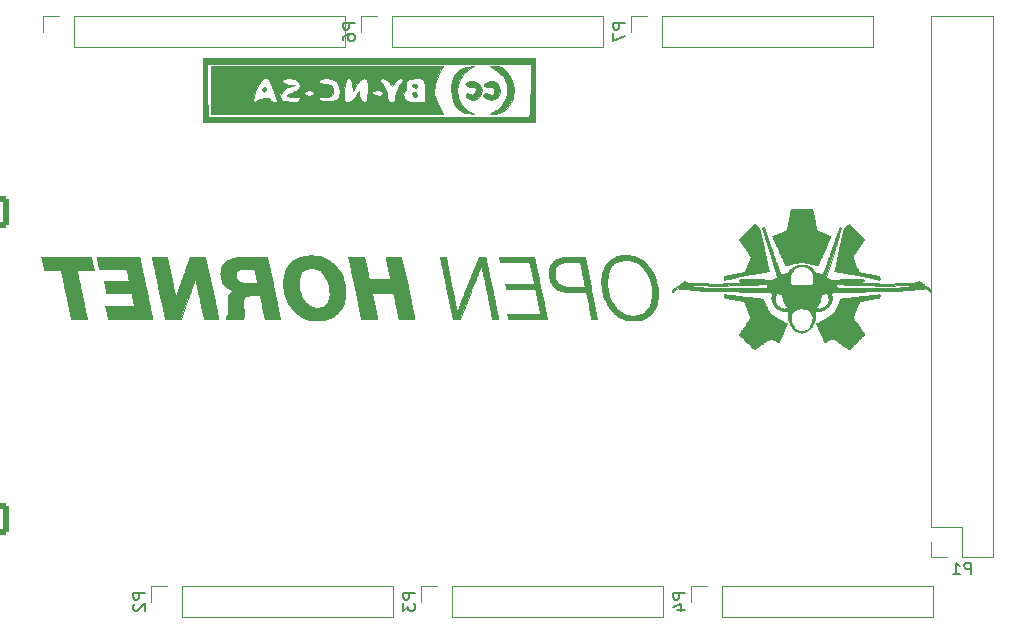
<source format=gbr>
%TF.GenerationSoftware,KiCad,Pcbnew,(6.0.9)*%
%TF.CreationDate,2023-03-29T13:48:58-08:00*%
%TF.ProjectId,ABSIS_Mega,41425349-535f-44d6-9567-612e6b696361,2*%
%TF.SameCoordinates,Original*%
%TF.FileFunction,Legend,Bot*%
%TF.FilePolarity,Positive*%
%FSLAX46Y46*%
G04 Gerber Fmt 4.6, Leading zero omitted, Abs format (unit mm)*
G04 Created by KiCad (PCBNEW (6.0.9)) date 2023-03-29 13:48:58*
%MOMM*%
%LPD*%
G01*
G04 APERTURE LIST*
G04 Aperture macros list*
%AMRoundRect*
0 Rectangle with rounded corners*
0 $1 Rounding radius*
0 $2 $3 $4 $5 $6 $7 $8 $9 X,Y pos of 4 corners*
0 Add a 4 corners polygon primitive as box body*
4,1,4,$2,$3,$4,$5,$6,$7,$8,$9,$2,$3,0*
0 Add four circle primitives for the rounded corners*
1,1,$1+$1,$2,$3*
1,1,$1+$1,$4,$5*
1,1,$1+$1,$6,$7*
1,1,$1+$1,$8,$9*
0 Add four rect primitives between the rounded corners*
20,1,$1+$1,$2,$3,$4,$5,0*
20,1,$1+$1,$4,$5,$6,$7,0*
20,1,$1+$1,$6,$7,$8,$9,0*
20,1,$1+$1,$8,$9,$2,$3,0*%
G04 Aperture macros list end*
%ADD10C,0.150000*%
%ADD11C,0.010000*%
%ADD12C,0.120000*%
%ADD13C,4.064000*%
%ADD14R,1.700000X1.700000*%
%ADD15O,1.700000X1.700000*%
%ADD16C,1.500000*%
%ADD17C,3.200000*%
%ADD18RoundRect,0.250001X1.599999X-1.099999X1.599999X1.099999X-1.599999X1.099999X-1.599999X-1.099999X0*%
%ADD19O,3.700000X2.700000*%
G04 APERTURE END LIST*
D10*
%TO.C,P1*%
X93448095Y4837620D02*
X93448095Y5837620D01*
X93067142Y5837620D01*
X92971904Y5790000D01*
X92924285Y5742381D01*
X92876666Y5647143D01*
X92876666Y5504286D01*
X92924285Y5409048D01*
X92971904Y5361429D01*
X93067142Y5313810D01*
X93448095Y5313810D01*
X91924285Y4837620D02*
X92495714Y4837620D01*
X92210000Y4837620D02*
X92210000Y5837620D01*
X92305238Y5694762D01*
X92400476Y5599524D01*
X92495714Y5551905D01*
%TO.C,P2*%
X23522380Y3278096D02*
X22522380Y3278096D01*
X22522380Y2897143D01*
X22570000Y2801905D01*
X22617619Y2754286D01*
X22712857Y2706667D01*
X22855714Y2706667D01*
X22950952Y2754286D01*
X22998571Y2801905D01*
X23046190Y2897143D01*
X23046190Y3278096D01*
X22617619Y2325715D02*
X22570000Y2278096D01*
X22522380Y2182858D01*
X22522380Y1944762D01*
X22570000Y1849524D01*
X22617619Y1801905D01*
X22712857Y1754286D01*
X22808095Y1754286D01*
X22950952Y1801905D01*
X23522380Y2373334D01*
X23522380Y1754286D01*
%TO.C,P3*%
X46382380Y3278096D02*
X45382380Y3278096D01*
X45382380Y2897143D01*
X45430000Y2801905D01*
X45477619Y2754286D01*
X45572857Y2706667D01*
X45715714Y2706667D01*
X45810952Y2754286D01*
X45858571Y2801905D01*
X45906190Y2897143D01*
X45906190Y3278096D01*
X45382380Y2373334D02*
X45382380Y1754286D01*
X45763333Y2087620D01*
X45763333Y1944762D01*
X45810952Y1849524D01*
X45858571Y1801905D01*
X45953809Y1754286D01*
X46191904Y1754286D01*
X46287142Y1801905D01*
X46334761Y1849524D01*
X46382380Y1944762D01*
X46382380Y2230477D01*
X46334761Y2325715D01*
X46287142Y2373334D01*
%TO.C,P4*%
X69242380Y3278096D02*
X68242380Y3278096D01*
X68242380Y2897143D01*
X68290000Y2801905D01*
X68337619Y2754286D01*
X68432857Y2706667D01*
X68575714Y2706667D01*
X68670952Y2754286D01*
X68718571Y2801905D01*
X68766190Y2897143D01*
X68766190Y3278096D01*
X68575714Y1849524D02*
X69242380Y1849524D01*
X68194761Y2087620D02*
X68909047Y2325715D01*
X68909047Y1706667D01*
%TO.C,P6*%
X41302380Y51538096D02*
X40302380Y51538096D01*
X40302380Y51157143D01*
X40350000Y51061905D01*
X40397619Y51014286D01*
X40492857Y50966667D01*
X40635714Y50966667D01*
X40730952Y51014286D01*
X40778571Y51061905D01*
X40826190Y51157143D01*
X40826190Y51538096D01*
X40302380Y50109524D02*
X40302380Y50300000D01*
X40350000Y50395239D01*
X40397619Y50442858D01*
X40540476Y50538096D01*
X40730952Y50585715D01*
X41111904Y50585715D01*
X41207142Y50538096D01*
X41254761Y50490477D01*
X41302380Y50395239D01*
X41302380Y50204762D01*
X41254761Y50109524D01*
X41207142Y50061905D01*
X41111904Y50014286D01*
X40873809Y50014286D01*
X40778571Y50061905D01*
X40730952Y50109524D01*
X40683333Y50204762D01*
X40683333Y50395239D01*
X40730952Y50490477D01*
X40778571Y50538096D01*
X40873809Y50585715D01*
%TO.C,P7*%
X64162380Y51538096D02*
X63162380Y51538096D01*
X63162380Y51157143D01*
X63210000Y51061905D01*
X63257619Y51014286D01*
X63352857Y50966667D01*
X63495714Y50966667D01*
X63590952Y51014286D01*
X63638571Y51061905D01*
X63686190Y51157143D01*
X63686190Y51538096D01*
X63162380Y50633334D02*
X63162380Y49966667D01*
X64162380Y50395239D01*
%TO.C,P5*%
X14378380Y51538096D02*
X13378380Y51538096D01*
X13378380Y51157143D01*
X13426000Y51061905D01*
X13473619Y51014286D01*
X13568857Y50966667D01*
X13711714Y50966667D01*
X13806952Y51014286D01*
X13854571Y51061905D01*
X13902190Y51157143D01*
X13902190Y51538096D01*
X13378380Y50061905D02*
X13378380Y50538096D01*
X13854571Y50585715D01*
X13806952Y50538096D01*
X13759333Y50442858D01*
X13759333Y50204762D01*
X13806952Y50109524D01*
X13854571Y50061905D01*
X13949809Y50014286D01*
X14187904Y50014286D01*
X14283142Y50061905D01*
X14330761Y50109524D01*
X14378380Y50204762D01*
X14378380Y50442858D01*
X14330761Y50538096D01*
X14283142Y50585715D01*
%TO.C,G\u002A\u002A\u002A*%
G36*
X41419535Y31705602D02*
G01*
X42090508Y31703434D01*
X42287060Y30774622D01*
X42294518Y30739384D01*
X42320299Y30617703D01*
X42345094Y30500851D01*
X42368677Y30389895D01*
X42390817Y30285902D01*
X42411288Y30189940D01*
X42429861Y30103076D01*
X42446307Y30026376D01*
X42460397Y29960909D01*
X42471904Y29907741D01*
X42480599Y29867939D01*
X42486254Y29842572D01*
X42488640Y29832705D01*
X42490311Y29830868D01*
X42495070Y29828978D01*
X42503753Y29827308D01*
X42517290Y29825846D01*
X42536609Y29824578D01*
X42562641Y29823491D01*
X42596315Y29822571D01*
X42638558Y29821804D01*
X42690302Y29821178D01*
X42752475Y29820679D01*
X42826005Y29820294D01*
X42911823Y29820008D01*
X43010858Y29819810D01*
X43124038Y29819685D01*
X43252293Y29819619D01*
X43396552Y29819600D01*
X44299436Y29819600D01*
X44294553Y29839054D01*
X44293001Y29846024D01*
X44288139Y29868566D01*
X44280297Y29905227D01*
X44269745Y29954731D01*
X44256754Y30015797D01*
X44241594Y30087149D01*
X44224536Y30167506D01*
X44205850Y30255591D01*
X44185808Y30350124D01*
X44164679Y30449828D01*
X44142734Y30553424D01*
X44120244Y30659634D01*
X44097480Y30767178D01*
X44074712Y30874778D01*
X44052210Y30981156D01*
X44030245Y31085033D01*
X44009088Y31185131D01*
X43989009Y31280171D01*
X43970279Y31368874D01*
X43953169Y31449963D01*
X43937948Y31522157D01*
X43924889Y31584180D01*
X43914260Y31634752D01*
X43906333Y31672595D01*
X43901378Y31696430D01*
X43899667Y31704979D01*
X43900666Y31705126D01*
X43914467Y31705540D01*
X43943490Y31705932D01*
X43986460Y31706297D01*
X44042105Y31706630D01*
X44109152Y31706926D01*
X44186327Y31707179D01*
X44272358Y31707385D01*
X44365971Y31707538D01*
X44465893Y31707634D01*
X44570851Y31707667D01*
X45242035Y31707667D01*
X45765994Y29229051D01*
X45808157Y29029594D01*
X45850364Y28829928D01*
X45891680Y28634475D01*
X45931960Y28443921D01*
X45971059Y28258950D01*
X46008832Y28080251D01*
X46045134Y27908510D01*
X46079820Y27744412D01*
X46112744Y27588645D01*
X46143762Y27441894D01*
X46172728Y27304847D01*
X46199498Y27178189D01*
X46223926Y27062607D01*
X46245868Y26958787D01*
X46265178Y26867416D01*
X46281710Y26789180D01*
X46295321Y26724766D01*
X46305865Y26674860D01*
X46313197Y26640148D01*
X46317171Y26621317D01*
X46344390Y26492200D01*
X45002169Y26492200D01*
X44997460Y26511250D01*
X44997323Y26511837D01*
X44994486Y26524881D01*
X44988401Y26553333D01*
X44979279Y26596195D01*
X44967333Y26652464D01*
X44952774Y26721140D01*
X44935814Y26801222D01*
X44916665Y26891709D01*
X44895538Y26991601D01*
X44872645Y27099897D01*
X44848199Y27215596D01*
X44822411Y27337696D01*
X44795492Y27465198D01*
X44767656Y27597101D01*
X44763030Y27619021D01*
X44735343Y27750171D01*
X44708611Y27876700D01*
X44683046Y27997611D01*
X44658858Y28111908D01*
X44636260Y28218597D01*
X44615461Y28316682D01*
X44596675Y28405166D01*
X44580112Y28483055D01*
X44565984Y28549353D01*
X44554501Y28603063D01*
X44545876Y28643191D01*
X44540319Y28668741D01*
X44538043Y28678717D01*
X44536966Y28680714D01*
X44534005Y28682847D01*
X44528322Y28684731D01*
X44518969Y28686380D01*
X44505000Y28687810D01*
X44485466Y28689037D01*
X44459421Y28690076D01*
X44425917Y28690942D01*
X44384007Y28691651D01*
X44332742Y28692219D01*
X44271176Y28692661D01*
X44198361Y28692992D01*
X44113350Y28693229D01*
X44015196Y28693385D01*
X43902950Y28693478D01*
X43775666Y28693523D01*
X43632396Y28693534D01*
X43536974Y28693516D01*
X43394840Y28693408D01*
X43268563Y28693197D01*
X43157477Y28692874D01*
X43060914Y28692432D01*
X42978209Y28691865D01*
X42908694Y28691165D01*
X42851702Y28690324D01*
X42806568Y28689337D01*
X42772624Y28688194D01*
X42749203Y28686890D01*
X42735640Y28685416D01*
X42731267Y28683767D01*
X42731391Y28682857D01*
X42734010Y28669271D01*
X42739876Y28640363D01*
X42748783Y28597114D01*
X42760525Y28540507D01*
X42774897Y28471523D01*
X42791693Y28391144D01*
X42810707Y28300353D01*
X42831734Y28200131D01*
X42854569Y28091461D01*
X42879005Y27975324D01*
X42904837Y27852702D01*
X42931859Y27724577D01*
X42959867Y27591931D01*
X42967452Y27556022D01*
X42995214Y27424512D01*
X43021935Y27297797D01*
X43047412Y27176859D01*
X43071437Y27062678D01*
X43093807Y26956236D01*
X43114314Y26858512D01*
X43132754Y26770489D01*
X43148921Y26693146D01*
X43162609Y26627466D01*
X43173614Y26574428D01*
X43181728Y26535014D01*
X43186748Y26510204D01*
X43188467Y26500980D01*
X43186492Y26499982D01*
X43172144Y26498326D01*
X43143621Y26496934D01*
X43100579Y26495801D01*
X43042672Y26494925D01*
X42969556Y26494301D01*
X42880887Y26493927D01*
X42776320Y26493799D01*
X42655511Y26493913D01*
X42518114Y26494266D01*
X41847761Y26496434D01*
X41303634Y29070301D01*
X41283824Y29164008D01*
X41240705Y29368008D01*
X41198527Y29567593D01*
X41157426Y29762122D01*
X41117535Y29950957D01*
X41078989Y30133458D01*
X41041925Y30308984D01*
X41006476Y30476897D01*
X40972777Y30636558D01*
X40940964Y30787326D01*
X40911171Y30928562D01*
X40883534Y31059627D01*
X40858186Y31179880D01*
X40835263Y31288683D01*
X40814901Y31385396D01*
X40797232Y31469379D01*
X40782394Y31539994D01*
X40770520Y31596599D01*
X40761745Y31638556D01*
X40756205Y31665226D01*
X40754034Y31675968D01*
X40748561Y31707769D01*
X41419535Y31705602D01*
G37*
D11*
X41419535Y31705602D02*
X42090508Y31703434D01*
X42287060Y30774622D01*
X42294518Y30739384D01*
X42320299Y30617703D01*
X42345094Y30500851D01*
X42368677Y30389895D01*
X42390817Y30285902D01*
X42411288Y30189940D01*
X42429861Y30103076D01*
X42446307Y30026376D01*
X42460397Y29960909D01*
X42471904Y29907741D01*
X42480599Y29867939D01*
X42486254Y29842572D01*
X42488640Y29832705D01*
X42490311Y29830868D01*
X42495070Y29828978D01*
X42503753Y29827308D01*
X42517290Y29825846D01*
X42536609Y29824578D01*
X42562641Y29823491D01*
X42596315Y29822571D01*
X42638558Y29821804D01*
X42690302Y29821178D01*
X42752475Y29820679D01*
X42826005Y29820294D01*
X42911823Y29820008D01*
X43010858Y29819810D01*
X43124038Y29819685D01*
X43252293Y29819619D01*
X43396552Y29819600D01*
X44299436Y29819600D01*
X44294553Y29839054D01*
X44293001Y29846024D01*
X44288139Y29868566D01*
X44280297Y29905227D01*
X44269745Y29954731D01*
X44256754Y30015797D01*
X44241594Y30087149D01*
X44224536Y30167506D01*
X44205850Y30255591D01*
X44185808Y30350124D01*
X44164679Y30449828D01*
X44142734Y30553424D01*
X44120244Y30659634D01*
X44097480Y30767178D01*
X44074712Y30874778D01*
X44052210Y30981156D01*
X44030245Y31085033D01*
X44009088Y31185131D01*
X43989009Y31280171D01*
X43970279Y31368874D01*
X43953169Y31449963D01*
X43937948Y31522157D01*
X43924889Y31584180D01*
X43914260Y31634752D01*
X43906333Y31672595D01*
X43901378Y31696430D01*
X43899667Y31704979D01*
X43900666Y31705126D01*
X43914467Y31705540D01*
X43943490Y31705932D01*
X43986460Y31706297D01*
X44042105Y31706630D01*
X44109152Y31706926D01*
X44186327Y31707179D01*
X44272358Y31707385D01*
X44365971Y31707538D01*
X44465893Y31707634D01*
X44570851Y31707667D01*
X45242035Y31707667D01*
X45765994Y29229051D01*
X45808157Y29029594D01*
X45850364Y28829928D01*
X45891680Y28634475D01*
X45931960Y28443921D01*
X45971059Y28258950D01*
X46008832Y28080251D01*
X46045134Y27908510D01*
X46079820Y27744412D01*
X46112744Y27588645D01*
X46143762Y27441894D01*
X46172728Y27304847D01*
X46199498Y27178189D01*
X46223926Y27062607D01*
X46245868Y26958787D01*
X46265178Y26867416D01*
X46281710Y26789180D01*
X46295321Y26724766D01*
X46305865Y26674860D01*
X46313197Y26640148D01*
X46317171Y26621317D01*
X46344390Y26492200D01*
X45002169Y26492200D01*
X44997460Y26511250D01*
X44997323Y26511837D01*
X44994486Y26524881D01*
X44988401Y26553333D01*
X44979279Y26596195D01*
X44967333Y26652464D01*
X44952774Y26721140D01*
X44935814Y26801222D01*
X44916665Y26891709D01*
X44895538Y26991601D01*
X44872645Y27099897D01*
X44848199Y27215596D01*
X44822411Y27337696D01*
X44795492Y27465198D01*
X44767656Y27597101D01*
X44763030Y27619021D01*
X44735343Y27750171D01*
X44708611Y27876700D01*
X44683046Y27997611D01*
X44658858Y28111908D01*
X44636260Y28218597D01*
X44615461Y28316682D01*
X44596675Y28405166D01*
X44580112Y28483055D01*
X44565984Y28549353D01*
X44554501Y28603063D01*
X44545876Y28643191D01*
X44540319Y28668741D01*
X44538043Y28678717D01*
X44536966Y28680714D01*
X44534005Y28682847D01*
X44528322Y28684731D01*
X44518969Y28686380D01*
X44505000Y28687810D01*
X44485466Y28689037D01*
X44459421Y28690076D01*
X44425917Y28690942D01*
X44384007Y28691651D01*
X44332742Y28692219D01*
X44271176Y28692661D01*
X44198361Y28692992D01*
X44113350Y28693229D01*
X44015196Y28693385D01*
X43902950Y28693478D01*
X43775666Y28693523D01*
X43632396Y28693534D01*
X43536974Y28693516D01*
X43394840Y28693408D01*
X43268563Y28693197D01*
X43157477Y28692874D01*
X43060914Y28692432D01*
X42978209Y28691865D01*
X42908694Y28691165D01*
X42851702Y28690324D01*
X42806568Y28689337D01*
X42772624Y28688194D01*
X42749203Y28686890D01*
X42735640Y28685416D01*
X42731267Y28683767D01*
X42731391Y28682857D01*
X42734010Y28669271D01*
X42739876Y28640363D01*
X42748783Y28597114D01*
X42760525Y28540507D01*
X42774897Y28471523D01*
X42791693Y28391144D01*
X42810707Y28300353D01*
X42831734Y28200131D01*
X42854569Y28091461D01*
X42879005Y27975324D01*
X42904837Y27852702D01*
X42931859Y27724577D01*
X42959867Y27591931D01*
X42967452Y27556022D01*
X42995214Y27424512D01*
X43021935Y27297797D01*
X43047412Y27176859D01*
X43071437Y27062678D01*
X43093807Y26956236D01*
X43114314Y26858512D01*
X43132754Y26770489D01*
X43148921Y26693146D01*
X43162609Y26627466D01*
X43173614Y26574428D01*
X43181728Y26535014D01*
X43186748Y26510204D01*
X43188467Y26500980D01*
X43186492Y26499982D01*
X43172144Y26498326D01*
X43143621Y26496934D01*
X43100579Y26495801D01*
X43042672Y26494925D01*
X42969556Y26494301D01*
X42880887Y26493927D01*
X42776320Y26493799D01*
X42655511Y26493913D01*
X42518114Y26494266D01*
X41847761Y26496434D01*
X41303634Y29070301D01*
X41283824Y29164008D01*
X41240705Y29368008D01*
X41198527Y29567593D01*
X41157426Y29762122D01*
X41117535Y29950957D01*
X41078989Y30133458D01*
X41041925Y30308984D01*
X41006476Y30476897D01*
X40972777Y30636558D01*
X40940964Y30787326D01*
X40911171Y30928562D01*
X40883534Y31059627D01*
X40858186Y31179880D01*
X40835263Y31288683D01*
X40814901Y31385396D01*
X40797232Y31469379D01*
X40782394Y31539994D01*
X40770520Y31596599D01*
X40761745Y31638556D01*
X40756205Y31665226D01*
X40754034Y31675968D01*
X40748561Y31707769D01*
X41419535Y31705602D01*
G36*
X72537627Y28549567D02*
G01*
X72551003Y28548273D01*
X72580229Y28545169D01*
X72624483Y28540347D01*
X72682947Y28533900D01*
X72754799Y28525921D01*
X72839219Y28516500D01*
X72935387Y28505731D01*
X73042482Y28493705D01*
X73159684Y28480515D01*
X73286172Y28466253D01*
X73421126Y28451011D01*
X73563726Y28434882D01*
X73713150Y28417958D01*
X73868579Y28400330D01*
X74029192Y28382091D01*
X74194169Y28363334D01*
X74228824Y28359391D01*
X74392618Y28340758D01*
X74551705Y28322661D01*
X74705278Y28305192D01*
X74852529Y28288443D01*
X74992650Y28272506D01*
X75124834Y28257474D01*
X75248271Y28243437D01*
X75362155Y28230487D01*
X75465677Y28218717D01*
X75558030Y28208218D01*
X75638406Y28199083D01*
X75705996Y28191402D01*
X75759993Y28185268D01*
X75799589Y28180773D01*
X75823976Y28178009D01*
X75832346Y28177067D01*
X75832854Y28176097D01*
X75836845Y28164422D01*
X75843231Y28143765D01*
X75848339Y28129827D01*
X75860194Y28100993D01*
X75877661Y28060187D01*
X75899919Y28009216D01*
X75926148Y27949887D01*
X75955527Y27884008D01*
X75987236Y27813385D01*
X76020454Y27739826D01*
X76054359Y27665139D01*
X76088132Y27591129D01*
X76120951Y27519606D01*
X76151997Y27452375D01*
X76180448Y27391245D01*
X76205483Y27338022D01*
X76226282Y27294514D01*
X76242024Y27262527D01*
X76251889Y27243870D01*
X76274380Y27207321D01*
X76328205Y27130110D01*
X76391187Y27050314D01*
X76460098Y26971537D01*
X76531708Y26897379D01*
X76602788Y26831443D01*
X76670111Y26777329D01*
X76680764Y26770143D01*
X76706383Y26753982D01*
X76743736Y26731077D01*
X76791440Y26702237D01*
X76848112Y26668273D01*
X76912367Y26629995D01*
X76982822Y26588213D01*
X77058092Y26543738D01*
X77136795Y26497380D01*
X77217547Y26449950D01*
X77298963Y26402257D01*
X77379660Y26355112D01*
X77458254Y26309325D01*
X77533361Y26265707D01*
X77603599Y26225068D01*
X77667582Y26188218D01*
X77723927Y26155968D01*
X77771251Y26129128D01*
X77808170Y26108508D01*
X77833299Y26094918D01*
X77845256Y26089170D01*
X77853335Y26084613D01*
X77856675Y26074452D01*
X77841885Y26038322D01*
X77797117Y25929224D01*
X77751009Y25817226D01*
X77704021Y25703419D01*
X77656608Y25588896D01*
X77609231Y25474746D01*
X77562347Y25362064D01*
X77516414Y25251938D01*
X77471890Y25145463D01*
X77429234Y25043728D01*
X77388903Y24947826D01*
X77351356Y24858849D01*
X77317051Y24777887D01*
X77286446Y24706034D01*
X77259999Y24644379D01*
X77238168Y24594015D01*
X77221412Y24556033D01*
X77210188Y24531526D01*
X77204955Y24521584D01*
X77189620Y24509768D01*
X77163300Y24502534D01*
X77157507Y24503695D01*
X77135681Y24512086D01*
X77100232Y24528280D01*
X77051884Y24551917D01*
X76991362Y24582641D01*
X76919389Y24620092D01*
X76836692Y24663914D01*
X76808319Y24679058D01*
X76737744Y24716631D01*
X76680000Y24747133D01*
X76633550Y24771276D01*
X76596863Y24789771D01*
X76568405Y24803329D01*
X76546642Y24812660D01*
X76530039Y24818477D01*
X76517065Y24821490D01*
X76506184Y24822410D01*
X76495864Y24821949D01*
X76493580Y24821701D01*
X76485326Y24819992D01*
X76475122Y24816441D01*
X76462047Y24810449D01*
X76445178Y24801418D01*
X76423595Y24788748D01*
X76396375Y24771843D01*
X76362597Y24750101D01*
X76321339Y24722926D01*
X76271680Y24689718D01*
X76212697Y24649878D01*
X76143469Y24602808D01*
X76063074Y24547910D01*
X75970591Y24484583D01*
X75865098Y24412231D01*
X75813598Y24376892D01*
X75723346Y24314967D01*
X75636419Y24255330D01*
X75554000Y24198792D01*
X75477271Y24146163D01*
X75407413Y24098253D01*
X75345607Y24055874D01*
X75293036Y24019835D01*
X75250881Y23990946D01*
X75220324Y23970019D01*
X75202547Y23957863D01*
X75188480Y23947739D01*
X75173835Y23936349D01*
X75160866Y23926309D01*
X75148805Y23918202D01*
X75136887Y23912608D01*
X75124344Y23910110D01*
X75110410Y23911289D01*
X75094318Y23916726D01*
X75075301Y23927004D01*
X75052593Y23942704D01*
X75025428Y23964408D01*
X74993037Y23992697D01*
X74954655Y24028153D01*
X74909514Y24071358D01*
X74856849Y24122893D01*
X74795892Y24183340D01*
X74725877Y24253281D01*
X74646037Y24333297D01*
X74555605Y24423970D01*
X74453815Y24525882D01*
X74374778Y24604931D01*
X74284234Y24695540D01*
X74204464Y24775465D01*
X74134787Y24845419D01*
X74074522Y24906118D01*
X74022989Y24958276D01*
X73979507Y25002607D01*
X73943396Y25039826D01*
X73913975Y25070647D01*
X73890564Y25095785D01*
X73872483Y25115954D01*
X73859050Y25131869D01*
X73849585Y25144244D01*
X73843409Y25153793D01*
X73839839Y25161231D01*
X73838196Y25167273D01*
X73837800Y25172632D01*
X73844666Y25205870D01*
X73865900Y25244534D01*
X73873133Y25255104D01*
X73889780Y25279402D01*
X73914619Y25315643D01*
X73946910Y25362745D01*
X73985911Y25419627D01*
X74030880Y25485207D01*
X74081075Y25558403D01*
X74135755Y25638135D01*
X74194178Y25723320D01*
X74255602Y25812877D01*
X74319286Y25905724D01*
X74376760Y25989566D01*
X74437742Y26078642D01*
X74495507Y26163137D01*
X74549345Y26242009D01*
X74598550Y26314217D01*
X74642412Y26378719D01*
X74680223Y26434474D01*
X74711276Y26480441D01*
X74734862Y26515576D01*
X74750273Y26538840D01*
X74756801Y26549191D01*
X74757398Y26550374D01*
X74765649Y26575961D01*
X74769081Y26604359D01*
X74768514Y26608934D01*
X74763369Y26628003D01*
X74752758Y26659956D01*
X74736550Y26705137D01*
X74714614Y26763888D01*
X74686820Y26836554D01*
X74653036Y26923477D01*
X74613133Y27025001D01*
X74566980Y27141470D01*
X74514445Y27273226D01*
X74474417Y27373290D01*
X74431938Y27479214D01*
X74394838Y27571267D01*
X74362657Y27650472D01*
X74334931Y27717848D01*
X74311199Y27774417D01*
X74290999Y27821200D01*
X74273869Y27859218D01*
X74259346Y27889493D01*
X74246969Y27913045D01*
X74236276Y27930896D01*
X74226804Y27944066D01*
X74218092Y27953577D01*
X74209678Y27960450D01*
X74201098Y27965705D01*
X74199057Y27966357D01*
X74182746Y27970060D01*
X74151398Y27976524D01*
X74106174Y27985527D01*
X74048234Y27996846D01*
X73978738Y28010258D01*
X73898847Y28025542D01*
X73809720Y28042476D01*
X73712519Y28060836D01*
X73608402Y28080401D01*
X73498531Y28100948D01*
X73384065Y28122255D01*
X73367401Y28125351D01*
X73247770Y28147686D01*
X73134227Y28169066D01*
X73027829Y28189283D01*
X72929635Y28208129D01*
X72840700Y28225396D01*
X72762082Y28240877D01*
X72694838Y28254363D01*
X72640025Y28265647D01*
X72598700Y28274520D01*
X72571921Y28280775D01*
X72560743Y28284204D01*
X72544484Y28298301D01*
X72531483Y28320347D01*
X72523003Y28351641D01*
X72518392Y28394681D01*
X72517000Y28451962D01*
X72517067Y28488037D01*
X72517653Y28517877D01*
X72519346Y28536074D01*
X72522734Y28545508D01*
X72528406Y28549057D01*
X72536950Y28549601D01*
X72537627Y28549567D01*
G37*
X72537627Y28549567D02*
X72551003Y28548273D01*
X72580229Y28545169D01*
X72624483Y28540347D01*
X72682947Y28533900D01*
X72754799Y28525921D01*
X72839219Y28516500D01*
X72935387Y28505731D01*
X73042482Y28493705D01*
X73159684Y28480515D01*
X73286172Y28466253D01*
X73421126Y28451011D01*
X73563726Y28434882D01*
X73713150Y28417958D01*
X73868579Y28400330D01*
X74029192Y28382091D01*
X74194169Y28363334D01*
X74228824Y28359391D01*
X74392618Y28340758D01*
X74551705Y28322661D01*
X74705278Y28305192D01*
X74852529Y28288443D01*
X74992650Y28272506D01*
X75124834Y28257474D01*
X75248271Y28243437D01*
X75362155Y28230487D01*
X75465677Y28218717D01*
X75558030Y28208218D01*
X75638406Y28199083D01*
X75705996Y28191402D01*
X75759993Y28185268D01*
X75799589Y28180773D01*
X75823976Y28178009D01*
X75832346Y28177067D01*
X75832854Y28176097D01*
X75836845Y28164422D01*
X75843231Y28143765D01*
X75848339Y28129827D01*
X75860194Y28100993D01*
X75877661Y28060187D01*
X75899919Y28009216D01*
X75926148Y27949887D01*
X75955527Y27884008D01*
X75987236Y27813385D01*
X76020454Y27739826D01*
X76054359Y27665139D01*
X76088132Y27591129D01*
X76120951Y27519606D01*
X76151997Y27452375D01*
X76180448Y27391245D01*
X76205483Y27338022D01*
X76226282Y27294514D01*
X76242024Y27262527D01*
X76251889Y27243870D01*
X76274380Y27207321D01*
X76328205Y27130110D01*
X76391187Y27050314D01*
X76460098Y26971537D01*
X76531708Y26897379D01*
X76602788Y26831443D01*
X76670111Y26777329D01*
X76680764Y26770143D01*
X76706383Y26753982D01*
X76743736Y26731077D01*
X76791440Y26702237D01*
X76848112Y26668273D01*
X76912367Y26629995D01*
X76982822Y26588213D01*
X77058092Y26543738D01*
X77136795Y26497380D01*
X77217547Y26449950D01*
X77298963Y26402257D01*
X77379660Y26355112D01*
X77458254Y26309325D01*
X77533361Y26265707D01*
X77603599Y26225068D01*
X77667582Y26188218D01*
X77723927Y26155968D01*
X77771251Y26129128D01*
X77808170Y26108508D01*
X77833299Y26094918D01*
X77845256Y26089170D01*
X77853335Y26084613D01*
X77856675Y26074452D01*
X77841885Y26038322D01*
X77797117Y25929224D01*
X77751009Y25817226D01*
X77704021Y25703419D01*
X77656608Y25588896D01*
X77609231Y25474746D01*
X77562347Y25362064D01*
X77516414Y25251938D01*
X77471890Y25145463D01*
X77429234Y25043728D01*
X77388903Y24947826D01*
X77351356Y24858849D01*
X77317051Y24777887D01*
X77286446Y24706034D01*
X77259999Y24644379D01*
X77238168Y24594015D01*
X77221412Y24556033D01*
X77210188Y24531526D01*
X77204955Y24521584D01*
X77189620Y24509768D01*
X77163300Y24502534D01*
X77157507Y24503695D01*
X77135681Y24512086D01*
X77100232Y24528280D01*
X77051884Y24551917D01*
X76991362Y24582641D01*
X76919389Y24620092D01*
X76836692Y24663914D01*
X76808319Y24679058D01*
X76737744Y24716631D01*
X76680000Y24747133D01*
X76633550Y24771276D01*
X76596863Y24789771D01*
X76568405Y24803329D01*
X76546642Y24812660D01*
X76530039Y24818477D01*
X76517065Y24821490D01*
X76506184Y24822410D01*
X76495864Y24821949D01*
X76493580Y24821701D01*
X76485326Y24819992D01*
X76475122Y24816441D01*
X76462047Y24810449D01*
X76445178Y24801418D01*
X76423595Y24788748D01*
X76396375Y24771843D01*
X76362597Y24750101D01*
X76321339Y24722926D01*
X76271680Y24689718D01*
X76212697Y24649878D01*
X76143469Y24602808D01*
X76063074Y24547910D01*
X75970591Y24484583D01*
X75865098Y24412231D01*
X75813598Y24376892D01*
X75723346Y24314967D01*
X75636419Y24255330D01*
X75554000Y24198792D01*
X75477271Y24146163D01*
X75407413Y24098253D01*
X75345607Y24055874D01*
X75293036Y24019835D01*
X75250881Y23990946D01*
X75220324Y23970019D01*
X75202547Y23957863D01*
X75188480Y23947739D01*
X75173835Y23936349D01*
X75160866Y23926309D01*
X75148805Y23918202D01*
X75136887Y23912608D01*
X75124344Y23910110D01*
X75110410Y23911289D01*
X75094318Y23916726D01*
X75075301Y23927004D01*
X75052593Y23942704D01*
X75025428Y23964408D01*
X74993037Y23992697D01*
X74954655Y24028153D01*
X74909514Y24071358D01*
X74856849Y24122893D01*
X74795892Y24183340D01*
X74725877Y24253281D01*
X74646037Y24333297D01*
X74555605Y24423970D01*
X74453815Y24525882D01*
X74374778Y24604931D01*
X74284234Y24695540D01*
X74204464Y24775465D01*
X74134787Y24845419D01*
X74074522Y24906118D01*
X74022989Y24958276D01*
X73979507Y25002607D01*
X73943396Y25039826D01*
X73913975Y25070647D01*
X73890564Y25095785D01*
X73872483Y25115954D01*
X73859050Y25131869D01*
X73849585Y25144244D01*
X73843409Y25153793D01*
X73839839Y25161231D01*
X73838196Y25167273D01*
X73837800Y25172632D01*
X73844666Y25205870D01*
X73865900Y25244534D01*
X73873133Y25255104D01*
X73889780Y25279402D01*
X73914619Y25315643D01*
X73946910Y25362745D01*
X73985911Y25419627D01*
X74030880Y25485207D01*
X74081075Y25558403D01*
X74135755Y25638135D01*
X74194178Y25723320D01*
X74255602Y25812877D01*
X74319286Y25905724D01*
X74376760Y25989566D01*
X74437742Y26078642D01*
X74495507Y26163137D01*
X74549345Y26242009D01*
X74598550Y26314217D01*
X74642412Y26378719D01*
X74680223Y26434474D01*
X74711276Y26480441D01*
X74734862Y26515576D01*
X74750273Y26538840D01*
X74756801Y26549191D01*
X74757398Y26550374D01*
X74765649Y26575961D01*
X74769081Y26604359D01*
X74768514Y26608934D01*
X74763369Y26628003D01*
X74752758Y26659956D01*
X74736550Y26705137D01*
X74714614Y26763888D01*
X74686820Y26836554D01*
X74653036Y26923477D01*
X74613133Y27025001D01*
X74566980Y27141470D01*
X74514445Y27273226D01*
X74474417Y27373290D01*
X74431938Y27479214D01*
X74394838Y27571267D01*
X74362657Y27650472D01*
X74334931Y27717848D01*
X74311199Y27774417D01*
X74290999Y27821200D01*
X74273869Y27859218D01*
X74259346Y27889493D01*
X74246969Y27913045D01*
X74236276Y27930896D01*
X74226804Y27944066D01*
X74218092Y27953577D01*
X74209678Y27960450D01*
X74201098Y27965705D01*
X74199057Y27966357D01*
X74182746Y27970060D01*
X74151398Y27976524D01*
X74106174Y27985527D01*
X74048234Y27996846D01*
X73978738Y28010258D01*
X73898847Y28025542D01*
X73809720Y28042476D01*
X73712519Y28060836D01*
X73608402Y28080401D01*
X73498531Y28100948D01*
X73384065Y28122255D01*
X73367401Y28125351D01*
X73247770Y28147686D01*
X73134227Y28169066D01*
X73027829Y28189283D01*
X72929635Y28208129D01*
X72840700Y28225396D01*
X72762082Y28240877D01*
X72694838Y28254363D01*
X72640025Y28265647D01*
X72598700Y28274520D01*
X72571921Y28280775D01*
X72560743Y28284204D01*
X72544484Y28298301D01*
X72531483Y28320347D01*
X72523003Y28351641D01*
X72518392Y28394681D01*
X72517000Y28451962D01*
X72517067Y28488037D01*
X72517653Y28517877D01*
X72519346Y28536074D01*
X72522734Y28545508D01*
X72528406Y28549057D01*
X72536950Y28549601D01*
X72537627Y28549567D01*
G36*
X40471345Y28440623D02*
G01*
X40447870Y28231231D01*
X40411032Y28031998D01*
X40360778Y27842777D01*
X40297058Y27663422D01*
X40219819Y27493785D01*
X40129008Y27333720D01*
X40024573Y27183081D01*
X39906464Y27041721D01*
X39774626Y26909494D01*
X39729343Y26869352D01*
X39616510Y26780057D01*
X39494021Y26696160D01*
X39366918Y26620979D01*
X39240248Y26557836D01*
X39143793Y26517740D01*
X38999503Y26467535D01*
X38846044Y26424234D01*
X38687444Y26388820D01*
X38527731Y26362277D01*
X38370933Y26345588D01*
X38351200Y26344352D01*
X38298981Y26342368D01*
X38235496Y26341208D01*
X38164269Y26340831D01*
X38088825Y26341195D01*
X38012687Y26342258D01*
X37939379Y26343979D01*
X37872425Y26346317D01*
X37815349Y26349229D01*
X37771676Y26352673D01*
X37611379Y26373325D01*
X37398853Y26414258D01*
X37194790Y26469825D01*
X36999040Y26540098D01*
X36811454Y26625146D01*
X36631880Y26725038D01*
X36460169Y26839847D01*
X36296171Y26969640D01*
X36139735Y27114489D01*
X35987783Y27276908D01*
X35847718Y27449830D01*
X35722109Y27630841D01*
X35610839Y27820203D01*
X35513791Y28018181D01*
X35430849Y28225036D01*
X35361896Y28441033D01*
X35306814Y28666434D01*
X35265488Y28901502D01*
X35237800Y29146501D01*
X35237373Y29151711D01*
X35232998Y29222886D01*
X35230107Y29305527D01*
X35228672Y29395585D01*
X35228667Y29489009D01*
X35229882Y29569755D01*
X36551717Y29569755D01*
X36552696Y29491245D01*
X36554682Y29411811D01*
X36557608Y29334748D01*
X36561411Y29263351D01*
X36566026Y29200915D01*
X36571386Y29150734D01*
X36597585Y28985688D01*
X36641894Y28785985D01*
X36698727Y28596994D01*
X36768300Y28418102D01*
X36850829Y28248698D01*
X36946532Y28088167D01*
X36977057Y28042799D01*
X37076973Y27910432D01*
X37182903Y27793758D01*
X37295115Y27692578D01*
X37413876Y27606691D01*
X37539455Y27535896D01*
X37672118Y27479993D01*
X37812134Y27438780D01*
X37832743Y27434290D01*
X37863914Y27429065D01*
X37899216Y27425198D01*
X37941847Y27422439D01*
X37995009Y27420537D01*
X38061900Y27419243D01*
X38075279Y27419063D01*
X38129306Y27418568D01*
X38178268Y27418475D01*
X38219198Y27418768D01*
X38249131Y27419429D01*
X38265100Y27420440D01*
X38356902Y27436783D01*
X38473944Y27467625D01*
X38579596Y27508618D01*
X38675717Y27560660D01*
X38764168Y27624650D01*
X38846809Y27701486D01*
X38860785Y27716289D01*
X38936511Y27808058D01*
X38999821Y27907096D01*
X39051591Y28015186D01*
X39092698Y28134108D01*
X39124017Y28265647D01*
X39128204Y28288528D01*
X39143571Y28404469D01*
X39151960Y28532184D01*
X39153527Y28668731D01*
X39148429Y28811169D01*
X39136822Y28956558D01*
X39118865Y29101955D01*
X39094713Y29244419D01*
X39064524Y29381010D01*
X39059168Y29402055D01*
X39009819Y29568610D01*
X38950039Y29728830D01*
X38880638Y29881449D01*
X38802422Y30025200D01*
X38716202Y30158817D01*
X38622784Y30281035D01*
X38522978Y30390589D01*
X38417592Y30486211D01*
X38307433Y30566636D01*
X38282298Y30582476D01*
X38171330Y30643389D01*
X38057989Y30690434D01*
X37939569Y30724425D01*
X37813363Y30746177D01*
X37676667Y30756504D01*
X37536147Y30755801D01*
X37394465Y30742510D01*
X37262762Y30716335D01*
X37141356Y30677377D01*
X37030563Y30625742D01*
X36930701Y30561531D01*
X36842086Y30484848D01*
X36840821Y30483579D01*
X36767866Y30399589D01*
X36705624Y30304679D01*
X36653830Y30198216D01*
X36612220Y30079565D01*
X36580532Y29948092D01*
X36558501Y29803165D01*
X36555470Y29766794D01*
X36553039Y29710824D01*
X36551810Y29644047D01*
X36551717Y29569755D01*
X35229882Y29569755D01*
X35230063Y29581749D01*
X35232832Y29669756D01*
X35236947Y29748979D01*
X35242380Y29815367D01*
X35256290Y29929550D01*
X35291512Y30130319D01*
X35339320Y30320682D01*
X35399609Y30500343D01*
X35472273Y30669004D01*
X35557207Y30826371D01*
X35654305Y30972145D01*
X35737708Y31078293D01*
X35861391Y31213427D01*
X35995010Y31335239D01*
X36138746Y31443825D01*
X36292779Y31539284D01*
X36457289Y31621712D01*
X36632456Y31691209D01*
X36818460Y31747871D01*
X37015481Y31791796D01*
X37223700Y31823082D01*
X37272087Y31827836D01*
X37350147Y31832979D01*
X37437916Y31836485D01*
X37531599Y31838355D01*
X37627401Y31838589D01*
X37721527Y31837185D01*
X37810183Y31834143D01*
X37889575Y31829464D01*
X37955907Y31823146D01*
X38130586Y31797842D01*
X38327082Y31758444D01*
X38512674Y31708408D01*
X38689037Y31647142D01*
X38857846Y31574051D01*
X39020775Y31488545D01*
X39179500Y31390029D01*
X39225571Y31358392D01*
X39380501Y31240131D01*
X39529956Y31107804D01*
X39672054Y30963414D01*
X39804917Y30808965D01*
X39926661Y30646464D01*
X40035407Y30477913D01*
X40081489Y30397718D01*
X40179376Y30205511D01*
X40263178Y30006852D01*
X40333109Y29800967D01*
X40389385Y29587082D01*
X40432224Y29364422D01*
X40461839Y29132214D01*
X40478448Y28889684D01*
X40481398Y28668731D01*
X40481510Y28660321D01*
X40471345Y28440623D01*
G37*
X40471345Y28440623D02*
X40447870Y28231231D01*
X40411032Y28031998D01*
X40360778Y27842777D01*
X40297058Y27663422D01*
X40219819Y27493785D01*
X40129008Y27333720D01*
X40024573Y27183081D01*
X39906464Y27041721D01*
X39774626Y26909494D01*
X39729343Y26869352D01*
X39616510Y26780057D01*
X39494021Y26696160D01*
X39366918Y26620979D01*
X39240248Y26557836D01*
X39143793Y26517740D01*
X38999503Y26467535D01*
X38846044Y26424234D01*
X38687444Y26388820D01*
X38527731Y26362277D01*
X38370933Y26345588D01*
X38351200Y26344352D01*
X38298981Y26342368D01*
X38235496Y26341208D01*
X38164269Y26340831D01*
X38088825Y26341195D01*
X38012687Y26342258D01*
X37939379Y26343979D01*
X37872425Y26346317D01*
X37815349Y26349229D01*
X37771676Y26352673D01*
X37611379Y26373325D01*
X37398853Y26414258D01*
X37194790Y26469825D01*
X36999040Y26540098D01*
X36811454Y26625146D01*
X36631880Y26725038D01*
X36460169Y26839847D01*
X36296171Y26969640D01*
X36139735Y27114489D01*
X35987783Y27276908D01*
X35847718Y27449830D01*
X35722109Y27630841D01*
X35610839Y27820203D01*
X35513791Y28018181D01*
X35430849Y28225036D01*
X35361896Y28441033D01*
X35306814Y28666434D01*
X35265488Y28901502D01*
X35237800Y29146501D01*
X35237373Y29151711D01*
X35232998Y29222886D01*
X35230107Y29305527D01*
X35228672Y29395585D01*
X35228667Y29489009D01*
X35229882Y29569755D01*
X36551717Y29569755D01*
X36552696Y29491245D01*
X36554682Y29411811D01*
X36557608Y29334748D01*
X36561411Y29263351D01*
X36566026Y29200915D01*
X36571386Y29150734D01*
X36597585Y28985688D01*
X36641894Y28785985D01*
X36698727Y28596994D01*
X36768300Y28418102D01*
X36850829Y28248698D01*
X36946532Y28088167D01*
X36977057Y28042799D01*
X37076973Y27910432D01*
X37182903Y27793758D01*
X37295115Y27692578D01*
X37413876Y27606691D01*
X37539455Y27535896D01*
X37672118Y27479993D01*
X37812134Y27438780D01*
X37832743Y27434290D01*
X37863914Y27429065D01*
X37899216Y27425198D01*
X37941847Y27422439D01*
X37995009Y27420537D01*
X38061900Y27419243D01*
X38075279Y27419063D01*
X38129306Y27418568D01*
X38178268Y27418475D01*
X38219198Y27418768D01*
X38249131Y27419429D01*
X38265100Y27420440D01*
X38356902Y27436783D01*
X38473944Y27467625D01*
X38579596Y27508618D01*
X38675717Y27560660D01*
X38764168Y27624650D01*
X38846809Y27701486D01*
X38860785Y27716289D01*
X38936511Y27808058D01*
X38999821Y27907096D01*
X39051591Y28015186D01*
X39092698Y28134108D01*
X39124017Y28265647D01*
X39128204Y28288528D01*
X39143571Y28404469D01*
X39151960Y28532184D01*
X39153527Y28668731D01*
X39148429Y28811169D01*
X39136822Y28956558D01*
X39118865Y29101955D01*
X39094713Y29244419D01*
X39064524Y29381010D01*
X39059168Y29402055D01*
X39009819Y29568610D01*
X38950039Y29728830D01*
X38880638Y29881449D01*
X38802422Y30025200D01*
X38716202Y30158817D01*
X38622784Y30281035D01*
X38522978Y30390589D01*
X38417592Y30486211D01*
X38307433Y30566636D01*
X38282298Y30582476D01*
X38171330Y30643389D01*
X38057989Y30690434D01*
X37939569Y30724425D01*
X37813363Y30746177D01*
X37676667Y30756504D01*
X37536147Y30755801D01*
X37394465Y30742510D01*
X37262762Y30716335D01*
X37141356Y30677377D01*
X37030563Y30625742D01*
X36930701Y30561531D01*
X36842086Y30484848D01*
X36840821Y30483579D01*
X36767866Y30399589D01*
X36705624Y30304679D01*
X36653830Y30198216D01*
X36612220Y30079565D01*
X36580532Y29948092D01*
X36558501Y29803165D01*
X36555470Y29766794D01*
X36553039Y29710824D01*
X36551810Y29644047D01*
X36551717Y29569755D01*
X35229882Y29569755D01*
X35230063Y29581749D01*
X35232832Y29669756D01*
X35236947Y29748979D01*
X35242380Y29815367D01*
X35256290Y29929550D01*
X35291512Y30130319D01*
X35339320Y30320682D01*
X35399609Y30500343D01*
X35472273Y30669004D01*
X35557207Y30826371D01*
X35654305Y30972145D01*
X35737708Y31078293D01*
X35861391Y31213427D01*
X35995010Y31335239D01*
X36138746Y31443825D01*
X36292779Y31539284D01*
X36457289Y31621712D01*
X36632456Y31691209D01*
X36818460Y31747871D01*
X37015481Y31791796D01*
X37223700Y31823082D01*
X37272087Y31827836D01*
X37350147Y31832979D01*
X37437916Y31836485D01*
X37531599Y31838355D01*
X37627401Y31838589D01*
X37721527Y31837185D01*
X37810183Y31834143D01*
X37889575Y31829464D01*
X37955907Y31823146D01*
X38130586Y31797842D01*
X38327082Y31758444D01*
X38512674Y31708408D01*
X38689037Y31647142D01*
X38857846Y31574051D01*
X39020775Y31488545D01*
X39179500Y31390029D01*
X39225571Y31358392D01*
X39380501Y31240131D01*
X39529956Y31107804D01*
X39672054Y30963414D01*
X39804917Y30808965D01*
X39926661Y30646464D01*
X40035407Y30477913D01*
X40081489Y30397718D01*
X40179376Y30205511D01*
X40263178Y30006852D01*
X40333109Y29800967D01*
X40389385Y29587082D01*
X40432224Y29364422D01*
X40461839Y29132214D01*
X40478448Y28889684D01*
X40481398Y28668731D01*
X40481510Y28660321D01*
X40471345Y28440623D01*
G36*
X24793580Y31707660D02*
G01*
X24911324Y31707563D01*
X25013429Y31707341D01*
X25100845Y31706977D01*
X25174520Y31706456D01*
X25235402Y31705761D01*
X25284441Y31704879D01*
X25322584Y31703791D01*
X25350782Y31702484D01*
X25369982Y31700941D01*
X25381132Y31699146D01*
X25385183Y31697084D01*
X25386129Y31693143D01*
X25390408Y31673876D01*
X25397949Y31639323D01*
X25408586Y31590264D01*
X25422150Y31527478D01*
X25438474Y31451748D01*
X25457390Y31363852D01*
X25478731Y31264571D01*
X25502329Y31154686D01*
X25528018Y31034976D01*
X25555628Y30906223D01*
X25584993Y30769206D01*
X25615945Y30624706D01*
X25648316Y30473502D01*
X25681940Y30316376D01*
X25716647Y30154107D01*
X25752272Y29987477D01*
X25775613Y29878352D01*
X25810632Y29714907D01*
X25844641Y29556503D01*
X25877473Y29403910D01*
X25908961Y29257894D01*
X25938936Y29119225D01*
X25967231Y28988671D01*
X25993679Y28866998D01*
X26018111Y28754976D01*
X26040361Y28653373D01*
X26060260Y28562956D01*
X26077641Y28484493D01*
X26092337Y28418753D01*
X26104179Y28366503D01*
X26113000Y28328511D01*
X26118632Y28305547D01*
X26120909Y28298377D01*
X26123395Y28305013D01*
X26131259Y28326975D01*
X26144221Y28363543D01*
X26162022Y28413975D01*
X26184399Y28477528D01*
X26211093Y28553459D01*
X26241844Y28641024D01*
X26276390Y28739482D01*
X26314472Y28848089D01*
X26355829Y28966103D01*
X26400200Y29092779D01*
X26447325Y29227377D01*
X26496944Y29369151D01*
X26548795Y29517361D01*
X26602619Y29671262D01*
X26658155Y29830111D01*
X26715143Y29993167D01*
X26763840Y30132520D01*
X26819624Y30292142D01*
X26873736Y30446965D01*
X26925915Y30596243D01*
X26975899Y30739229D01*
X27023428Y30875178D01*
X27068241Y31003345D01*
X27110077Y31122983D01*
X27148675Y31233347D01*
X27183775Y31333691D01*
X27215116Y31423270D01*
X27242436Y31501337D01*
X27265476Y31567147D01*
X27283974Y31619954D01*
X27297669Y31659013D01*
X27306301Y31683577D01*
X27309609Y31692902D01*
X27310241Y31694203D01*
X27312810Y31696757D01*
X27317925Y31698960D01*
X27326694Y31700832D01*
X27340222Y31702395D01*
X27359618Y31703668D01*
X27385987Y31704675D01*
X27420436Y31705434D01*
X27464072Y31705968D01*
X27518001Y31706297D01*
X27583330Y31706442D01*
X27661165Y31706424D01*
X27752614Y31706264D01*
X27858783Y31705983D01*
X27980778Y31705602D01*
X28646238Y31703434D01*
X29194368Y29112634D01*
X29217859Y29001591D01*
X29261017Y28797515D01*
X29303195Y28598000D01*
X29344258Y28403678D01*
X29384073Y28215182D01*
X29422509Y28033143D01*
X29459431Y27858192D01*
X29494706Y27690962D01*
X29528203Y27532084D01*
X29559787Y27382191D01*
X29589325Y27241914D01*
X29616685Y27111884D01*
X29641734Y26992734D01*
X29664338Y26885096D01*
X29684365Y26789600D01*
X29701681Y26706880D01*
X29716154Y26637567D01*
X29727650Y26582292D01*
X29736037Y26541687D01*
X29741181Y26516385D01*
X29742949Y26507017D01*
X29742413Y26504395D01*
X29739741Y26501935D01*
X29733785Y26499829D01*
X29723408Y26498050D01*
X29707473Y26496569D01*
X29684842Y26495361D01*
X29654377Y26494397D01*
X29614941Y26493650D01*
X29565397Y26493093D01*
X29504607Y26492699D01*
X29431434Y26492440D01*
X29344740Y26492289D01*
X29243388Y26492218D01*
X29126239Y26492200D01*
X29100518Y26492203D01*
X28981921Y26492283D01*
X28879102Y26492490D01*
X28791102Y26492841D01*
X28716957Y26493352D01*
X28655709Y26494039D01*
X28606394Y26494919D01*
X28568052Y26496008D01*
X28539721Y26497323D01*
X28520440Y26498879D01*
X28509247Y26500694D01*
X28505182Y26502784D01*
X28504298Y26506491D01*
X28500126Y26525437D01*
X28492719Y26559690D01*
X28482242Y26608469D01*
X28468862Y26670992D01*
X28452744Y26746478D01*
X28434054Y26834145D01*
X28412961Y26933211D01*
X28389628Y27042894D01*
X28364223Y27162414D01*
X28336912Y27290988D01*
X28307861Y27427835D01*
X28277236Y27572174D01*
X28245204Y27723222D01*
X28211931Y27880197D01*
X28177583Y28042320D01*
X28142327Y28208806D01*
X28120303Y28312792D01*
X28085611Y28476435D01*
X28051926Y28635138D01*
X28019415Y28788125D01*
X27988244Y28934622D01*
X27958579Y29073853D01*
X27930585Y29205043D01*
X27904429Y29327417D01*
X27880278Y29440199D01*
X27858296Y29542615D01*
X27838650Y29633889D01*
X27821507Y29713246D01*
X27807031Y29779911D01*
X27795390Y29833109D01*
X27786750Y29872065D01*
X27781275Y29896003D01*
X27779134Y29904148D01*
X27779133Y29904148D01*
X27775900Y29896282D01*
X27767206Y29873211D01*
X27753315Y29835662D01*
X27734490Y29784365D01*
X27710997Y29720048D01*
X27683099Y29643442D01*
X27651061Y29555275D01*
X27615147Y29456276D01*
X27575620Y29347175D01*
X27532745Y29228701D01*
X27486787Y29101582D01*
X27438008Y28966547D01*
X27386674Y28824327D01*
X27333049Y28675650D01*
X27277397Y28521245D01*
X27219981Y28361841D01*
X27161067Y28198168D01*
X26547234Y26492286D01*
X25224036Y26492200D01*
X25219394Y26511250D01*
X25218839Y26513758D01*
X25215132Y26530978D01*
X25208102Y26563831D01*
X25197886Y26611680D01*
X25184619Y26673891D01*
X25168435Y26749828D01*
X25149470Y26838857D01*
X25127859Y26940342D01*
X25103737Y27053648D01*
X25077239Y27178140D01*
X25048501Y27313183D01*
X25017657Y27458141D01*
X24984843Y27612380D01*
X24950194Y27775264D01*
X24913845Y27946158D01*
X24875932Y28124427D01*
X24836588Y28309436D01*
X24795951Y28500550D01*
X24754154Y28697133D01*
X24711333Y28898551D01*
X24667623Y29104167D01*
X24646977Y29201289D01*
X24603677Y29404949D01*
X24561332Y29604087D01*
X24520077Y29798070D01*
X24480045Y29986264D01*
X24441373Y30168035D01*
X24404196Y30342748D01*
X24368647Y30509771D01*
X24334863Y30668470D01*
X24302978Y30818210D01*
X24273128Y30958358D01*
X24245446Y31088281D01*
X24220069Y31207344D01*
X24197132Y31314914D01*
X24176769Y31410356D01*
X24159115Y31493038D01*
X24144305Y31562325D01*
X24132474Y31617583D01*
X24123758Y31658180D01*
X24118292Y31683480D01*
X24116209Y31692850D01*
X24116083Y31693341D01*
X24116278Y31696052D01*
X24118912Y31698399D01*
X24125099Y31700408D01*
X24135956Y31702105D01*
X24152596Y31703515D01*
X24176134Y31704666D01*
X24207687Y31705584D01*
X24248367Y31706294D01*
X24299292Y31706823D01*
X24361575Y31707196D01*
X24436331Y31707442D01*
X24524676Y31707584D01*
X24627724Y31707651D01*
X24746590Y31707667D01*
X24793580Y31707660D01*
G37*
X24793580Y31707660D02*
X24911324Y31707563D01*
X25013429Y31707341D01*
X25100845Y31706977D01*
X25174520Y31706456D01*
X25235402Y31705761D01*
X25284441Y31704879D01*
X25322584Y31703791D01*
X25350782Y31702484D01*
X25369982Y31700941D01*
X25381132Y31699146D01*
X25385183Y31697084D01*
X25386129Y31693143D01*
X25390408Y31673876D01*
X25397949Y31639323D01*
X25408586Y31590264D01*
X25422150Y31527478D01*
X25438474Y31451748D01*
X25457390Y31363852D01*
X25478731Y31264571D01*
X25502329Y31154686D01*
X25528018Y31034976D01*
X25555628Y30906223D01*
X25584993Y30769206D01*
X25615945Y30624706D01*
X25648316Y30473502D01*
X25681940Y30316376D01*
X25716647Y30154107D01*
X25752272Y29987477D01*
X25775613Y29878352D01*
X25810632Y29714907D01*
X25844641Y29556503D01*
X25877473Y29403910D01*
X25908961Y29257894D01*
X25938936Y29119225D01*
X25967231Y28988671D01*
X25993679Y28866998D01*
X26018111Y28754976D01*
X26040361Y28653373D01*
X26060260Y28562956D01*
X26077641Y28484493D01*
X26092337Y28418753D01*
X26104179Y28366503D01*
X26113000Y28328511D01*
X26118632Y28305547D01*
X26120909Y28298377D01*
X26123395Y28305013D01*
X26131259Y28326975D01*
X26144221Y28363543D01*
X26162022Y28413975D01*
X26184399Y28477528D01*
X26211093Y28553459D01*
X26241844Y28641024D01*
X26276390Y28739482D01*
X26314472Y28848089D01*
X26355829Y28966103D01*
X26400200Y29092779D01*
X26447325Y29227377D01*
X26496944Y29369151D01*
X26548795Y29517361D01*
X26602619Y29671262D01*
X26658155Y29830111D01*
X26715143Y29993167D01*
X26763840Y30132520D01*
X26819624Y30292142D01*
X26873736Y30446965D01*
X26925915Y30596243D01*
X26975899Y30739229D01*
X27023428Y30875178D01*
X27068241Y31003345D01*
X27110077Y31122983D01*
X27148675Y31233347D01*
X27183775Y31333691D01*
X27215116Y31423270D01*
X27242436Y31501337D01*
X27265476Y31567147D01*
X27283974Y31619954D01*
X27297669Y31659013D01*
X27306301Y31683577D01*
X27309609Y31692902D01*
X27310241Y31694203D01*
X27312810Y31696757D01*
X27317925Y31698960D01*
X27326694Y31700832D01*
X27340222Y31702395D01*
X27359618Y31703668D01*
X27385987Y31704675D01*
X27420436Y31705434D01*
X27464072Y31705968D01*
X27518001Y31706297D01*
X27583330Y31706442D01*
X27661165Y31706424D01*
X27752614Y31706264D01*
X27858783Y31705983D01*
X27980778Y31705602D01*
X28646238Y31703434D01*
X29194368Y29112634D01*
X29217859Y29001591D01*
X29261017Y28797515D01*
X29303195Y28598000D01*
X29344258Y28403678D01*
X29384073Y28215182D01*
X29422509Y28033143D01*
X29459431Y27858192D01*
X29494706Y27690962D01*
X29528203Y27532084D01*
X29559787Y27382191D01*
X29589325Y27241914D01*
X29616685Y27111884D01*
X29641734Y26992734D01*
X29664338Y26885096D01*
X29684365Y26789600D01*
X29701681Y26706880D01*
X29716154Y26637567D01*
X29727650Y26582292D01*
X29736037Y26541687D01*
X29741181Y26516385D01*
X29742949Y26507017D01*
X29742413Y26504395D01*
X29739741Y26501935D01*
X29733785Y26499829D01*
X29723408Y26498050D01*
X29707473Y26496569D01*
X29684842Y26495361D01*
X29654377Y26494397D01*
X29614941Y26493650D01*
X29565397Y26493093D01*
X29504607Y26492699D01*
X29431434Y26492440D01*
X29344740Y26492289D01*
X29243388Y26492218D01*
X29126239Y26492200D01*
X29100518Y26492203D01*
X28981921Y26492283D01*
X28879102Y26492490D01*
X28791102Y26492841D01*
X28716957Y26493352D01*
X28655709Y26494039D01*
X28606394Y26494919D01*
X28568052Y26496008D01*
X28539721Y26497323D01*
X28520440Y26498879D01*
X28509247Y26500694D01*
X28505182Y26502784D01*
X28504298Y26506491D01*
X28500126Y26525437D01*
X28492719Y26559690D01*
X28482242Y26608469D01*
X28468862Y26670992D01*
X28452744Y26746478D01*
X28434054Y26834145D01*
X28412961Y26933211D01*
X28389628Y27042894D01*
X28364223Y27162414D01*
X28336912Y27290988D01*
X28307861Y27427835D01*
X28277236Y27572174D01*
X28245204Y27723222D01*
X28211931Y27880197D01*
X28177583Y28042320D01*
X28142327Y28208806D01*
X28120303Y28312792D01*
X28085611Y28476435D01*
X28051926Y28635138D01*
X28019415Y28788125D01*
X27988244Y28934622D01*
X27958579Y29073853D01*
X27930585Y29205043D01*
X27904429Y29327417D01*
X27880278Y29440199D01*
X27858296Y29542615D01*
X27838650Y29633889D01*
X27821507Y29713246D01*
X27807031Y29779911D01*
X27795390Y29833109D01*
X27786750Y29872065D01*
X27781275Y29896003D01*
X27779134Y29904148D01*
X27779133Y29904148D01*
X27775900Y29896282D01*
X27767206Y29873211D01*
X27753315Y29835662D01*
X27734490Y29784365D01*
X27710997Y29720048D01*
X27683099Y29643442D01*
X27651061Y29555275D01*
X27615147Y29456276D01*
X27575620Y29347175D01*
X27532745Y29228701D01*
X27486787Y29101582D01*
X27438008Y28966547D01*
X27386674Y28824327D01*
X27333049Y28675650D01*
X27277397Y28521245D01*
X27219981Y28361841D01*
X27161067Y28198168D01*
X26547234Y26492286D01*
X25224036Y26492200D01*
X25219394Y26511250D01*
X25218839Y26513758D01*
X25215132Y26530978D01*
X25208102Y26563831D01*
X25197886Y26611680D01*
X25184619Y26673891D01*
X25168435Y26749828D01*
X25149470Y26838857D01*
X25127859Y26940342D01*
X25103737Y27053648D01*
X25077239Y27178140D01*
X25048501Y27313183D01*
X25017657Y27458141D01*
X24984843Y27612380D01*
X24950194Y27775264D01*
X24913845Y27946158D01*
X24875932Y28124427D01*
X24836588Y28309436D01*
X24795951Y28500550D01*
X24754154Y28697133D01*
X24711333Y28898551D01*
X24667623Y29104167D01*
X24646977Y29201289D01*
X24603677Y29404949D01*
X24561332Y29604087D01*
X24520077Y29798070D01*
X24480045Y29986264D01*
X24441373Y30168035D01*
X24404196Y30342748D01*
X24368647Y30509771D01*
X24334863Y30668470D01*
X24302978Y30818210D01*
X24273128Y30958358D01*
X24245446Y31088281D01*
X24220069Y31207344D01*
X24197132Y31314914D01*
X24176769Y31410356D01*
X24159115Y31493038D01*
X24144305Y31562325D01*
X24132474Y31617583D01*
X24123758Y31658180D01*
X24118292Y31683480D01*
X24116209Y31692850D01*
X24116083Y31693341D01*
X24116278Y31696052D01*
X24118912Y31698399D01*
X24125099Y31700408D01*
X24135956Y31702105D01*
X24152596Y31703515D01*
X24176134Y31704666D01*
X24207687Y31705584D01*
X24248367Y31706294D01*
X24299292Y31706823D01*
X24361575Y31707196D01*
X24436331Y31707442D01*
X24524676Y31707584D01*
X24627724Y31707651D01*
X24746590Y31707667D01*
X24793580Y31707660D01*
G36*
X79416697Y35788572D02*
G01*
X79523626Y35788462D01*
X79616823Y35788229D01*
X79697266Y35787828D01*
X79765929Y35787215D01*
X79823789Y35786346D01*
X79871823Y35785177D01*
X79911006Y35783661D01*
X79942315Y35781757D01*
X79966726Y35779417D01*
X79985215Y35776599D01*
X79998759Y35773258D01*
X80008333Y35769350D01*
X80014914Y35764829D01*
X80019478Y35759652D01*
X80023002Y35753773D01*
X80026461Y35747149D01*
X80027985Y35741787D01*
X80032647Y35720676D01*
X80040005Y35684820D01*
X80049842Y35635354D01*
X80061938Y35573411D01*
X80076078Y35500127D01*
X80092044Y35416634D01*
X80109618Y35324068D01*
X80128582Y35223563D01*
X80148720Y35116253D01*
X80169813Y35003272D01*
X80191644Y34885754D01*
X80214909Y34760643D01*
X80238781Y34633247D01*
X80261060Y34515387D01*
X80281591Y34407854D01*
X80300219Y34311441D01*
X80316789Y34226941D01*
X80331144Y34155146D01*
X80343130Y34096848D01*
X80352591Y34052840D01*
X80359371Y34023914D01*
X80363316Y34010863D01*
X80364329Y34008944D01*
X80382314Y33984067D01*
X80403990Y33964254D01*
X80413153Y33959567D01*
X80437366Y33948607D01*
X80474849Y33932290D01*
X80524295Y33911165D01*
X80584395Y33885781D01*
X80653841Y33856689D01*
X80731325Y33824437D01*
X80815540Y33789576D01*
X80905178Y33752656D01*
X80998930Y33714225D01*
X81022153Y33704721D01*
X81128828Y33660885D01*
X81225656Y33620786D01*
X81311899Y33584742D01*
X81386824Y33553066D01*
X81449693Y33526074D01*
X81499772Y33504082D01*
X81536324Y33487404D01*
X81558614Y33476356D01*
X81565906Y33471254D01*
X81564424Y33467508D01*
X81556768Y33449421D01*
X81542925Y33417173D01*
X81523255Y33371598D01*
X81498123Y33313529D01*
X81467889Y33243799D01*
X81432916Y33163241D01*
X81393567Y33072690D01*
X81350203Y32972979D01*
X81303187Y32864940D01*
X81252881Y32749408D01*
X81199647Y32627216D01*
X81143847Y32499198D01*
X81085844Y32366186D01*
X81026000Y32229015D01*
X80987690Y32141256D01*
X80928961Y32006858D01*
X80872258Y31877259D01*
X80817944Y31753283D01*
X80766385Y31635755D01*
X80717944Y31525502D01*
X80672985Y31423348D01*
X80631872Y31330118D01*
X80594969Y31246638D01*
X80562640Y31173733D01*
X80535250Y31112228D01*
X80513162Y31062948D01*
X80496740Y31026718D01*
X80486349Y31004364D01*
X80482352Y30996711D01*
X80476145Y30998050D01*
X80455837Y31003553D01*
X80424258Y31012570D01*
X80384191Y31024306D01*
X80338419Y31037962D01*
X80252928Y31062852D01*
X80129811Y31096186D01*
X80002810Y31127964D01*
X79875219Y31157463D01*
X79750330Y31183963D01*
X79631439Y31206741D01*
X79521837Y31225074D01*
X79424818Y31238242D01*
X79391280Y31241483D01*
X79327059Y31245475D01*
X79252674Y31248047D01*
X79171507Y31249241D01*
X79086942Y31249097D01*
X79002361Y31247658D01*
X78921146Y31244964D01*
X78846682Y31241057D01*
X78782350Y31235978D01*
X78731533Y31229768D01*
X78644283Y31214991D01*
X78521533Y31191460D01*
X78390502Y31163693D01*
X78255437Y31132673D01*
X78120584Y31099383D01*
X77990192Y31064806D01*
X77868506Y31029927D01*
X77841991Y31022055D01*
X77801203Y31010456D01*
X77772887Y31003450D01*
X77754649Y31000588D01*
X77744096Y31001418D01*
X77738837Y31005489D01*
X77736967Y31009349D01*
X77728592Y31027574D01*
X77713915Y31059905D01*
X77693310Y31105510D01*
X77667151Y31163557D01*
X77635810Y31233215D01*
X77599662Y31313650D01*
X77559080Y31404032D01*
X77514438Y31503527D01*
X77466109Y31611305D01*
X77414466Y31726532D01*
X77359883Y31848378D01*
X77302734Y31976009D01*
X77243393Y32108594D01*
X77182232Y32245301D01*
X77167163Y32278990D01*
X77094329Y32441921D01*
X77028134Y32590164D01*
X76968306Y32724343D01*
X76914575Y32845083D01*
X76866668Y32953009D01*
X76824314Y33048746D01*
X76787242Y33132917D01*
X76755179Y33206149D01*
X76727856Y33269064D01*
X76704999Y33322289D01*
X76686337Y33366447D01*
X76671600Y33402163D01*
X76660515Y33430062D01*
X76652810Y33450769D01*
X76648216Y33464907D01*
X76646459Y33473103D01*
X76647268Y33475980D01*
X76654994Y33478373D01*
X76678142Y33486899D01*
X76714092Y33500853D01*
X76761344Y33519613D01*
X76818399Y33542557D01*
X76883759Y33569064D01*
X76955923Y33598511D01*
X77033393Y33630276D01*
X77114670Y33663739D01*
X77198254Y33698276D01*
X77282647Y33733266D01*
X77366349Y33768088D01*
X77447861Y33802118D01*
X77525684Y33834736D01*
X77598318Y33865319D01*
X77664266Y33893245D01*
X77722026Y33917894D01*
X77770101Y33938642D01*
X77806992Y33954867D01*
X77831198Y33965949D01*
X77841221Y33971265D01*
X77857385Y33989052D01*
X77872786Y34011938D01*
X77874525Y34017566D01*
X77879571Y34039198D01*
X77887313Y34075583D01*
X77897528Y34125572D01*
X77909993Y34188017D01*
X77924482Y34261772D01*
X77940774Y34345688D01*
X77958645Y34438619D01*
X77977869Y34539415D01*
X77998226Y34646930D01*
X78019489Y34760015D01*
X78041437Y34877524D01*
X78055999Y34955631D01*
X78077453Y35070242D01*
X78098029Y35179630D01*
X78117507Y35282652D01*
X78135669Y35378165D01*
X78152293Y35465026D01*
X78167159Y35542092D01*
X78180049Y35608221D01*
X78190743Y35662269D01*
X78199020Y35703095D01*
X78204660Y35729554D01*
X78207444Y35740505D01*
X78220421Y35758245D01*
X78240378Y35774501D01*
X78244241Y35776396D01*
X78250930Y35778490D01*
X78260674Y35780332D01*
X78274464Y35781938D01*
X78293291Y35783324D01*
X78318147Y35784506D01*
X78350023Y35785499D01*
X78389910Y35786320D01*
X78438800Y35786985D01*
X78497684Y35787509D01*
X78567553Y35787909D01*
X78649399Y35788201D01*
X78744213Y35788400D01*
X78852987Y35788522D01*
X78976711Y35788583D01*
X79116377Y35788600D01*
X79157739Y35788600D01*
X79295060Y35788603D01*
X79416697Y35788572D01*
G37*
X79416697Y35788572D02*
X79523626Y35788462D01*
X79616823Y35788229D01*
X79697266Y35787828D01*
X79765929Y35787215D01*
X79823789Y35786346D01*
X79871823Y35785177D01*
X79911006Y35783661D01*
X79942315Y35781757D01*
X79966726Y35779417D01*
X79985215Y35776599D01*
X79998759Y35773258D01*
X80008333Y35769350D01*
X80014914Y35764829D01*
X80019478Y35759652D01*
X80023002Y35753773D01*
X80026461Y35747149D01*
X80027985Y35741787D01*
X80032647Y35720676D01*
X80040005Y35684820D01*
X80049842Y35635354D01*
X80061938Y35573411D01*
X80076078Y35500127D01*
X80092044Y35416634D01*
X80109618Y35324068D01*
X80128582Y35223563D01*
X80148720Y35116253D01*
X80169813Y35003272D01*
X80191644Y34885754D01*
X80214909Y34760643D01*
X80238781Y34633247D01*
X80261060Y34515387D01*
X80281591Y34407854D01*
X80300219Y34311441D01*
X80316789Y34226941D01*
X80331144Y34155146D01*
X80343130Y34096848D01*
X80352591Y34052840D01*
X80359371Y34023914D01*
X80363316Y34010863D01*
X80364329Y34008944D01*
X80382314Y33984067D01*
X80403990Y33964254D01*
X80413153Y33959567D01*
X80437366Y33948607D01*
X80474849Y33932290D01*
X80524295Y33911165D01*
X80584395Y33885781D01*
X80653841Y33856689D01*
X80731325Y33824437D01*
X80815540Y33789576D01*
X80905178Y33752656D01*
X80998930Y33714225D01*
X81022153Y33704721D01*
X81128828Y33660885D01*
X81225656Y33620786D01*
X81311899Y33584742D01*
X81386824Y33553066D01*
X81449693Y33526074D01*
X81499772Y33504082D01*
X81536324Y33487404D01*
X81558614Y33476356D01*
X81565906Y33471254D01*
X81564424Y33467508D01*
X81556768Y33449421D01*
X81542925Y33417173D01*
X81523255Y33371598D01*
X81498123Y33313529D01*
X81467889Y33243799D01*
X81432916Y33163241D01*
X81393567Y33072690D01*
X81350203Y32972979D01*
X81303187Y32864940D01*
X81252881Y32749408D01*
X81199647Y32627216D01*
X81143847Y32499198D01*
X81085844Y32366186D01*
X81026000Y32229015D01*
X80987690Y32141256D01*
X80928961Y32006858D01*
X80872258Y31877259D01*
X80817944Y31753283D01*
X80766385Y31635755D01*
X80717944Y31525502D01*
X80672985Y31423348D01*
X80631872Y31330118D01*
X80594969Y31246638D01*
X80562640Y31173733D01*
X80535250Y31112228D01*
X80513162Y31062948D01*
X80496740Y31026718D01*
X80486349Y31004364D01*
X80482352Y30996711D01*
X80476145Y30998050D01*
X80455837Y31003553D01*
X80424258Y31012570D01*
X80384191Y31024306D01*
X80338419Y31037962D01*
X80252928Y31062852D01*
X80129811Y31096186D01*
X80002810Y31127964D01*
X79875219Y31157463D01*
X79750330Y31183963D01*
X79631439Y31206741D01*
X79521837Y31225074D01*
X79424818Y31238242D01*
X79391280Y31241483D01*
X79327059Y31245475D01*
X79252674Y31248047D01*
X79171507Y31249241D01*
X79086942Y31249097D01*
X79002361Y31247658D01*
X78921146Y31244964D01*
X78846682Y31241057D01*
X78782350Y31235978D01*
X78731533Y31229768D01*
X78644283Y31214991D01*
X78521533Y31191460D01*
X78390502Y31163693D01*
X78255437Y31132673D01*
X78120584Y31099383D01*
X77990192Y31064806D01*
X77868506Y31029927D01*
X77841991Y31022055D01*
X77801203Y31010456D01*
X77772887Y31003450D01*
X77754649Y31000588D01*
X77744096Y31001418D01*
X77738837Y31005489D01*
X77736967Y31009349D01*
X77728592Y31027574D01*
X77713915Y31059905D01*
X77693310Y31105510D01*
X77667151Y31163557D01*
X77635810Y31233215D01*
X77599662Y31313650D01*
X77559080Y31404032D01*
X77514438Y31503527D01*
X77466109Y31611305D01*
X77414466Y31726532D01*
X77359883Y31848378D01*
X77302734Y31976009D01*
X77243393Y32108594D01*
X77182232Y32245301D01*
X77167163Y32278990D01*
X77094329Y32441921D01*
X77028134Y32590164D01*
X76968306Y32724343D01*
X76914575Y32845083D01*
X76866668Y32953009D01*
X76824314Y33048746D01*
X76787242Y33132917D01*
X76755179Y33206149D01*
X76727856Y33269064D01*
X76704999Y33322289D01*
X76686337Y33366447D01*
X76671600Y33402163D01*
X76660515Y33430062D01*
X76652810Y33450769D01*
X76648216Y33464907D01*
X76646459Y33473103D01*
X76647268Y33475980D01*
X76654994Y33478373D01*
X76678142Y33486899D01*
X76714092Y33500853D01*
X76761344Y33519613D01*
X76818399Y33542557D01*
X76883759Y33569064D01*
X76955923Y33598511D01*
X77033393Y33630276D01*
X77114670Y33663739D01*
X77198254Y33698276D01*
X77282647Y33733266D01*
X77366349Y33768088D01*
X77447861Y33802118D01*
X77525684Y33834736D01*
X77598318Y33865319D01*
X77664266Y33893245D01*
X77722026Y33917894D01*
X77770101Y33938642D01*
X77806992Y33954867D01*
X77831198Y33965949D01*
X77841221Y33971265D01*
X77857385Y33989052D01*
X77872786Y34011938D01*
X77874525Y34017566D01*
X77879571Y34039198D01*
X77887313Y34075583D01*
X77897528Y34125572D01*
X77909993Y34188017D01*
X77924482Y34261772D01*
X77940774Y34345688D01*
X77958645Y34438619D01*
X77977869Y34539415D01*
X77998226Y34646930D01*
X78019489Y34760015D01*
X78041437Y34877524D01*
X78055999Y34955631D01*
X78077453Y35070242D01*
X78098029Y35179630D01*
X78117507Y35282652D01*
X78135669Y35378165D01*
X78152293Y35465026D01*
X78167159Y35542092D01*
X78180049Y35608221D01*
X78190743Y35662269D01*
X78199020Y35703095D01*
X78204660Y35729554D01*
X78207444Y35740505D01*
X78220421Y35758245D01*
X78240378Y35774501D01*
X78244241Y35776396D01*
X78250930Y35778490D01*
X78260674Y35780332D01*
X78274464Y35781938D01*
X78293291Y35783324D01*
X78318147Y35784506D01*
X78350023Y35785499D01*
X78389910Y35786320D01*
X78438800Y35786985D01*
X78497684Y35787509D01*
X78567553Y35787909D01*
X78649399Y35788201D01*
X78744213Y35788400D01*
X78852987Y35788522D01*
X78976711Y35788583D01*
X79116377Y35788600D01*
X79157739Y35788600D01*
X79295060Y35788603D01*
X79416697Y35788572D01*
G36*
X61288411Y28997125D02*
G01*
X61329620Y28792747D01*
X61369891Y28592963D01*
X61409096Y28398406D01*
X61447109Y28209707D01*
X61483802Y28027498D01*
X61519049Y27852411D01*
X61552723Y27685078D01*
X61584696Y27526130D01*
X61614843Y27376199D01*
X61643035Y27235917D01*
X61669146Y27105916D01*
X61693049Y26986828D01*
X61714618Y26879284D01*
X61733724Y26783915D01*
X61750241Y26701355D01*
X61764043Y26632234D01*
X61775002Y26577185D01*
X61782991Y26536839D01*
X61787883Y26511828D01*
X61789552Y26502784D01*
X61786411Y26499759D01*
X61775111Y26497187D01*
X61754176Y26495223D01*
X61722147Y26493806D01*
X61677564Y26492872D01*
X61618969Y26492358D01*
X61544902Y26492200D01*
X61300070Y26492200D01*
X61291811Y26532417D01*
X61291597Y26533473D01*
X61288502Y26549300D01*
X61282458Y26580563D01*
X61273664Y26626233D01*
X61262316Y26685283D01*
X61248611Y26756684D01*
X61232746Y26839409D01*
X61214918Y26932430D01*
X61195325Y27034719D01*
X61174163Y27145248D01*
X61151629Y27262989D01*
X61127920Y27386914D01*
X61103234Y27515995D01*
X61077766Y27649205D01*
X60871981Y28725777D01*
X60143407Y28729771D01*
X60059170Y28730251D01*
X59928709Y28731098D01*
X59813081Y28732025D01*
X59710966Y28733076D01*
X59621042Y28734299D01*
X59541987Y28735739D01*
X59472481Y28737442D01*
X59411201Y28739455D01*
X59356825Y28741823D01*
X59308033Y28744592D01*
X59263502Y28747809D01*
X59221912Y28751520D01*
X59181940Y28755769D01*
X59142266Y28760605D01*
X59101567Y28766072D01*
X59095511Y28766923D01*
X58924474Y28797569D01*
X58763314Y28839493D01*
X58612990Y28892358D01*
X58474461Y28955830D01*
X58348686Y29029572D01*
X58340808Y29034870D01*
X58281336Y29079518D01*
X58217776Y29134204D01*
X58153867Y29195208D01*
X58093349Y29258811D01*
X58039961Y29321293D01*
X57997444Y29378934D01*
X57978301Y29408520D01*
X57906918Y29535230D01*
X57847874Y29669704D01*
X57800864Y29812994D01*
X57765582Y29966154D01*
X57741723Y30130239D01*
X57728983Y30306300D01*
X57727240Y30387586D01*
X57727953Y30405930D01*
X58201875Y30405930D01*
X58202381Y30289500D01*
X58204580Y30240271D01*
X58218914Y30092389D01*
X58244609Y29956817D01*
X58281885Y29833169D01*
X58330966Y29721064D01*
X58392070Y29620116D01*
X58465421Y29529943D01*
X58551238Y29450160D01*
X58649744Y29380383D01*
X58761158Y29320230D01*
X58797505Y29303789D01*
X58907687Y29261466D01*
X59025733Y29227135D01*
X59153611Y29200357D01*
X59293291Y29180695D01*
X59446744Y29167710D01*
X59480585Y29166068D01*
X59529837Y29164449D01*
X59589919Y29163042D01*
X59659289Y29161844D01*
X59736403Y29160854D01*
X59819720Y29160068D01*
X59907698Y29159486D01*
X59998793Y29159105D01*
X60091464Y29158924D01*
X60184169Y29158939D01*
X60275365Y29159149D01*
X60363509Y29159553D01*
X60447060Y29160147D01*
X60524474Y29160930D01*
X60594210Y29161900D01*
X60654726Y29163054D01*
X60704478Y29164392D01*
X60741925Y29165910D01*
X60765524Y29167606D01*
X60773734Y29169479D01*
X60773730Y29169551D01*
X60771942Y29179684D01*
X60767004Y29205367D01*
X60759116Y29245601D01*
X60748479Y29299383D01*
X60735293Y29365713D01*
X60719757Y29443587D01*
X60702073Y29532006D01*
X60682441Y29629967D01*
X60661061Y29736469D01*
X60638133Y29850510D01*
X60613858Y29971089D01*
X60588436Y30097205D01*
X60562067Y30227854D01*
X60560710Y30234573D01*
X60534398Y30364901D01*
X60509042Y30490568D01*
X60484842Y30610581D01*
X60461998Y30723944D01*
X60440709Y30829663D01*
X60421176Y30926743D01*
X60403599Y31014188D01*
X60388177Y31091005D01*
X60375110Y31156199D01*
X60364600Y31208774D01*
X60356844Y31247736D01*
X60352045Y31272090D01*
X60350400Y31280841D01*
X60349292Y31281334D01*
X60335334Y31282484D01*
X60306645Y31283343D01*
X60264839Y31283929D01*
X60211528Y31284258D01*
X60148325Y31284347D01*
X60076844Y31284212D01*
X59998696Y31283870D01*
X59915495Y31283337D01*
X59828854Y31282631D01*
X59740385Y31281766D01*
X59651702Y31280761D01*
X59564418Y31279632D01*
X59480145Y31278394D01*
X59400496Y31277066D01*
X59327084Y31275662D01*
X59261522Y31274201D01*
X59205424Y31272698D01*
X59160400Y31271170D01*
X59128066Y31269633D01*
X59110034Y31268105D01*
X59009824Y31251340D01*
X58872476Y31220315D01*
X58749564Y31181820D01*
X58640455Y31135479D01*
X58544519Y31080914D01*
X58461122Y31017749D01*
X58389633Y30945606D01*
X58329421Y30864108D01*
X58279853Y30772880D01*
X58278459Y30769846D01*
X58246684Y30688910D01*
X58223608Y30603021D01*
X58208811Y30509566D01*
X58201875Y30405930D01*
X57727953Y30405930D01*
X57733378Y30545457D01*
X57752638Y30693001D01*
X57785156Y30830635D01*
X57831069Y30958777D01*
X57890512Y31077842D01*
X57963622Y31188247D01*
X58050534Y31290408D01*
X58095741Y31335573D01*
X58182947Y31411125D01*
X58275560Y31476214D01*
X58375344Y31531652D01*
X58484061Y31578250D01*
X58603473Y31616822D01*
X58735343Y31648178D01*
X58881434Y31673131D01*
X58889711Y31674309D01*
X58932182Y31680102D01*
X58973566Y31685204D01*
X59015150Y31689654D01*
X59058221Y31693490D01*
X59104066Y31696748D01*
X59153973Y31699469D01*
X59209228Y31701688D01*
X59271119Y31703444D01*
X59340932Y31704774D01*
X59419955Y31705717D01*
X59509475Y31706310D01*
X59610780Y31706592D01*
X59725155Y31706599D01*
X59853889Y31706370D01*
X59998268Y31705942D01*
X60742569Y31703434D01*
X61253651Y29169479D01*
X61265970Y29108401D01*
X61288411Y28997125D01*
G37*
X61288411Y28997125D02*
X61329620Y28792747D01*
X61369891Y28592963D01*
X61409096Y28398406D01*
X61447109Y28209707D01*
X61483802Y28027498D01*
X61519049Y27852411D01*
X61552723Y27685078D01*
X61584696Y27526130D01*
X61614843Y27376199D01*
X61643035Y27235917D01*
X61669146Y27105916D01*
X61693049Y26986828D01*
X61714618Y26879284D01*
X61733724Y26783915D01*
X61750241Y26701355D01*
X61764043Y26632234D01*
X61775002Y26577185D01*
X61782991Y26536839D01*
X61787883Y26511828D01*
X61789552Y26502784D01*
X61786411Y26499759D01*
X61775111Y26497187D01*
X61754176Y26495223D01*
X61722147Y26493806D01*
X61677564Y26492872D01*
X61618969Y26492358D01*
X61544902Y26492200D01*
X61300070Y26492200D01*
X61291811Y26532417D01*
X61291597Y26533473D01*
X61288502Y26549300D01*
X61282458Y26580563D01*
X61273664Y26626233D01*
X61262316Y26685283D01*
X61248611Y26756684D01*
X61232746Y26839409D01*
X61214918Y26932430D01*
X61195325Y27034719D01*
X61174163Y27145248D01*
X61151629Y27262989D01*
X61127920Y27386914D01*
X61103234Y27515995D01*
X61077766Y27649205D01*
X60871981Y28725777D01*
X60143407Y28729771D01*
X60059170Y28730251D01*
X59928709Y28731098D01*
X59813081Y28732025D01*
X59710966Y28733076D01*
X59621042Y28734299D01*
X59541987Y28735739D01*
X59472481Y28737442D01*
X59411201Y28739455D01*
X59356825Y28741823D01*
X59308033Y28744592D01*
X59263502Y28747809D01*
X59221912Y28751520D01*
X59181940Y28755769D01*
X59142266Y28760605D01*
X59101567Y28766072D01*
X59095511Y28766923D01*
X58924474Y28797569D01*
X58763314Y28839493D01*
X58612990Y28892358D01*
X58474461Y28955830D01*
X58348686Y29029572D01*
X58340808Y29034870D01*
X58281336Y29079518D01*
X58217776Y29134204D01*
X58153867Y29195208D01*
X58093349Y29258811D01*
X58039961Y29321293D01*
X57997444Y29378934D01*
X57978301Y29408520D01*
X57906918Y29535230D01*
X57847874Y29669704D01*
X57800864Y29812994D01*
X57765582Y29966154D01*
X57741723Y30130239D01*
X57728983Y30306300D01*
X57727240Y30387586D01*
X57727953Y30405930D01*
X58201875Y30405930D01*
X58202381Y30289500D01*
X58204580Y30240271D01*
X58218914Y30092389D01*
X58244609Y29956817D01*
X58281885Y29833169D01*
X58330966Y29721064D01*
X58392070Y29620116D01*
X58465421Y29529943D01*
X58551238Y29450160D01*
X58649744Y29380383D01*
X58761158Y29320230D01*
X58797505Y29303789D01*
X58907687Y29261466D01*
X59025733Y29227135D01*
X59153611Y29200357D01*
X59293291Y29180695D01*
X59446744Y29167710D01*
X59480585Y29166068D01*
X59529837Y29164449D01*
X59589919Y29163042D01*
X59659289Y29161844D01*
X59736403Y29160854D01*
X59819720Y29160068D01*
X59907698Y29159486D01*
X59998793Y29159105D01*
X60091464Y29158924D01*
X60184169Y29158939D01*
X60275365Y29159149D01*
X60363509Y29159553D01*
X60447060Y29160147D01*
X60524474Y29160930D01*
X60594210Y29161900D01*
X60654726Y29163054D01*
X60704478Y29164392D01*
X60741925Y29165910D01*
X60765524Y29167606D01*
X60773734Y29169479D01*
X60773730Y29169551D01*
X60771942Y29179684D01*
X60767004Y29205367D01*
X60759116Y29245601D01*
X60748479Y29299383D01*
X60735293Y29365713D01*
X60719757Y29443587D01*
X60702073Y29532006D01*
X60682441Y29629967D01*
X60661061Y29736469D01*
X60638133Y29850510D01*
X60613858Y29971089D01*
X60588436Y30097205D01*
X60562067Y30227854D01*
X60560710Y30234573D01*
X60534398Y30364901D01*
X60509042Y30490568D01*
X60484842Y30610581D01*
X60461998Y30723944D01*
X60440709Y30829663D01*
X60421176Y30926743D01*
X60403599Y31014188D01*
X60388177Y31091005D01*
X60375110Y31156199D01*
X60364600Y31208774D01*
X60356844Y31247736D01*
X60352045Y31272090D01*
X60350400Y31280841D01*
X60349292Y31281334D01*
X60335334Y31282484D01*
X60306645Y31283343D01*
X60264839Y31283929D01*
X60211528Y31284258D01*
X60148325Y31284347D01*
X60076844Y31284212D01*
X59998696Y31283870D01*
X59915495Y31283337D01*
X59828854Y31282631D01*
X59740385Y31281766D01*
X59651702Y31280761D01*
X59564418Y31279632D01*
X59480145Y31278394D01*
X59400496Y31277066D01*
X59327084Y31275662D01*
X59261522Y31274201D01*
X59205424Y31272698D01*
X59160400Y31271170D01*
X59128066Y31269633D01*
X59110034Y31268105D01*
X59009824Y31251340D01*
X58872476Y31220315D01*
X58749564Y31181820D01*
X58640455Y31135479D01*
X58544519Y31080914D01*
X58461122Y31017749D01*
X58389633Y30945606D01*
X58329421Y30864108D01*
X58279853Y30772880D01*
X58278459Y30769846D01*
X58246684Y30688910D01*
X58223608Y30603021D01*
X58208811Y30509566D01*
X58201875Y30405930D01*
X57727953Y30405930D01*
X57733378Y30545457D01*
X57752638Y30693001D01*
X57785156Y30830635D01*
X57831069Y30958777D01*
X57890512Y31077842D01*
X57963622Y31188247D01*
X58050534Y31290408D01*
X58095741Y31335573D01*
X58182947Y31411125D01*
X58275560Y31476214D01*
X58375344Y31531652D01*
X58484061Y31578250D01*
X58603473Y31616822D01*
X58735343Y31648178D01*
X58881434Y31673131D01*
X58889711Y31674309D01*
X58932182Y31680102D01*
X58973566Y31685204D01*
X59015150Y31689654D01*
X59058221Y31693490D01*
X59104066Y31696748D01*
X59153973Y31699469D01*
X59209228Y31701688D01*
X59271119Y31703444D01*
X59340932Y31704774D01*
X59419955Y31705717D01*
X59509475Y31706310D01*
X59610780Y31706592D01*
X59725155Y31706599D01*
X59853889Y31706370D01*
X59998268Y31705942D01*
X60742569Y31703434D01*
X61253651Y29169479D01*
X61265970Y29108401D01*
X61288411Y28997125D01*
G36*
X18968858Y31684384D02*
G01*
X18968867Y31684338D01*
X18971483Y31671877D01*
X18977262Y31644372D01*
X18985888Y31603336D01*
X18997041Y31550281D01*
X19010404Y31486720D01*
X19025659Y31414164D01*
X19042488Y31334125D01*
X19060573Y31248116D01*
X19079597Y31157648D01*
X19080452Y31153582D01*
X19099287Y31063900D01*
X19117031Y30979202D01*
X19133384Y30900938D01*
X19148046Y30830555D01*
X19160716Y30769500D01*
X19171094Y30719223D01*
X19178879Y30681170D01*
X19183770Y30656790D01*
X19185467Y30647531D01*
X19180869Y30646781D01*
X19160810Y30645810D01*
X19125954Y30644893D01*
X19077529Y30644041D01*
X19016760Y30643267D01*
X18944872Y30642581D01*
X18863092Y30641994D01*
X18772646Y30641518D01*
X18674759Y30641164D01*
X18570657Y30640943D01*
X18461567Y30640867D01*
X18380020Y30640841D01*
X18274522Y30640726D01*
X18174925Y30640526D01*
X18082454Y30640248D01*
X17998335Y30639900D01*
X17923794Y30639487D01*
X17860057Y30639018D01*
X17808350Y30638499D01*
X17769899Y30637938D01*
X17745929Y30637341D01*
X17737667Y30636715D01*
X17737854Y30635710D01*
X17740696Y30621904D01*
X17746845Y30592466D01*
X17756154Y30548102D01*
X17768473Y30489516D01*
X17783653Y30417414D01*
X17801546Y30332499D01*
X17822002Y30235477D01*
X17844874Y30127052D01*
X17870012Y30007930D01*
X17897268Y29878815D01*
X17926493Y29740412D01*
X17957538Y29593426D01*
X17990254Y29438561D01*
X18024493Y29276522D01*
X18060106Y29108014D01*
X18096944Y28933743D01*
X18134858Y28754412D01*
X18173700Y28570726D01*
X18186349Y28510913D01*
X18224915Y28328492D01*
X18262506Y28150623D01*
X18298971Y27978014D01*
X18334163Y27811371D01*
X18367931Y27651401D01*
X18400129Y27498810D01*
X18430606Y27354305D01*
X18459213Y27218593D01*
X18485803Y27092380D01*
X18510225Y26976374D01*
X18532332Y26871280D01*
X18551974Y26777806D01*
X18569002Y26696658D01*
X18583269Y26628543D01*
X18594624Y26574167D01*
X18602919Y26534238D01*
X18608005Y26509462D01*
X18609733Y26500545D01*
X18609625Y26500344D01*
X18599310Y26498675D01*
X18572384Y26497190D01*
X18529134Y26495893D01*
X18469849Y26494789D01*
X18394817Y26493879D01*
X18304326Y26493169D01*
X18198665Y26492662D01*
X18078121Y26492360D01*
X17942983Y26492269D01*
X17276233Y26492337D01*
X16836766Y28556019D01*
X16823703Y28617358D01*
X16784832Y28799843D01*
X16746916Y28977787D01*
X16710107Y29150482D01*
X16674555Y29317222D01*
X16640412Y29477298D01*
X16607828Y29630005D01*
X16576956Y29774634D01*
X16547945Y29910480D01*
X16520948Y30036834D01*
X16496115Y30152989D01*
X16473597Y30258239D01*
X16453545Y30351877D01*
X16436112Y30433194D01*
X16421446Y30501485D01*
X16409701Y30556041D01*
X16401027Y30596157D01*
X16395574Y30621124D01*
X16393495Y30630235D01*
X16390176Y30632008D01*
X16379675Y30633782D01*
X16361145Y30635351D01*
X16333695Y30636733D01*
X16296436Y30637942D01*
X16248477Y30638996D01*
X16188927Y30639909D01*
X16116896Y30640699D01*
X16031494Y30641380D01*
X15931829Y30641969D01*
X15817012Y30642482D01*
X15686153Y30642935D01*
X14982613Y30645100D01*
X14870406Y31174267D01*
X14864793Y31200738D01*
X14845554Y31291475D01*
X14827462Y31376805D01*
X14810815Y31455333D01*
X14795906Y31525663D01*
X14783033Y31586403D01*
X14772490Y31636156D01*
X14764573Y31673528D01*
X14759577Y31697124D01*
X14757799Y31705551D01*
X14758616Y31705610D01*
X14772086Y31705797D01*
X14801546Y31705980D01*
X14846275Y31706157D01*
X14905555Y31706328D01*
X14978668Y31706492D01*
X15064893Y31706649D01*
X15163512Y31706797D01*
X15273806Y31706936D01*
X15395057Y31707065D01*
X15526544Y31707184D01*
X15667549Y31707291D01*
X15817353Y31707386D01*
X15975238Y31707469D01*
X16140483Y31707539D01*
X16312370Y31707594D01*
X16490181Y31707634D01*
X16673195Y31707659D01*
X16860694Y31707667D01*
X18963988Y31707667D01*
X18968858Y31684384D01*
G37*
X18968858Y31684384D02*
X18968867Y31684338D01*
X18971483Y31671877D01*
X18977262Y31644372D01*
X18985888Y31603336D01*
X18997041Y31550281D01*
X19010404Y31486720D01*
X19025659Y31414164D01*
X19042488Y31334125D01*
X19060573Y31248116D01*
X19079597Y31157648D01*
X19080452Y31153582D01*
X19099287Y31063900D01*
X19117031Y30979202D01*
X19133384Y30900938D01*
X19148046Y30830555D01*
X19160716Y30769500D01*
X19171094Y30719223D01*
X19178879Y30681170D01*
X19183770Y30656790D01*
X19185467Y30647531D01*
X19180869Y30646781D01*
X19160810Y30645810D01*
X19125954Y30644893D01*
X19077529Y30644041D01*
X19016760Y30643267D01*
X18944872Y30642581D01*
X18863092Y30641994D01*
X18772646Y30641518D01*
X18674759Y30641164D01*
X18570657Y30640943D01*
X18461567Y30640867D01*
X18380020Y30640841D01*
X18274522Y30640726D01*
X18174925Y30640526D01*
X18082454Y30640248D01*
X17998335Y30639900D01*
X17923794Y30639487D01*
X17860057Y30639018D01*
X17808350Y30638499D01*
X17769899Y30637938D01*
X17745929Y30637341D01*
X17737667Y30636715D01*
X17737854Y30635710D01*
X17740696Y30621904D01*
X17746845Y30592466D01*
X17756154Y30548102D01*
X17768473Y30489516D01*
X17783653Y30417414D01*
X17801546Y30332499D01*
X17822002Y30235477D01*
X17844874Y30127052D01*
X17870012Y30007930D01*
X17897268Y29878815D01*
X17926493Y29740412D01*
X17957538Y29593426D01*
X17990254Y29438561D01*
X18024493Y29276522D01*
X18060106Y29108014D01*
X18096944Y28933743D01*
X18134858Y28754412D01*
X18173700Y28570726D01*
X18186349Y28510913D01*
X18224915Y28328492D01*
X18262506Y28150623D01*
X18298971Y27978014D01*
X18334163Y27811371D01*
X18367931Y27651401D01*
X18400129Y27498810D01*
X18430606Y27354305D01*
X18459213Y27218593D01*
X18485803Y27092380D01*
X18510225Y26976374D01*
X18532332Y26871280D01*
X18551974Y26777806D01*
X18569002Y26696658D01*
X18583269Y26628543D01*
X18594624Y26574167D01*
X18602919Y26534238D01*
X18608005Y26509462D01*
X18609733Y26500545D01*
X18609625Y26500344D01*
X18599310Y26498675D01*
X18572384Y26497190D01*
X18529134Y26495893D01*
X18469849Y26494789D01*
X18394817Y26493879D01*
X18304326Y26493169D01*
X18198665Y26492662D01*
X18078121Y26492360D01*
X17942983Y26492269D01*
X17276233Y26492337D01*
X16836766Y28556019D01*
X16823703Y28617358D01*
X16784832Y28799843D01*
X16746916Y28977787D01*
X16710107Y29150482D01*
X16674555Y29317222D01*
X16640412Y29477298D01*
X16607828Y29630005D01*
X16576956Y29774634D01*
X16547945Y29910480D01*
X16520948Y30036834D01*
X16496115Y30152989D01*
X16473597Y30258239D01*
X16453545Y30351877D01*
X16436112Y30433194D01*
X16421446Y30501485D01*
X16409701Y30556041D01*
X16401027Y30596157D01*
X16395574Y30621124D01*
X16393495Y30630235D01*
X16390176Y30632008D01*
X16379675Y30633782D01*
X16361145Y30635351D01*
X16333695Y30636733D01*
X16296436Y30637942D01*
X16248477Y30638996D01*
X16188927Y30639909D01*
X16116896Y30640699D01*
X16031494Y30641380D01*
X15931829Y30641969D01*
X15817012Y30642482D01*
X15686153Y30642935D01*
X14982613Y30645100D01*
X14870406Y31174267D01*
X14864793Y31200738D01*
X14845554Y31291475D01*
X14827462Y31376805D01*
X14810815Y31455333D01*
X14795906Y31525663D01*
X14783033Y31586403D01*
X14772490Y31636156D01*
X14764573Y31673528D01*
X14759577Y31697124D01*
X14757799Y31705551D01*
X14758616Y31705610D01*
X14772086Y31705797D01*
X14801546Y31705980D01*
X14846275Y31706157D01*
X14905555Y31706328D01*
X14978668Y31706492D01*
X15064893Y31706649D01*
X15163512Y31706797D01*
X15273806Y31706936D01*
X15395057Y31707065D01*
X15526544Y31707184D01*
X15667549Y31707291D01*
X15817353Y31707386D01*
X15975238Y31707469D01*
X16140483Y31707539D01*
X16312370Y31707594D01*
X16490181Y31707634D01*
X16673195Y31707659D01*
X16860694Y31707667D01*
X18963988Y31707667D01*
X18968858Y31684384D01*
G36*
X89738743Y29174758D02*
G01*
X89805011Y29126071D01*
X89866475Y29080617D01*
X89921712Y29039423D01*
X89969301Y29003519D01*
X90007821Y28973935D01*
X90035848Y28951698D01*
X90051962Y28937838D01*
X90078903Y28909581D01*
X90098590Y28881455D01*
X90110130Y28852577D01*
X90113358Y28839443D01*
X90117077Y28815194D01*
X90116348Y28799913D01*
X90114518Y28796328D01*
X90097280Y28784463D01*
X90066375Y28779542D01*
X90023388Y28781873D01*
X90009256Y28784231D01*
X89994381Y28788542D01*
X89977401Y28795879D01*
X89956377Y28807390D01*
X89929372Y28824222D01*
X89894447Y28847519D01*
X89849665Y28878430D01*
X89793087Y28918100D01*
X89780709Y28926809D01*
X89727266Y28964243D01*
X89685429Y28993080D01*
X89653402Y29014371D01*
X89629391Y29029170D01*
X89611599Y29038529D01*
X89598233Y29043503D01*
X89587497Y29045143D01*
X89577596Y29044503D01*
X89572671Y29043903D01*
X89550394Y29041575D01*
X89513021Y29037904D01*
X89461755Y29032999D01*
X89397798Y29026969D01*
X89322353Y29019922D01*
X89236622Y29011968D01*
X89141810Y29003217D01*
X89039118Y28993776D01*
X88929749Y28983756D01*
X88814905Y28973266D01*
X88695791Y28962414D01*
X88573607Y28951310D01*
X88449558Y28940062D01*
X88324846Y28928781D01*
X88200673Y28917574D01*
X88078243Y28906551D01*
X87958758Y28895822D01*
X87843421Y28885495D01*
X87733434Y28875680D01*
X87630001Y28866485D01*
X87534324Y28858020D01*
X87447606Y28850394D01*
X87371050Y28843715D01*
X87305858Y28838094D01*
X87253233Y28833639D01*
X87231946Y28832043D01*
X87186414Y28829418D01*
X87129066Y28826933D01*
X87059263Y28824574D01*
X86976366Y28822326D01*
X86879734Y28820172D01*
X86768728Y28818099D01*
X86642708Y28816091D01*
X86501034Y28814133D01*
X86343067Y28812210D01*
X86215533Y28810726D01*
X86076126Y28809065D01*
X85930661Y28807299D01*
X85782011Y28805463D01*
X85633050Y28803595D01*
X85486652Y28801729D01*
X85345691Y28799903D01*
X85213041Y28798154D01*
X85091574Y28796516D01*
X84984167Y28795027D01*
X84890474Y28793706D01*
X84630240Y28790038D01*
X84386226Y28786601D01*
X84157902Y28783383D01*
X83944738Y28780374D01*
X83746207Y28777565D01*
X83561777Y28774944D01*
X83390921Y28772500D01*
X83233108Y28770224D01*
X83087810Y28768106D01*
X82954496Y28766133D01*
X82832638Y28764297D01*
X82721707Y28762586D01*
X82621173Y28760991D01*
X82530507Y28759500D01*
X82449179Y28758104D01*
X82376660Y28756792D01*
X82312421Y28755553D01*
X82255932Y28754376D01*
X82206665Y28753253D01*
X82164090Y28752171D01*
X82127677Y28751121D01*
X82096897Y28750092D01*
X82071222Y28749074D01*
X82050121Y28748056D01*
X82033065Y28747027D01*
X82019526Y28745979D01*
X82008973Y28744898D01*
X82000877Y28743777D01*
X81994709Y28742603D01*
X81989941Y28741367D01*
X81986041Y28740057D01*
X81982482Y28738665D01*
X81978734Y28737178D01*
X81974267Y28735587D01*
X81938337Y28726061D01*
X81881790Y28716133D01*
X81815035Y28708547D01*
X81741739Y28703704D01*
X81665567Y28702001D01*
X81629050Y28701832D01*
X81597284Y28701339D01*
X81575777Y28700599D01*
X81567867Y28699691D01*
X81568296Y28698159D01*
X81573080Y28684766D01*
X81582046Y28660811D01*
X81593782Y28630080D01*
X81612261Y28578885D01*
X81645074Y28464000D01*
X81665865Y28350671D01*
X81674181Y28241836D01*
X81669565Y28140433D01*
X81666446Y28115673D01*
X81660597Y28080487D01*
X81657451Y28061555D01*
X81645161Y28010231D01*
X81628492Y27958936D01*
X81606358Y27904902D01*
X81577675Y27845363D01*
X81541356Y27777551D01*
X81496318Y27698701D01*
X81466618Y27649314D01*
X81430498Y27594900D01*
X81393465Y27546839D01*
X81351379Y27499858D01*
X81300101Y27448682D01*
X81225847Y27382938D01*
X81121601Y27308298D01*
X81009278Y27247363D01*
X80886319Y27198589D01*
X80820030Y27178728D01*
X80703836Y27155148D01*
X80590480Y27146427D01*
X80481575Y27152645D01*
X80378731Y27173880D01*
X80361345Y27178794D01*
X80331215Y27186638D01*
X80309683Y27191326D01*
X80300553Y27191975D01*
X80299853Y27190216D01*
X80297572Y27175125D01*
X80294912Y27147544D01*
X80292066Y27110719D01*
X80289226Y27067896D01*
X80286586Y27022321D01*
X80284337Y26977242D01*
X80282674Y26935903D01*
X80281788Y26901552D01*
X80281873Y26877434D01*
X80283366Y26831209D01*
X80284923Y26746982D01*
X80284038Y26674166D01*
X80280215Y26609101D01*
X80274361Y26559934D01*
X80272956Y26548133D01*
X80261764Y26487602D01*
X80246143Y26423853D01*
X80225595Y26353227D01*
X80199623Y26272067D01*
X80174857Y26201317D01*
X80132335Y26095932D01*
X80085899Y25997769D01*
X80037121Y25910060D01*
X79987572Y25836034D01*
X79967323Y25810061D01*
X79920969Y25755859D01*
X79867237Y25698208D01*
X79809601Y25640531D01*
X79751537Y25586253D01*
X79696521Y25538795D01*
X79648026Y25501581D01*
X79623941Y25485069D01*
X79524954Y25425033D01*
X79424407Y25375890D01*
X79325409Y25339026D01*
X79231067Y25315827D01*
X79181387Y25310462D01*
X79116641Y25309703D01*
X79047723Y25314012D01*
X78980799Y25322983D01*
X78922033Y25336209D01*
X78857188Y25357428D01*
X78738115Y25409744D01*
X78621812Y25478587D01*
X78508154Y25564035D01*
X78397016Y25666168D01*
X78338953Y25726991D01*
X78266184Y25813042D01*
X78204319Y25900370D01*
X78150425Y25993240D01*
X78101570Y26095920D01*
X78071469Y26168803D01*
X78031161Y26280145D01*
X77998058Y26389697D01*
X77972707Y26495075D01*
X77966490Y26531102D01*
X78188174Y26531102D01*
X78197351Y26430777D01*
X78217163Y26324369D01*
X78247250Y26213857D01*
X78287249Y26101219D01*
X78336802Y25988434D01*
X78374043Y25918515D01*
X78436838Y25822612D01*
X78509195Y25732919D01*
X78589301Y25650926D01*
X78675342Y25578123D01*
X78765505Y25516000D01*
X78857975Y25466048D01*
X78950938Y25429756D01*
X79042582Y25408615D01*
X79069897Y25405013D01*
X79114921Y25401651D01*
X79156656Y25403100D01*
X79203656Y25409402D01*
X79265994Y25423484D01*
X79358767Y25457149D01*
X79452113Y25505278D01*
X79544240Y25566634D01*
X79633357Y25639982D01*
X79717671Y25724085D01*
X79795391Y25817706D01*
X79806952Y25833382D01*
X79870499Y25933411D01*
X79926241Y26046824D01*
X79974720Y26174700D01*
X79980775Y26193099D01*
X80007027Y26279077D01*
X80026102Y26354840D01*
X80038740Y26424297D01*
X80045681Y26491359D01*
X80047666Y26559934D01*
X80047466Y26589503D01*
X80046359Y26627952D01*
X80043477Y26658634D01*
X80037892Y26687251D01*
X80028674Y26719504D01*
X80014895Y26761093D01*
X79985446Y26836236D01*
X79948209Y26912946D01*
X79905545Y26987206D01*
X79859651Y27055481D01*
X79812726Y27114235D01*
X79766970Y27159929D01*
X79730460Y27187796D01*
X79660612Y27229128D01*
X79578562Y27266119D01*
X79487064Y27297860D01*
X79388871Y27323444D01*
X79286735Y27341961D01*
X79183411Y27352503D01*
X79131085Y27354324D01*
X79019443Y27350004D01*
X78906628Y27335415D01*
X78796028Y27311374D01*
X78691030Y27278695D01*
X78595019Y27238195D01*
X78511383Y27190689D01*
X78495065Y27179004D01*
X78446024Y27134928D01*
X78396290Y27078293D01*
X78347797Y27012116D01*
X78302478Y26939415D01*
X78262266Y26863206D01*
X78229094Y26786507D01*
X78204896Y26712334D01*
X78203166Y26705589D01*
X78189992Y26623366D01*
X78188174Y26531102D01*
X77966490Y26531102D01*
X77955655Y26593895D01*
X77947450Y26683774D01*
X77948639Y26762328D01*
X77949178Y26768887D01*
X77951798Y26808878D01*
X77953163Y26850029D01*
X77953243Y26895485D01*
X77952006Y26948387D01*
X77949423Y27011878D01*
X77945461Y27089100D01*
X77943263Y27125281D01*
X77940434Y27157545D01*
X77937114Y27177324D01*
X77932854Y27187096D01*
X77927200Y27189338D01*
X77924843Y27188986D01*
X77907427Y27185263D01*
X77879798Y27178579D01*
X77846767Y27170085D01*
X77752917Y27152049D01*
X77642530Y27146191D01*
X77528719Y27155300D01*
X77413124Y27179029D01*
X77297389Y27217027D01*
X77183156Y27268948D01*
X77072067Y27334443D01*
X77033708Y27362809D01*
X76988310Y27401407D01*
X76940190Y27446259D01*
X76892608Y27494086D01*
X76848820Y27541612D01*
X76812084Y27585559D01*
X76785656Y27622649D01*
X76735375Y27705323D01*
X76688514Y27786888D01*
X76650566Y27859432D01*
X76620712Y27925213D01*
X76598128Y27986490D01*
X76581994Y28045522D01*
X76573730Y28091961D01*
X76832114Y28091961D01*
X76836713Y28021450D01*
X76847239Y27961167D01*
X76873660Y27878905D01*
X76920537Y27780288D01*
X76981822Y27687403D01*
X77056155Y27602585D01*
X77059540Y27599236D01*
X77149646Y27521786D01*
X77249577Y27456316D01*
X77356466Y27404463D01*
X77467447Y27367862D01*
X77558500Y27350151D01*
X77652208Y27343319D01*
X77740862Y27348575D01*
X77822043Y27365765D01*
X77893333Y27394738D01*
X77913263Y27405577D01*
X77925226Y27414819D01*
X77926562Y27419455D01*
X80299436Y27419455D01*
X80301440Y27417905D01*
X80318341Y27408317D01*
X80344979Y27395610D01*
X80376357Y27381977D01*
X80407474Y27369611D01*
X80433333Y27360705D01*
X80471057Y27352364D01*
X80523154Y27345949D01*
X80580040Y27342813D01*
X80635446Y27343284D01*
X80683100Y27347688D01*
X80687519Y27348391D01*
X80778303Y27369351D01*
X80872897Y27402463D01*
X80966272Y27445703D01*
X81053403Y27497040D01*
X81104372Y27535103D01*
X81160819Y27585380D01*
X81215091Y27641222D01*
X81262894Y27698191D01*
X81299934Y27751849D01*
X81319458Y27786167D01*
X81363297Y27882253D01*
X81391634Y27979944D01*
X81404567Y28080487D01*
X81402195Y28185128D01*
X81384615Y28295112D01*
X81351926Y28411687D01*
X81347768Y28423735D01*
X81334623Y28458967D01*
X81318618Y28499049D01*
X81301052Y28541039D01*
X81283219Y28581993D01*
X81266419Y28618969D01*
X81251946Y28649025D01*
X81241100Y28669216D01*
X81235175Y28676601D01*
X81231388Y28675566D01*
X81213682Y28670020D01*
X81183616Y28660333D01*
X81143460Y28647242D01*
X81095488Y28631487D01*
X81041970Y28613805D01*
X81011648Y28603817D01*
X80957742Y28586350D01*
X80908952Y28570898D01*
X80868011Y28558309D01*
X80837651Y28549432D01*
X80820605Y28545114D01*
X80815631Y28544110D01*
X80793900Y28535535D01*
X80784746Y28521127D01*
X80783452Y28515309D01*
X80778647Y28493697D01*
X80771074Y28459619D01*
X80761301Y28415647D01*
X80749903Y28364350D01*
X80737448Y28308301D01*
X80716449Y28215843D01*
X80694503Y28124718D01*
X80674280Y28047476D01*
X80655332Y27982592D01*
X80637211Y27928544D01*
X80619468Y27883810D01*
X80601656Y27846867D01*
X80565732Y27784532D01*
X80521058Y27714425D01*
X80471171Y27641784D01*
X80419381Y27571430D01*
X80368997Y27508179D01*
X80362423Y27500293D01*
X80336969Y27469288D01*
X80316707Y27443847D01*
X80303555Y27426419D01*
X80302807Y27425156D01*
X80299436Y27419455D01*
X77926562Y27419455D01*
X77928206Y27425156D01*
X77921761Y27439584D01*
X77905446Y27461099D01*
X77878818Y27492695D01*
X77839757Y27540696D01*
X77787832Y27609367D01*
X77736097Y27682503D01*
X77688434Y27754581D01*
X77648726Y27820075D01*
X77634959Y27844964D01*
X77619315Y27875954D01*
X77604941Y27908454D01*
X77591263Y27944351D01*
X77577707Y27985532D01*
X77563701Y28033884D01*
X77548671Y28091293D01*
X77532042Y28159647D01*
X77513243Y28240832D01*
X77491698Y28336736D01*
X77447710Y28534504D01*
X77312805Y28575343D01*
X77292083Y28581672D01*
X77237231Y28598860D01*
X77182505Y28616544D01*
X77133280Y28632972D01*
X77094930Y28646392D01*
X77069320Y28655570D01*
X77037762Y28666429D01*
X77014582Y28673851D01*
X77003526Y28676601D01*
X76998115Y28673061D01*
X76986381Y28655989D01*
X76971124Y28627045D01*
X76953371Y28588753D01*
X76934149Y28543638D01*
X76914484Y28494223D01*
X76895405Y28443035D01*
X76877939Y28392596D01*
X76863111Y28345432D01*
X76851951Y28304067D01*
X76840387Y28241243D01*
X76833364Y28167094D01*
X76832114Y28091961D01*
X76573730Y28091961D01*
X76571487Y28104568D01*
X76565785Y28165887D01*
X76564067Y28231736D01*
X76564471Y28257781D01*
X76567005Y28309215D01*
X76571352Y28359560D01*
X76576910Y28400899D01*
X76582758Y28429150D01*
X76594554Y28476064D01*
X76609790Y28530189D01*
X76627027Y28586660D01*
X76644823Y28640613D01*
X76661736Y28687184D01*
X76662689Y28690102D01*
X76661965Y28695508D01*
X76654859Y28698979D01*
X76638732Y28700938D01*
X76610949Y28701805D01*
X76568872Y28702001D01*
X76506927Y28703115D01*
X76432402Y28707385D01*
X76363870Y28714484D01*
X76304952Y28724020D01*
X76259267Y28735600D01*
X76259203Y28735621D01*
X76252515Y28737793D01*
X76245711Y28739785D01*
X76238029Y28741618D01*
X76228703Y28743309D01*
X76216968Y28744879D01*
X76202062Y28746346D01*
X76183218Y28747729D01*
X76159674Y28749048D01*
X76130663Y28750322D01*
X76095423Y28751570D01*
X76053189Y28752811D01*
X76003195Y28754065D01*
X75944678Y28755350D01*
X75876874Y28756686D01*
X75799018Y28758092D01*
X75710345Y28759586D01*
X75610091Y28761190D01*
X75497493Y28762920D01*
X75371784Y28764798D01*
X75232202Y28766841D01*
X75077981Y28769069D01*
X74908358Y28771502D01*
X74722567Y28774157D01*
X74681442Y28774745D01*
X74457462Y28777943D01*
X74249260Y28780911D01*
X74055860Y28783662D01*
X73876279Y28786209D01*
X73709540Y28788567D01*
X73554662Y28790747D01*
X73410666Y28792763D01*
X73276572Y28794628D01*
X73151401Y28796355D01*
X73034174Y28797959D01*
X72923910Y28799451D01*
X72819630Y28800845D01*
X72720355Y28802154D01*
X72625105Y28803391D01*
X72532901Y28804570D01*
X72442763Y28805704D01*
X72353711Y28806806D01*
X72264767Y28807889D01*
X72174950Y28808966D01*
X72083280Y28810050D01*
X71988779Y28811156D01*
X71890467Y28812295D01*
X71776694Y28813640D01*
X71650655Y28815232D01*
X71539137Y28816785D01*
X71440807Y28818334D01*
X71354333Y28819914D01*
X71278383Y28821560D01*
X71211625Y28823309D01*
X71152726Y28825197D01*
X71100355Y28827257D01*
X71053179Y28829527D01*
X71009866Y28832042D01*
X70969084Y28834836D01*
X70929500Y28837947D01*
X70905349Y28839998D01*
X70860188Y28843927D01*
X70800643Y28849177D01*
X70728111Y28855621D01*
X70643991Y28863132D01*
X70549682Y28871583D01*
X70446581Y28880848D01*
X70336087Y28890800D01*
X70219598Y28901312D01*
X70098512Y28912258D01*
X69974228Y28923511D01*
X69848144Y28934944D01*
X69721657Y28946430D01*
X69596167Y28957843D01*
X69473071Y28969056D01*
X69353768Y28979942D01*
X69239656Y28990375D01*
X69132134Y29000227D01*
X69032598Y29009373D01*
X68942449Y29017685D01*
X68863083Y29025037D01*
X68795900Y29031302D01*
X68626567Y29047164D01*
X68441841Y28917453D01*
X68440272Y28916351D01*
X68384254Y28877173D01*
X68339982Y28846692D01*
X68305496Y28823759D01*
X68278836Y28807221D01*
X68258044Y28795929D01*
X68241160Y28788731D01*
X68226224Y28784477D01*
X68211278Y28782015D01*
X68174760Y28779114D01*
X68142831Y28782295D01*
X68124289Y28793730D01*
X68117946Y28814260D01*
X68122614Y28844724D01*
X68138362Y28885495D01*
X68166873Y28926081D01*
X68209399Y28964289D01*
X68210508Y28965130D01*
X68250206Y28994958D01*
X68298804Y29031000D01*
X68354891Y29072244D01*
X68417055Y29117679D01*
X68483885Y29166291D01*
X68553971Y29217069D01*
X68625901Y29269001D01*
X68631020Y29272685D01*
X69217227Y29272685D01*
X69217576Y29272586D01*
X69229212Y29271333D01*
X69256557Y29268941D01*
X69298610Y29265487D01*
X69354371Y29261047D01*
X69422839Y29255698D01*
X69503013Y29249516D01*
X69593892Y29242577D01*
X69694477Y29234959D01*
X69803766Y29226737D01*
X69920758Y29217988D01*
X70044454Y29208788D01*
X70173852Y29199215D01*
X70307952Y29189343D01*
X71395167Y29109513D01*
X73731967Y29087632D01*
X73785373Y29087132D01*
X73982572Y29085288D01*
X74175394Y29083489D01*
X74363140Y29081741D01*
X74545113Y29080050D01*
X74720617Y29078423D01*
X74888952Y29076867D01*
X75049423Y29075386D01*
X75201331Y29073989D01*
X75343978Y29072680D01*
X75476668Y29071468D01*
X75598703Y29070357D01*
X75709385Y29069355D01*
X75808017Y29068467D01*
X75893901Y29067701D01*
X75966341Y29067062D01*
X76024637Y29066557D01*
X76068094Y29066192D01*
X76096013Y29065974D01*
X76107697Y29065909D01*
X76146627Y29066067D01*
X76151752Y29169784D01*
X76154310Y29207137D01*
X76159417Y29256121D01*
X76165851Y29300957D01*
X76172800Y29335253D01*
X76174274Y29341068D01*
X76180786Y29369853D01*
X76184192Y29390666D01*
X76183777Y29399335D01*
X76180277Y29399361D01*
X76161351Y29398983D01*
X76126649Y29398106D01*
X76076879Y29396751D01*
X76012751Y29394938D01*
X75934974Y29392691D01*
X75844257Y29390029D01*
X75741307Y29386975D01*
X75626836Y29383550D01*
X75501550Y29379775D01*
X75366160Y29375671D01*
X75221373Y29371260D01*
X75067900Y29366564D01*
X74906449Y29361604D01*
X74737729Y29356400D01*
X74562448Y29350975D01*
X74381316Y29345350D01*
X74195042Y29339546D01*
X74004335Y29333585D01*
X71829836Y29265506D01*
X70617668Y29309887D01*
X70495208Y29314384D01*
X70356227Y29319523D01*
X70222321Y29324511D01*
X70094478Y29329309D01*
X69973684Y29333879D01*
X69860928Y29338184D01*
X69757196Y29342183D01*
X69663476Y29345840D01*
X69580755Y29349116D01*
X69510020Y29351973D01*
X69452258Y29354372D01*
X69408457Y29356275D01*
X69379604Y29357643D01*
X69366686Y29358439D01*
X69353292Y29359600D01*
X69336132Y29358797D01*
X69319775Y29353098D01*
X69299552Y29340600D01*
X69270794Y29319403D01*
X69260456Y29311474D01*
X69237236Y29292756D01*
X69221858Y29278981D01*
X69217227Y29272685D01*
X68631020Y29272685D01*
X68698263Y29321073D01*
X68769647Y29372274D01*
X68838642Y29421593D01*
X68903836Y29468015D01*
X68963818Y29510530D01*
X69017177Y29548124D01*
X69062502Y29579786D01*
X69098381Y29604504D01*
X69123404Y29621265D01*
X69136159Y29629057D01*
X69149929Y29635230D01*
X69190710Y29647242D01*
X69224245Y29647484D01*
X69248814Y29636567D01*
X69262694Y29615101D01*
X69264165Y29583696D01*
X69260603Y29559427D01*
X69362685Y29554243D01*
X69372964Y29553761D01*
X69403160Y29552475D01*
X69448570Y29550627D01*
X69508121Y29548260D01*
X69580740Y29545415D01*
X69665355Y29542133D01*
X69760893Y29538455D01*
X69866281Y29534422D01*
X69980447Y29530075D01*
X70102319Y29525456D01*
X70230823Y29520605D01*
X70364887Y29515563D01*
X70503439Y29510372D01*
X70645405Y29505074D01*
X71826044Y29461088D01*
X73117672Y29500964D01*
X73167042Y29502489D01*
X73312408Y29506975D01*
X73452979Y29511312D01*
X73587823Y29515472D01*
X73716008Y29519424D01*
X73836598Y29523140D01*
X73948662Y29526593D01*
X74051266Y29529752D01*
X74143478Y29532590D01*
X74224363Y29535077D01*
X74292988Y29537184D01*
X74348421Y29538884D01*
X74389729Y29540147D01*
X74415977Y29540945D01*
X74426234Y29541248D01*
X74427052Y29541271D01*
X74434307Y29542083D01*
X74433154Y29543969D01*
X74422553Y29547131D01*
X74401466Y29551771D01*
X74368854Y29558091D01*
X74323679Y29566293D01*
X74264901Y29576579D01*
X74191482Y29589150D01*
X74102384Y29604209D01*
X74079257Y29608094D01*
X74002890Y29620887D01*
X73941378Y29631402D01*
X73893300Y29640233D01*
X73857231Y29647975D01*
X73831749Y29655223D01*
X73815431Y29662573D01*
X73806854Y29670619D01*
X73804594Y29679957D01*
X73807229Y29691181D01*
X73813336Y29704887D01*
X73821491Y29721670D01*
X73834934Y29747247D01*
X73865710Y29787092D01*
X73904329Y29814152D01*
X73953894Y29830987D01*
X73983640Y29836661D01*
X74042514Y29844558D01*
X74117261Y29851526D01*
X74207254Y29857518D01*
X74311865Y29862488D01*
X74430467Y29866389D01*
X74454595Y29866981D01*
X74485015Y29867537D01*
X74516054Y29867837D01*
X74548616Y29867840D01*
X74583607Y29867503D01*
X74621930Y29866785D01*
X74664490Y29865645D01*
X74712193Y29864040D01*
X74765943Y29861929D01*
X74826644Y29859270D01*
X74895201Y29856021D01*
X74972520Y29852142D01*
X75059504Y29847589D01*
X75157058Y29842323D01*
X75266088Y29836299D01*
X75387498Y29829478D01*
X75522192Y29821818D01*
X75671075Y29813276D01*
X75835053Y29803811D01*
X76015029Y29793382D01*
X76621691Y29758177D01*
X76800522Y29850121D01*
X76830621Y29865684D01*
X76880396Y29891813D01*
X76924805Y29915609D01*
X76961413Y29935742D01*
X76987783Y29950886D01*
X77001481Y29959710D01*
X77023610Y29977355D01*
X77008215Y30029324D01*
X78135277Y30029324D01*
X78135469Y29972000D01*
X78135593Y29957053D01*
X78137705Y29878907D01*
X78142062Y29799192D01*
X78148368Y29720221D01*
X78156323Y29644305D01*
X78165630Y29573758D01*
X78175989Y29510893D01*
X78187101Y29458022D01*
X78198670Y29417459D01*
X78210395Y29391515D01*
X78211002Y29390666D01*
X78217555Y29381493D01*
X78226776Y29371675D01*
X78238513Y29363192D01*
X78254075Y29355860D01*
X78274772Y29349495D01*
X78301914Y29343915D01*
X78336809Y29338934D01*
X78380767Y29334371D01*
X78435098Y29330042D01*
X78501110Y29325763D01*
X78580114Y29321350D01*
X78673419Y29316621D01*
X78782333Y29311392D01*
X78824325Y29309421D01*
X78898889Y29305993D01*
X78967617Y29302926D01*
X79028663Y29300295D01*
X79080180Y29298179D01*
X79120323Y29296655D01*
X79147245Y29295798D01*
X79159100Y29295687D01*
X79162107Y29295902D01*
X79182742Y29297180D01*
X79217195Y29299167D01*
X79263059Y29301735D01*
X79317925Y29304754D01*
X79379385Y29308093D01*
X79445031Y29311624D01*
X79512455Y29315216D01*
X79579249Y29318740D01*
X79643004Y29322066D01*
X79701313Y29325065D01*
X79751767Y29327606D01*
X79756358Y29327837D01*
X79810363Y29330984D01*
X79860398Y29334641D01*
X79903223Y29338518D01*
X79935603Y29342325D01*
X79954300Y29345770D01*
X79992448Y29364286D01*
X80023966Y29395523D01*
X80026076Y29399951D01*
X82052211Y29399951D01*
X82052274Y29395455D01*
X82054938Y29377414D01*
X82060058Y29348887D01*
X82067028Y29313426D01*
X82073970Y29273698D01*
X82081547Y29208193D01*
X82084334Y29147287D01*
X82084334Y29066067D01*
X82365850Y29067248D01*
X82399402Y29067434D01*
X82449406Y29067781D01*
X82514642Y29068280D01*
X82594253Y29068922D01*
X82687384Y29069700D01*
X82793176Y29070606D01*
X82910775Y29071633D01*
X83039324Y29072772D01*
X83177966Y29074016D01*
X83325845Y29075358D01*
X83482104Y29076789D01*
X83645887Y29078302D01*
X83816338Y29079888D01*
X83992601Y29081542D01*
X84173818Y29083253D01*
X84359133Y29085016D01*
X84547691Y29086822D01*
X84738633Y29088663D01*
X86829900Y29108898D01*
X87925899Y29189354D01*
X87957776Y29191695D01*
X88091384Y29201526D01*
X88220044Y29211024D01*
X88342761Y29220114D01*
X88458540Y29228721D01*
X88566387Y29236770D01*
X88665306Y29244187D01*
X88754302Y29250895D01*
X88832380Y29256820D01*
X88898544Y29261888D01*
X88951801Y29266023D01*
X88991154Y29269151D01*
X89015609Y29271195D01*
X89024171Y29272083D01*
X89023683Y29273147D01*
X89014200Y29281911D01*
X88995162Y29297311D01*
X88969572Y29316884D01*
X88912700Y29359413D01*
X87660385Y29312434D01*
X86408070Y29265454D01*
X84231385Y29333506D01*
X84110329Y29337288D01*
X83922288Y29343153D01*
X83739144Y29348852D01*
X83561605Y29354364D01*
X83390379Y29359668D01*
X83226172Y29364742D01*
X83069693Y29369564D01*
X82921648Y29374113D01*
X82782746Y29378367D01*
X82653694Y29382305D01*
X82535200Y29385905D01*
X82427970Y29389145D01*
X82332713Y29392005D01*
X82250136Y29394461D01*
X82180946Y29396494D01*
X82125851Y29398081D01*
X82085559Y29399201D01*
X82060776Y29399831D01*
X82052211Y29399951D01*
X80026076Y29399951D01*
X80042851Y29435146D01*
X80047892Y29455201D01*
X80060825Y29517932D01*
X80072352Y29589929D01*
X80082282Y29668311D01*
X80090422Y29750202D01*
X80096580Y29832723D01*
X80100562Y29912996D01*
X80102178Y29988142D01*
X80101234Y30055282D01*
X80097537Y30111539D01*
X80090897Y30154034D01*
X80083301Y30182366D01*
X80057142Y30255290D01*
X80020455Y30335230D01*
X79974776Y30419268D01*
X79921639Y30504488D01*
X79862578Y30587974D01*
X79806717Y30657348D01*
X79751209Y30715128D01*
X79692107Y30764383D01*
X79625022Y30808766D01*
X79545567Y30851931D01*
X79438940Y30900308D01*
X79329193Y30937695D01*
X79222937Y30959922D01*
X79118315Y30967108D01*
X79013473Y30959370D01*
X78906553Y30936828D01*
X78795700Y30899598D01*
X78782771Y30894445D01*
X78673555Y30844124D01*
X78576684Y30786746D01*
X78493491Y30723197D01*
X78425314Y30654361D01*
X78420624Y30648785D01*
X78356169Y30565588D01*
X78295102Y30475063D01*
X78239991Y30381545D01*
X78193404Y30289369D01*
X78157908Y30202868D01*
X78154960Y30194491D01*
X78147665Y30172459D01*
X78142385Y30152439D01*
X78138812Y30131272D01*
X78136642Y30105802D01*
X78135565Y30072872D01*
X78135277Y30029324D01*
X77008215Y30029324D01*
X76403429Y32070847D01*
X75783247Y34164338D01*
X75807309Y34189454D01*
X75824284Y34204707D01*
X75842528Y34211859D01*
X75868710Y34212068D01*
X75906048Y34209567D01*
X76339968Y32990367D01*
X76348386Y32966715D01*
X76436303Y32719705D01*
X76518741Y32488111D01*
X76595880Y32271439D01*
X76667898Y32069197D01*
X76734973Y31880890D01*
X76797283Y31706025D01*
X76855006Y31544109D01*
X76908322Y31394649D01*
X76957407Y31257151D01*
X77002441Y31131122D01*
X77043602Y31016068D01*
X77081067Y30911495D01*
X77115016Y30816912D01*
X77145626Y30731823D01*
X77173076Y30655737D01*
X77197544Y30588158D01*
X77219208Y30528595D01*
X77238247Y30476553D01*
X77254838Y30431539D01*
X77269161Y30393060D01*
X77281393Y30360623D01*
X77291713Y30333733D01*
X77300299Y30311898D01*
X77307329Y30294624D01*
X77312981Y30281418D01*
X77317434Y30271787D01*
X77320866Y30265236D01*
X77323456Y30261273D01*
X77325381Y30259404D01*
X77326820Y30259136D01*
X77394939Y30276355D01*
X77486721Y30293466D01*
X77588418Y30306962D01*
X77696372Y30316370D01*
X77806928Y30321217D01*
X77902556Y30323299D01*
X77935338Y30383031D01*
X77973776Y30446387D01*
X78026300Y30520802D01*
X78086299Y30596388D01*
X78150250Y30668956D01*
X78214632Y30734314D01*
X78275924Y30788274D01*
X78305006Y30810124D01*
X78377884Y30856379D01*
X78463173Y30901215D01*
X78557801Y30943324D01*
X78658696Y30981396D01*
X78762787Y31014122D01*
X78867000Y31040193D01*
X78894309Y31045404D01*
X78967240Y31054624D01*
X79049301Y31059809D01*
X79135375Y31060958D01*
X79220349Y31058071D01*
X79299106Y31051150D01*
X79366533Y31040193D01*
X79453797Y31018638D01*
X79547838Y30990073D01*
X79641200Y30956738D01*
X79730654Y30919963D01*
X79812970Y30881082D01*
X79884918Y30841426D01*
X79943268Y30802326D01*
X79999289Y30755232D01*
X80062343Y30693473D01*
X80126365Y30622843D01*
X80188412Y30546776D01*
X80245539Y30468709D01*
X80294802Y30392078D01*
X80335653Y30323208D01*
X80424710Y30321251D01*
X80443676Y30320760D01*
X80522208Y30317262D01*
X80600387Y30311626D01*
X80675451Y30304194D01*
X80744635Y30295312D01*
X80805177Y30285323D01*
X80854312Y30274572D01*
X80889278Y30263402D01*
X80894399Y30261308D01*
X80912246Y30254872D01*
X80920400Y30253406D01*
X80921144Y30255277D01*
X80926698Y30270426D01*
X80937300Y30299785D01*
X80952525Y30342164D01*
X80971947Y30396371D01*
X80995141Y30461216D01*
X81021679Y30535509D01*
X81051138Y30618057D01*
X81083090Y30707672D01*
X81117111Y30803161D01*
X81152774Y30903334D01*
X81157694Y30917159D01*
X81180273Y30980598D01*
X81207030Y31055766D01*
X81237634Y31141743D01*
X81271759Y31237604D01*
X81309076Y31342427D01*
X81349256Y31455289D01*
X81391969Y31575268D01*
X81436889Y31701440D01*
X81483687Y31832883D01*
X81532033Y31968675D01*
X81581599Y32107892D01*
X81632057Y32249611D01*
X81683078Y32392911D01*
X81734333Y32536867D01*
X81785495Y32680558D01*
X81836234Y32823060D01*
X81886222Y32963452D01*
X81935130Y33100809D01*
X81982630Y33234210D01*
X82028394Y33362731D01*
X82072092Y33485451D01*
X82113396Y33601445D01*
X82151978Y33709792D01*
X82187508Y33809568D01*
X82219660Y33899851D01*
X82248103Y33979718D01*
X82272509Y34048246D01*
X82292551Y34104513D01*
X82307898Y34147596D01*
X82318224Y34176571D01*
X82323198Y34190517D01*
X82323616Y34191672D01*
X82331270Y34206032D01*
X82343949Y34212375D01*
X82367559Y34213801D01*
X82400375Y34208427D01*
X82426850Y34193751D01*
X82443036Y34172574D01*
X82445623Y34147697D01*
X82444670Y34144143D01*
X82439318Y34125473D01*
X82429468Y34091638D01*
X82415325Y34043328D01*
X82397092Y33981231D01*
X82374973Y33906039D01*
X82349171Y33818441D01*
X82319890Y33719127D01*
X82287334Y33608787D01*
X82251706Y33488110D01*
X82213211Y33357787D01*
X82172052Y33218507D01*
X82128432Y33070960D01*
X82082556Y32915837D01*
X82034627Y32753826D01*
X81984848Y32585618D01*
X81933424Y32411903D01*
X81880558Y32233371D01*
X81826453Y32050711D01*
X81215424Y29988142D01*
X81211982Y29976521D01*
X81231175Y29961401D01*
X81238487Y29956646D01*
X81260323Y29944195D01*
X81293358Y29926282D01*
X81335253Y29904153D01*
X81383670Y29879052D01*
X81436270Y29852224D01*
X81622173Y29758169D01*
X81855370Y29772053D01*
X81940402Y29777089D01*
X82052315Y29783654D01*
X82171452Y29790580D01*
X82295805Y29797756D01*
X82423361Y29805067D01*
X82552110Y29812401D01*
X82680042Y29819643D01*
X82805146Y29826680D01*
X82925410Y29833400D01*
X83038824Y29839688D01*
X83143378Y29845431D01*
X83237060Y29850516D01*
X83317859Y29854829D01*
X83383766Y29858258D01*
X83394133Y29858784D01*
X83480436Y29862885D01*
X83554737Y29865744D01*
X83621437Y29867398D01*
X83684936Y29867886D01*
X83749634Y29867245D01*
X83819933Y29865513D01*
X83900233Y29862730D01*
X83942378Y29861033D01*
X84047380Y29855783D01*
X84136054Y29849664D01*
X84208829Y29842631D01*
X84266135Y29834637D01*
X84308401Y29825635D01*
X84336058Y29815579D01*
X84346585Y29809032D01*
X84374206Y29783207D01*
X84400017Y29748703D01*
X84420174Y29711170D01*
X84430832Y29676260D01*
X84430939Y29675600D01*
X84432032Y29671286D01*
X84432782Y29667605D01*
X84431933Y29664286D01*
X84428227Y29661056D01*
X84420407Y29657643D01*
X84407217Y29653775D01*
X84387399Y29649179D01*
X84359697Y29643585D01*
X84322855Y29636719D01*
X84275614Y29628310D01*
X84216718Y29618085D01*
X84144911Y29605772D01*
X84058935Y29591100D01*
X83957533Y29573796D01*
X83950163Y29572535D01*
X83900975Y29563991D01*
X83858547Y29556408D01*
X83825362Y29550245D01*
X83803907Y29545964D01*
X83796666Y29544023D01*
X83798422Y29543875D01*
X83814184Y29543181D01*
X83845554Y29542010D01*
X83891617Y29540393D01*
X83951462Y29538359D01*
X84024174Y29535937D01*
X84108841Y29533158D01*
X84204549Y29530050D01*
X84310384Y29526644D01*
X84425434Y29522969D01*
X84548785Y29519054D01*
X84679524Y29514929D01*
X84816737Y29510624D01*
X84959511Y29506168D01*
X85106933Y29501591D01*
X86415034Y29461082D01*
X87591900Y29505058D01*
X87673176Y29508098D01*
X87813095Y29513347D01*
X87948985Y29518465D01*
X88079771Y29523408D01*
X88204378Y29528137D01*
X88321733Y29532610D01*
X88430761Y29536785D01*
X88530388Y29540621D01*
X88619539Y29544078D01*
X88697140Y29547113D01*
X88762117Y29549685D01*
X88813396Y29551754D01*
X88849901Y29553277D01*
X88870559Y29554214D01*
X88972352Y29559394D01*
X88972352Y29591061D01*
X88972417Y29594512D01*
X88976125Y29619070D01*
X88983779Y29636498D01*
X88991486Y29642824D01*
X89016200Y29649439D01*
X89049306Y29647301D01*
X89086689Y29636410D01*
X89099334Y29629342D01*
X89124612Y29613015D01*
X89160726Y29588601D01*
X89206253Y29557130D01*
X89259772Y29519629D01*
X89319861Y29477129D01*
X89385098Y29430659D01*
X89454062Y29381246D01*
X89525330Y29329921D01*
X89597481Y29277712D01*
X89605224Y29272083D01*
X89669092Y29225648D01*
X89738743Y29174758D01*
G37*
X89738743Y29174758D02*
X89805011Y29126071D01*
X89866475Y29080617D01*
X89921712Y29039423D01*
X89969301Y29003519D01*
X90007821Y28973935D01*
X90035848Y28951698D01*
X90051962Y28937838D01*
X90078903Y28909581D01*
X90098590Y28881455D01*
X90110130Y28852577D01*
X90113358Y28839443D01*
X90117077Y28815194D01*
X90116348Y28799913D01*
X90114518Y28796328D01*
X90097280Y28784463D01*
X90066375Y28779542D01*
X90023388Y28781873D01*
X90009256Y28784231D01*
X89994381Y28788542D01*
X89977401Y28795879D01*
X89956377Y28807390D01*
X89929372Y28824222D01*
X89894447Y28847519D01*
X89849665Y28878430D01*
X89793087Y28918100D01*
X89780709Y28926809D01*
X89727266Y28964243D01*
X89685429Y28993080D01*
X89653402Y29014371D01*
X89629391Y29029170D01*
X89611599Y29038529D01*
X89598233Y29043503D01*
X89587497Y29045143D01*
X89577596Y29044503D01*
X89572671Y29043903D01*
X89550394Y29041575D01*
X89513021Y29037904D01*
X89461755Y29032999D01*
X89397798Y29026969D01*
X89322353Y29019922D01*
X89236622Y29011968D01*
X89141810Y29003217D01*
X89039118Y28993776D01*
X88929749Y28983756D01*
X88814905Y28973266D01*
X88695791Y28962414D01*
X88573607Y28951310D01*
X88449558Y28940062D01*
X88324846Y28928781D01*
X88200673Y28917574D01*
X88078243Y28906551D01*
X87958758Y28895822D01*
X87843421Y28885495D01*
X87733434Y28875680D01*
X87630001Y28866485D01*
X87534324Y28858020D01*
X87447606Y28850394D01*
X87371050Y28843715D01*
X87305858Y28838094D01*
X87253233Y28833639D01*
X87231946Y28832043D01*
X87186414Y28829418D01*
X87129066Y28826933D01*
X87059263Y28824574D01*
X86976366Y28822326D01*
X86879734Y28820172D01*
X86768728Y28818099D01*
X86642708Y28816091D01*
X86501034Y28814133D01*
X86343067Y28812210D01*
X86215533Y28810726D01*
X86076126Y28809065D01*
X85930661Y28807299D01*
X85782011Y28805463D01*
X85633050Y28803595D01*
X85486652Y28801729D01*
X85345691Y28799903D01*
X85213041Y28798154D01*
X85091574Y28796516D01*
X84984167Y28795027D01*
X84890474Y28793706D01*
X84630240Y28790038D01*
X84386226Y28786601D01*
X84157902Y28783383D01*
X83944738Y28780374D01*
X83746207Y28777565D01*
X83561777Y28774944D01*
X83390921Y28772500D01*
X83233108Y28770224D01*
X83087810Y28768106D01*
X82954496Y28766133D01*
X82832638Y28764297D01*
X82721707Y28762586D01*
X82621173Y28760991D01*
X82530507Y28759500D01*
X82449179Y28758104D01*
X82376660Y28756792D01*
X82312421Y28755553D01*
X82255932Y28754376D01*
X82206665Y28753253D01*
X82164090Y28752171D01*
X82127677Y28751121D01*
X82096897Y28750092D01*
X82071222Y28749074D01*
X82050121Y28748056D01*
X82033065Y28747027D01*
X82019526Y28745979D01*
X82008973Y28744898D01*
X82000877Y28743777D01*
X81994709Y28742603D01*
X81989941Y28741367D01*
X81986041Y28740057D01*
X81982482Y28738665D01*
X81978734Y28737178D01*
X81974267Y28735587D01*
X81938337Y28726061D01*
X81881790Y28716133D01*
X81815035Y28708547D01*
X81741739Y28703704D01*
X81665567Y28702001D01*
X81629050Y28701832D01*
X81597284Y28701339D01*
X81575777Y28700599D01*
X81567867Y28699691D01*
X81568296Y28698159D01*
X81573080Y28684766D01*
X81582046Y28660811D01*
X81593782Y28630080D01*
X81612261Y28578885D01*
X81645074Y28464000D01*
X81665865Y28350671D01*
X81674181Y28241836D01*
X81669565Y28140433D01*
X81666446Y28115673D01*
X81660597Y28080487D01*
X81657451Y28061555D01*
X81645161Y28010231D01*
X81628492Y27958936D01*
X81606358Y27904902D01*
X81577675Y27845363D01*
X81541356Y27777551D01*
X81496318Y27698701D01*
X81466618Y27649314D01*
X81430498Y27594900D01*
X81393465Y27546839D01*
X81351379Y27499858D01*
X81300101Y27448682D01*
X81225847Y27382938D01*
X81121601Y27308298D01*
X81009278Y27247363D01*
X80886319Y27198589D01*
X80820030Y27178728D01*
X80703836Y27155148D01*
X80590480Y27146427D01*
X80481575Y27152645D01*
X80378731Y27173880D01*
X80361345Y27178794D01*
X80331215Y27186638D01*
X80309683Y27191326D01*
X80300553Y27191975D01*
X80299853Y27190216D01*
X80297572Y27175125D01*
X80294912Y27147544D01*
X80292066Y27110719D01*
X80289226Y27067896D01*
X80286586Y27022321D01*
X80284337Y26977242D01*
X80282674Y26935903D01*
X80281788Y26901552D01*
X80281873Y26877434D01*
X80283366Y26831209D01*
X80284923Y26746982D01*
X80284038Y26674166D01*
X80280215Y26609101D01*
X80274361Y26559934D01*
X80272956Y26548133D01*
X80261764Y26487602D01*
X80246143Y26423853D01*
X80225595Y26353227D01*
X80199623Y26272067D01*
X80174857Y26201317D01*
X80132335Y26095932D01*
X80085899Y25997769D01*
X80037121Y25910060D01*
X79987572Y25836034D01*
X79967323Y25810061D01*
X79920969Y25755859D01*
X79867237Y25698208D01*
X79809601Y25640531D01*
X79751537Y25586253D01*
X79696521Y25538795D01*
X79648026Y25501581D01*
X79623941Y25485069D01*
X79524954Y25425033D01*
X79424407Y25375890D01*
X79325409Y25339026D01*
X79231067Y25315827D01*
X79181387Y25310462D01*
X79116641Y25309703D01*
X79047723Y25314012D01*
X78980799Y25322983D01*
X78922033Y25336209D01*
X78857188Y25357428D01*
X78738115Y25409744D01*
X78621812Y25478587D01*
X78508154Y25564035D01*
X78397016Y25666168D01*
X78338953Y25726991D01*
X78266184Y25813042D01*
X78204319Y25900370D01*
X78150425Y25993240D01*
X78101570Y26095920D01*
X78071469Y26168803D01*
X78031161Y26280145D01*
X77998058Y26389697D01*
X77972707Y26495075D01*
X77966490Y26531102D01*
X78188174Y26531102D01*
X78197351Y26430777D01*
X78217163Y26324369D01*
X78247250Y26213857D01*
X78287249Y26101219D01*
X78336802Y25988434D01*
X78374043Y25918515D01*
X78436838Y25822612D01*
X78509195Y25732919D01*
X78589301Y25650926D01*
X78675342Y25578123D01*
X78765505Y25516000D01*
X78857975Y25466048D01*
X78950938Y25429756D01*
X79042582Y25408615D01*
X79069897Y25405013D01*
X79114921Y25401651D01*
X79156656Y25403100D01*
X79203656Y25409402D01*
X79265994Y25423484D01*
X79358767Y25457149D01*
X79452113Y25505278D01*
X79544240Y25566634D01*
X79633357Y25639982D01*
X79717671Y25724085D01*
X79795391Y25817706D01*
X79806952Y25833382D01*
X79870499Y25933411D01*
X79926241Y26046824D01*
X79974720Y26174700D01*
X79980775Y26193099D01*
X80007027Y26279077D01*
X80026102Y26354840D01*
X80038740Y26424297D01*
X80045681Y26491359D01*
X80047666Y26559934D01*
X80047466Y26589503D01*
X80046359Y26627952D01*
X80043477Y26658634D01*
X80037892Y26687251D01*
X80028674Y26719504D01*
X80014895Y26761093D01*
X79985446Y26836236D01*
X79948209Y26912946D01*
X79905545Y26987206D01*
X79859651Y27055481D01*
X79812726Y27114235D01*
X79766970Y27159929D01*
X79730460Y27187796D01*
X79660612Y27229128D01*
X79578562Y27266119D01*
X79487064Y27297860D01*
X79388871Y27323444D01*
X79286735Y27341961D01*
X79183411Y27352503D01*
X79131085Y27354324D01*
X79019443Y27350004D01*
X78906628Y27335415D01*
X78796028Y27311374D01*
X78691030Y27278695D01*
X78595019Y27238195D01*
X78511383Y27190689D01*
X78495065Y27179004D01*
X78446024Y27134928D01*
X78396290Y27078293D01*
X78347797Y27012116D01*
X78302478Y26939415D01*
X78262266Y26863206D01*
X78229094Y26786507D01*
X78204896Y26712334D01*
X78203166Y26705589D01*
X78189992Y26623366D01*
X78188174Y26531102D01*
X77966490Y26531102D01*
X77955655Y26593895D01*
X77947450Y26683774D01*
X77948639Y26762328D01*
X77949178Y26768887D01*
X77951798Y26808878D01*
X77953163Y26850029D01*
X77953243Y26895485D01*
X77952006Y26948387D01*
X77949423Y27011878D01*
X77945461Y27089100D01*
X77943263Y27125281D01*
X77940434Y27157545D01*
X77937114Y27177324D01*
X77932854Y27187096D01*
X77927200Y27189338D01*
X77924843Y27188986D01*
X77907427Y27185263D01*
X77879798Y27178579D01*
X77846767Y27170085D01*
X77752917Y27152049D01*
X77642530Y27146191D01*
X77528719Y27155300D01*
X77413124Y27179029D01*
X77297389Y27217027D01*
X77183156Y27268948D01*
X77072067Y27334443D01*
X77033708Y27362809D01*
X76988310Y27401407D01*
X76940190Y27446259D01*
X76892608Y27494086D01*
X76848820Y27541612D01*
X76812084Y27585559D01*
X76785656Y27622649D01*
X76735375Y27705323D01*
X76688514Y27786888D01*
X76650566Y27859432D01*
X76620712Y27925213D01*
X76598128Y27986490D01*
X76581994Y28045522D01*
X76573730Y28091961D01*
X76832114Y28091961D01*
X76836713Y28021450D01*
X76847239Y27961167D01*
X76873660Y27878905D01*
X76920537Y27780288D01*
X76981822Y27687403D01*
X77056155Y27602585D01*
X77059540Y27599236D01*
X77149646Y27521786D01*
X77249577Y27456316D01*
X77356466Y27404463D01*
X77467447Y27367862D01*
X77558500Y27350151D01*
X77652208Y27343319D01*
X77740862Y27348575D01*
X77822043Y27365765D01*
X77893333Y27394738D01*
X77913263Y27405577D01*
X77925226Y27414819D01*
X77926562Y27419455D01*
X80299436Y27419455D01*
X80301440Y27417905D01*
X80318341Y27408317D01*
X80344979Y27395610D01*
X80376357Y27381977D01*
X80407474Y27369611D01*
X80433333Y27360705D01*
X80471057Y27352364D01*
X80523154Y27345949D01*
X80580040Y27342813D01*
X80635446Y27343284D01*
X80683100Y27347688D01*
X80687519Y27348391D01*
X80778303Y27369351D01*
X80872897Y27402463D01*
X80966272Y27445703D01*
X81053403Y27497040D01*
X81104372Y27535103D01*
X81160819Y27585380D01*
X81215091Y27641222D01*
X81262894Y27698191D01*
X81299934Y27751849D01*
X81319458Y27786167D01*
X81363297Y27882253D01*
X81391634Y27979944D01*
X81404567Y28080487D01*
X81402195Y28185128D01*
X81384615Y28295112D01*
X81351926Y28411687D01*
X81347768Y28423735D01*
X81334623Y28458967D01*
X81318618Y28499049D01*
X81301052Y28541039D01*
X81283219Y28581993D01*
X81266419Y28618969D01*
X81251946Y28649025D01*
X81241100Y28669216D01*
X81235175Y28676601D01*
X81231388Y28675566D01*
X81213682Y28670020D01*
X81183616Y28660333D01*
X81143460Y28647242D01*
X81095488Y28631487D01*
X81041970Y28613805D01*
X81011648Y28603817D01*
X80957742Y28586350D01*
X80908952Y28570898D01*
X80868011Y28558309D01*
X80837651Y28549432D01*
X80820605Y28545114D01*
X80815631Y28544110D01*
X80793900Y28535535D01*
X80784746Y28521127D01*
X80783452Y28515309D01*
X80778647Y28493697D01*
X80771074Y28459619D01*
X80761301Y28415647D01*
X80749903Y28364350D01*
X80737448Y28308301D01*
X80716449Y28215843D01*
X80694503Y28124718D01*
X80674280Y28047476D01*
X80655332Y27982592D01*
X80637211Y27928544D01*
X80619468Y27883810D01*
X80601656Y27846867D01*
X80565732Y27784532D01*
X80521058Y27714425D01*
X80471171Y27641784D01*
X80419381Y27571430D01*
X80368997Y27508179D01*
X80362423Y27500293D01*
X80336969Y27469288D01*
X80316707Y27443847D01*
X80303555Y27426419D01*
X80302807Y27425156D01*
X80299436Y27419455D01*
X77926562Y27419455D01*
X77928206Y27425156D01*
X77921761Y27439584D01*
X77905446Y27461099D01*
X77878818Y27492695D01*
X77839757Y27540696D01*
X77787832Y27609367D01*
X77736097Y27682503D01*
X77688434Y27754581D01*
X77648726Y27820075D01*
X77634959Y27844964D01*
X77619315Y27875954D01*
X77604941Y27908454D01*
X77591263Y27944351D01*
X77577707Y27985532D01*
X77563701Y28033884D01*
X77548671Y28091293D01*
X77532042Y28159647D01*
X77513243Y28240832D01*
X77491698Y28336736D01*
X77447710Y28534504D01*
X77312805Y28575343D01*
X77292083Y28581672D01*
X77237231Y28598860D01*
X77182505Y28616544D01*
X77133280Y28632972D01*
X77094930Y28646392D01*
X77069320Y28655570D01*
X77037762Y28666429D01*
X77014582Y28673851D01*
X77003526Y28676601D01*
X76998115Y28673061D01*
X76986381Y28655989D01*
X76971124Y28627045D01*
X76953371Y28588753D01*
X76934149Y28543638D01*
X76914484Y28494223D01*
X76895405Y28443035D01*
X76877939Y28392596D01*
X76863111Y28345432D01*
X76851951Y28304067D01*
X76840387Y28241243D01*
X76833364Y28167094D01*
X76832114Y28091961D01*
X76573730Y28091961D01*
X76571487Y28104568D01*
X76565785Y28165887D01*
X76564067Y28231736D01*
X76564471Y28257781D01*
X76567005Y28309215D01*
X76571352Y28359560D01*
X76576910Y28400899D01*
X76582758Y28429150D01*
X76594554Y28476064D01*
X76609790Y28530189D01*
X76627027Y28586660D01*
X76644823Y28640613D01*
X76661736Y28687184D01*
X76662689Y28690102D01*
X76661965Y28695508D01*
X76654859Y28698979D01*
X76638732Y28700938D01*
X76610949Y28701805D01*
X76568872Y28702001D01*
X76506927Y28703115D01*
X76432402Y28707385D01*
X76363870Y28714484D01*
X76304952Y28724020D01*
X76259267Y28735600D01*
X76259203Y28735621D01*
X76252515Y28737793D01*
X76245711Y28739785D01*
X76238029Y28741618D01*
X76228703Y28743309D01*
X76216968Y28744879D01*
X76202062Y28746346D01*
X76183218Y28747729D01*
X76159674Y28749048D01*
X76130663Y28750322D01*
X76095423Y28751570D01*
X76053189Y28752811D01*
X76003195Y28754065D01*
X75944678Y28755350D01*
X75876874Y28756686D01*
X75799018Y28758092D01*
X75710345Y28759586D01*
X75610091Y28761190D01*
X75497493Y28762920D01*
X75371784Y28764798D01*
X75232202Y28766841D01*
X75077981Y28769069D01*
X74908358Y28771502D01*
X74722567Y28774157D01*
X74681442Y28774745D01*
X74457462Y28777943D01*
X74249260Y28780911D01*
X74055860Y28783662D01*
X73876279Y28786209D01*
X73709540Y28788567D01*
X73554662Y28790747D01*
X73410666Y28792763D01*
X73276572Y28794628D01*
X73151401Y28796355D01*
X73034174Y28797959D01*
X72923910Y28799451D01*
X72819630Y28800845D01*
X72720355Y28802154D01*
X72625105Y28803391D01*
X72532901Y28804570D01*
X72442763Y28805704D01*
X72353711Y28806806D01*
X72264767Y28807889D01*
X72174950Y28808966D01*
X72083280Y28810050D01*
X71988779Y28811156D01*
X71890467Y28812295D01*
X71776694Y28813640D01*
X71650655Y28815232D01*
X71539137Y28816785D01*
X71440807Y28818334D01*
X71354333Y28819914D01*
X71278383Y28821560D01*
X71211625Y28823309D01*
X71152726Y28825197D01*
X71100355Y28827257D01*
X71053179Y28829527D01*
X71009866Y28832042D01*
X70969084Y28834836D01*
X70929500Y28837947D01*
X70905349Y28839998D01*
X70860188Y28843927D01*
X70800643Y28849177D01*
X70728111Y28855621D01*
X70643991Y28863132D01*
X70549682Y28871583D01*
X70446581Y28880848D01*
X70336087Y28890800D01*
X70219598Y28901312D01*
X70098512Y28912258D01*
X69974228Y28923511D01*
X69848144Y28934944D01*
X69721657Y28946430D01*
X69596167Y28957843D01*
X69473071Y28969056D01*
X69353768Y28979942D01*
X69239656Y28990375D01*
X69132134Y29000227D01*
X69032598Y29009373D01*
X68942449Y29017685D01*
X68863083Y29025037D01*
X68795900Y29031302D01*
X68626567Y29047164D01*
X68441841Y28917453D01*
X68440272Y28916351D01*
X68384254Y28877173D01*
X68339982Y28846692D01*
X68305496Y28823759D01*
X68278836Y28807221D01*
X68258044Y28795929D01*
X68241160Y28788731D01*
X68226224Y28784477D01*
X68211278Y28782015D01*
X68174760Y28779114D01*
X68142831Y28782295D01*
X68124289Y28793730D01*
X68117946Y28814260D01*
X68122614Y28844724D01*
X68138362Y28885495D01*
X68166873Y28926081D01*
X68209399Y28964289D01*
X68210508Y28965130D01*
X68250206Y28994958D01*
X68298804Y29031000D01*
X68354891Y29072244D01*
X68417055Y29117679D01*
X68483885Y29166291D01*
X68553971Y29217069D01*
X68625901Y29269001D01*
X68631020Y29272685D01*
X69217227Y29272685D01*
X69217576Y29272586D01*
X69229212Y29271333D01*
X69256557Y29268941D01*
X69298610Y29265487D01*
X69354371Y29261047D01*
X69422839Y29255698D01*
X69503013Y29249516D01*
X69593892Y29242577D01*
X69694477Y29234959D01*
X69803766Y29226737D01*
X69920758Y29217988D01*
X70044454Y29208788D01*
X70173852Y29199215D01*
X70307952Y29189343D01*
X71395167Y29109513D01*
X73731967Y29087632D01*
X73785373Y29087132D01*
X73982572Y29085288D01*
X74175394Y29083489D01*
X74363140Y29081741D01*
X74545113Y29080050D01*
X74720617Y29078423D01*
X74888952Y29076867D01*
X75049423Y29075386D01*
X75201331Y29073989D01*
X75343978Y29072680D01*
X75476668Y29071468D01*
X75598703Y29070357D01*
X75709385Y29069355D01*
X75808017Y29068467D01*
X75893901Y29067701D01*
X75966341Y29067062D01*
X76024637Y29066557D01*
X76068094Y29066192D01*
X76096013Y29065974D01*
X76107697Y29065909D01*
X76146627Y29066067D01*
X76151752Y29169784D01*
X76154310Y29207137D01*
X76159417Y29256121D01*
X76165851Y29300957D01*
X76172800Y29335253D01*
X76174274Y29341068D01*
X76180786Y29369853D01*
X76184192Y29390666D01*
X76183777Y29399335D01*
X76180277Y29399361D01*
X76161351Y29398983D01*
X76126649Y29398106D01*
X76076879Y29396751D01*
X76012751Y29394938D01*
X75934974Y29392691D01*
X75844257Y29390029D01*
X75741307Y29386975D01*
X75626836Y29383550D01*
X75501550Y29379775D01*
X75366160Y29375671D01*
X75221373Y29371260D01*
X75067900Y29366564D01*
X74906449Y29361604D01*
X74737729Y29356400D01*
X74562448Y29350975D01*
X74381316Y29345350D01*
X74195042Y29339546D01*
X74004335Y29333585D01*
X71829836Y29265506D01*
X70617668Y29309887D01*
X70495208Y29314384D01*
X70356227Y29319523D01*
X70222321Y29324511D01*
X70094478Y29329309D01*
X69973684Y29333879D01*
X69860928Y29338184D01*
X69757196Y29342183D01*
X69663476Y29345840D01*
X69580755Y29349116D01*
X69510020Y29351973D01*
X69452258Y29354372D01*
X69408457Y29356275D01*
X69379604Y29357643D01*
X69366686Y29358439D01*
X69353292Y29359600D01*
X69336132Y29358797D01*
X69319775Y29353098D01*
X69299552Y29340600D01*
X69270794Y29319403D01*
X69260456Y29311474D01*
X69237236Y29292756D01*
X69221858Y29278981D01*
X69217227Y29272685D01*
X68631020Y29272685D01*
X68698263Y29321073D01*
X68769647Y29372274D01*
X68838642Y29421593D01*
X68903836Y29468015D01*
X68963818Y29510530D01*
X69017177Y29548124D01*
X69062502Y29579786D01*
X69098381Y29604504D01*
X69123404Y29621265D01*
X69136159Y29629057D01*
X69149929Y29635230D01*
X69190710Y29647242D01*
X69224245Y29647484D01*
X69248814Y29636567D01*
X69262694Y29615101D01*
X69264165Y29583696D01*
X69260603Y29559427D01*
X69362685Y29554243D01*
X69372964Y29553761D01*
X69403160Y29552475D01*
X69448570Y29550627D01*
X69508121Y29548260D01*
X69580740Y29545415D01*
X69665355Y29542133D01*
X69760893Y29538455D01*
X69866281Y29534422D01*
X69980447Y29530075D01*
X70102319Y29525456D01*
X70230823Y29520605D01*
X70364887Y29515563D01*
X70503439Y29510372D01*
X70645405Y29505074D01*
X71826044Y29461088D01*
X73117672Y29500964D01*
X73167042Y29502489D01*
X73312408Y29506975D01*
X73452979Y29511312D01*
X73587823Y29515472D01*
X73716008Y29519424D01*
X73836598Y29523140D01*
X73948662Y29526593D01*
X74051266Y29529752D01*
X74143478Y29532590D01*
X74224363Y29535077D01*
X74292988Y29537184D01*
X74348421Y29538884D01*
X74389729Y29540147D01*
X74415977Y29540945D01*
X74426234Y29541248D01*
X74427052Y29541271D01*
X74434307Y29542083D01*
X74433154Y29543969D01*
X74422553Y29547131D01*
X74401466Y29551771D01*
X74368854Y29558091D01*
X74323679Y29566293D01*
X74264901Y29576579D01*
X74191482Y29589150D01*
X74102384Y29604209D01*
X74079257Y29608094D01*
X74002890Y29620887D01*
X73941378Y29631402D01*
X73893300Y29640233D01*
X73857231Y29647975D01*
X73831749Y29655223D01*
X73815431Y29662573D01*
X73806854Y29670619D01*
X73804594Y29679957D01*
X73807229Y29691181D01*
X73813336Y29704887D01*
X73821491Y29721670D01*
X73834934Y29747247D01*
X73865710Y29787092D01*
X73904329Y29814152D01*
X73953894Y29830987D01*
X73983640Y29836661D01*
X74042514Y29844558D01*
X74117261Y29851526D01*
X74207254Y29857518D01*
X74311865Y29862488D01*
X74430467Y29866389D01*
X74454595Y29866981D01*
X74485015Y29867537D01*
X74516054Y29867837D01*
X74548616Y29867840D01*
X74583607Y29867503D01*
X74621930Y29866785D01*
X74664490Y29865645D01*
X74712193Y29864040D01*
X74765943Y29861929D01*
X74826644Y29859270D01*
X74895201Y29856021D01*
X74972520Y29852142D01*
X75059504Y29847589D01*
X75157058Y29842323D01*
X75266088Y29836299D01*
X75387498Y29829478D01*
X75522192Y29821818D01*
X75671075Y29813276D01*
X75835053Y29803811D01*
X76015029Y29793382D01*
X76621691Y29758177D01*
X76800522Y29850121D01*
X76830621Y29865684D01*
X76880396Y29891813D01*
X76924805Y29915609D01*
X76961413Y29935742D01*
X76987783Y29950886D01*
X77001481Y29959710D01*
X77023610Y29977355D01*
X77008215Y30029324D01*
X78135277Y30029324D01*
X78135469Y29972000D01*
X78135593Y29957053D01*
X78137705Y29878907D01*
X78142062Y29799192D01*
X78148368Y29720221D01*
X78156323Y29644305D01*
X78165630Y29573758D01*
X78175989Y29510893D01*
X78187101Y29458022D01*
X78198670Y29417459D01*
X78210395Y29391515D01*
X78211002Y29390666D01*
X78217555Y29381493D01*
X78226776Y29371675D01*
X78238513Y29363192D01*
X78254075Y29355860D01*
X78274772Y29349495D01*
X78301914Y29343915D01*
X78336809Y29338934D01*
X78380767Y29334371D01*
X78435098Y29330042D01*
X78501110Y29325763D01*
X78580114Y29321350D01*
X78673419Y29316621D01*
X78782333Y29311392D01*
X78824325Y29309421D01*
X78898889Y29305993D01*
X78967617Y29302926D01*
X79028663Y29300295D01*
X79080180Y29298179D01*
X79120323Y29296655D01*
X79147245Y29295798D01*
X79159100Y29295687D01*
X79162107Y29295902D01*
X79182742Y29297180D01*
X79217195Y29299167D01*
X79263059Y29301735D01*
X79317925Y29304754D01*
X79379385Y29308093D01*
X79445031Y29311624D01*
X79512455Y29315216D01*
X79579249Y29318740D01*
X79643004Y29322066D01*
X79701313Y29325065D01*
X79751767Y29327606D01*
X79756358Y29327837D01*
X79810363Y29330984D01*
X79860398Y29334641D01*
X79903223Y29338518D01*
X79935603Y29342325D01*
X79954300Y29345770D01*
X79992448Y29364286D01*
X80023966Y29395523D01*
X80026076Y29399951D01*
X82052211Y29399951D01*
X82052274Y29395455D01*
X82054938Y29377414D01*
X82060058Y29348887D01*
X82067028Y29313426D01*
X82073970Y29273698D01*
X82081547Y29208193D01*
X82084334Y29147287D01*
X82084334Y29066067D01*
X82365850Y29067248D01*
X82399402Y29067434D01*
X82449406Y29067781D01*
X82514642Y29068280D01*
X82594253Y29068922D01*
X82687384Y29069700D01*
X82793176Y29070606D01*
X82910775Y29071633D01*
X83039324Y29072772D01*
X83177966Y29074016D01*
X83325845Y29075358D01*
X83482104Y29076789D01*
X83645887Y29078302D01*
X83816338Y29079888D01*
X83992601Y29081542D01*
X84173818Y29083253D01*
X84359133Y29085016D01*
X84547691Y29086822D01*
X84738633Y29088663D01*
X86829900Y29108898D01*
X87925899Y29189354D01*
X87957776Y29191695D01*
X88091384Y29201526D01*
X88220044Y29211024D01*
X88342761Y29220114D01*
X88458540Y29228721D01*
X88566387Y29236770D01*
X88665306Y29244187D01*
X88754302Y29250895D01*
X88832380Y29256820D01*
X88898544Y29261888D01*
X88951801Y29266023D01*
X88991154Y29269151D01*
X89015609Y29271195D01*
X89024171Y29272083D01*
X89023683Y29273147D01*
X89014200Y29281911D01*
X88995162Y29297311D01*
X88969572Y29316884D01*
X88912700Y29359413D01*
X87660385Y29312434D01*
X86408070Y29265454D01*
X84231385Y29333506D01*
X84110329Y29337288D01*
X83922288Y29343153D01*
X83739144Y29348852D01*
X83561605Y29354364D01*
X83390379Y29359668D01*
X83226172Y29364742D01*
X83069693Y29369564D01*
X82921648Y29374113D01*
X82782746Y29378367D01*
X82653694Y29382305D01*
X82535200Y29385905D01*
X82427970Y29389145D01*
X82332713Y29392005D01*
X82250136Y29394461D01*
X82180946Y29396494D01*
X82125851Y29398081D01*
X82085559Y29399201D01*
X82060776Y29399831D01*
X82052211Y29399951D01*
X80026076Y29399951D01*
X80042851Y29435146D01*
X80047892Y29455201D01*
X80060825Y29517932D01*
X80072352Y29589929D01*
X80082282Y29668311D01*
X80090422Y29750202D01*
X80096580Y29832723D01*
X80100562Y29912996D01*
X80102178Y29988142D01*
X80101234Y30055282D01*
X80097537Y30111539D01*
X80090897Y30154034D01*
X80083301Y30182366D01*
X80057142Y30255290D01*
X80020455Y30335230D01*
X79974776Y30419268D01*
X79921639Y30504488D01*
X79862578Y30587974D01*
X79806717Y30657348D01*
X79751209Y30715128D01*
X79692107Y30764383D01*
X79625022Y30808766D01*
X79545567Y30851931D01*
X79438940Y30900308D01*
X79329193Y30937695D01*
X79222937Y30959922D01*
X79118315Y30967108D01*
X79013473Y30959370D01*
X78906553Y30936828D01*
X78795700Y30899598D01*
X78782771Y30894445D01*
X78673555Y30844124D01*
X78576684Y30786746D01*
X78493491Y30723197D01*
X78425314Y30654361D01*
X78420624Y30648785D01*
X78356169Y30565588D01*
X78295102Y30475063D01*
X78239991Y30381545D01*
X78193404Y30289369D01*
X78157908Y30202868D01*
X78154960Y30194491D01*
X78147665Y30172459D01*
X78142385Y30152439D01*
X78138812Y30131272D01*
X78136642Y30105802D01*
X78135565Y30072872D01*
X78135277Y30029324D01*
X77008215Y30029324D01*
X76403429Y32070847D01*
X75783247Y34164338D01*
X75807309Y34189454D01*
X75824284Y34204707D01*
X75842528Y34211859D01*
X75868710Y34212068D01*
X75906048Y34209567D01*
X76339968Y32990367D01*
X76348386Y32966715D01*
X76436303Y32719705D01*
X76518741Y32488111D01*
X76595880Y32271439D01*
X76667898Y32069197D01*
X76734973Y31880890D01*
X76797283Y31706025D01*
X76855006Y31544109D01*
X76908322Y31394649D01*
X76957407Y31257151D01*
X77002441Y31131122D01*
X77043602Y31016068D01*
X77081067Y30911495D01*
X77115016Y30816912D01*
X77145626Y30731823D01*
X77173076Y30655737D01*
X77197544Y30588158D01*
X77219208Y30528595D01*
X77238247Y30476553D01*
X77254838Y30431539D01*
X77269161Y30393060D01*
X77281393Y30360623D01*
X77291713Y30333733D01*
X77300299Y30311898D01*
X77307329Y30294624D01*
X77312981Y30281418D01*
X77317434Y30271787D01*
X77320866Y30265236D01*
X77323456Y30261273D01*
X77325381Y30259404D01*
X77326820Y30259136D01*
X77394939Y30276355D01*
X77486721Y30293466D01*
X77588418Y30306962D01*
X77696372Y30316370D01*
X77806928Y30321217D01*
X77902556Y30323299D01*
X77935338Y30383031D01*
X77973776Y30446387D01*
X78026300Y30520802D01*
X78086299Y30596388D01*
X78150250Y30668956D01*
X78214632Y30734314D01*
X78275924Y30788274D01*
X78305006Y30810124D01*
X78377884Y30856379D01*
X78463173Y30901215D01*
X78557801Y30943324D01*
X78658696Y30981396D01*
X78762787Y31014122D01*
X78867000Y31040193D01*
X78894309Y31045404D01*
X78967240Y31054624D01*
X79049301Y31059809D01*
X79135375Y31060958D01*
X79220349Y31058071D01*
X79299106Y31051150D01*
X79366533Y31040193D01*
X79453797Y31018638D01*
X79547838Y30990073D01*
X79641200Y30956738D01*
X79730654Y30919963D01*
X79812970Y30881082D01*
X79884918Y30841426D01*
X79943268Y30802326D01*
X79999289Y30755232D01*
X80062343Y30693473D01*
X80126365Y30622843D01*
X80188412Y30546776D01*
X80245539Y30468709D01*
X80294802Y30392078D01*
X80335653Y30323208D01*
X80424710Y30321251D01*
X80443676Y30320760D01*
X80522208Y30317262D01*
X80600387Y30311626D01*
X80675451Y30304194D01*
X80744635Y30295312D01*
X80805177Y30285323D01*
X80854312Y30274572D01*
X80889278Y30263402D01*
X80894399Y30261308D01*
X80912246Y30254872D01*
X80920400Y30253406D01*
X80921144Y30255277D01*
X80926698Y30270426D01*
X80937300Y30299785D01*
X80952525Y30342164D01*
X80971947Y30396371D01*
X80995141Y30461216D01*
X81021679Y30535509D01*
X81051138Y30618057D01*
X81083090Y30707672D01*
X81117111Y30803161D01*
X81152774Y30903334D01*
X81157694Y30917159D01*
X81180273Y30980598D01*
X81207030Y31055766D01*
X81237634Y31141743D01*
X81271759Y31237604D01*
X81309076Y31342427D01*
X81349256Y31455289D01*
X81391969Y31575268D01*
X81436889Y31701440D01*
X81483687Y31832883D01*
X81532033Y31968675D01*
X81581599Y32107892D01*
X81632057Y32249611D01*
X81683078Y32392911D01*
X81734333Y32536867D01*
X81785495Y32680558D01*
X81836234Y32823060D01*
X81886222Y32963452D01*
X81935130Y33100809D01*
X81982630Y33234210D01*
X82028394Y33362731D01*
X82072092Y33485451D01*
X82113396Y33601445D01*
X82151978Y33709792D01*
X82187508Y33809568D01*
X82219660Y33899851D01*
X82248103Y33979718D01*
X82272509Y34048246D01*
X82292551Y34104513D01*
X82307898Y34147596D01*
X82318224Y34176571D01*
X82323198Y34190517D01*
X82323616Y34191672D01*
X82331270Y34206032D01*
X82343949Y34212375D01*
X82367559Y34213801D01*
X82400375Y34208427D01*
X82426850Y34193751D01*
X82443036Y34172574D01*
X82445623Y34147697D01*
X82444670Y34144143D01*
X82439318Y34125473D01*
X82429468Y34091638D01*
X82415325Y34043328D01*
X82397092Y33981231D01*
X82374973Y33906039D01*
X82349171Y33818441D01*
X82319890Y33719127D01*
X82287334Y33608787D01*
X82251706Y33488110D01*
X82213211Y33357787D01*
X82172052Y33218507D01*
X82128432Y33070960D01*
X82082556Y32915837D01*
X82034627Y32753826D01*
X81984848Y32585618D01*
X81933424Y32411903D01*
X81880558Y32233371D01*
X81826453Y32050711D01*
X81215424Y29988142D01*
X81211982Y29976521D01*
X81231175Y29961401D01*
X81238487Y29956646D01*
X81260323Y29944195D01*
X81293358Y29926282D01*
X81335253Y29904153D01*
X81383670Y29879052D01*
X81436270Y29852224D01*
X81622173Y29758169D01*
X81855370Y29772053D01*
X81940402Y29777089D01*
X82052315Y29783654D01*
X82171452Y29790580D01*
X82295805Y29797756D01*
X82423361Y29805067D01*
X82552110Y29812401D01*
X82680042Y29819643D01*
X82805146Y29826680D01*
X82925410Y29833400D01*
X83038824Y29839688D01*
X83143378Y29845431D01*
X83237060Y29850516D01*
X83317859Y29854829D01*
X83383766Y29858258D01*
X83394133Y29858784D01*
X83480436Y29862885D01*
X83554737Y29865744D01*
X83621437Y29867398D01*
X83684936Y29867886D01*
X83749634Y29867245D01*
X83819933Y29865513D01*
X83900233Y29862730D01*
X83942378Y29861033D01*
X84047380Y29855783D01*
X84136054Y29849664D01*
X84208829Y29842631D01*
X84266135Y29834637D01*
X84308401Y29825635D01*
X84336058Y29815579D01*
X84346585Y29809032D01*
X84374206Y29783207D01*
X84400017Y29748703D01*
X84420174Y29711170D01*
X84430832Y29676260D01*
X84430939Y29675600D01*
X84432032Y29671286D01*
X84432782Y29667605D01*
X84431933Y29664286D01*
X84428227Y29661056D01*
X84420407Y29657643D01*
X84407217Y29653775D01*
X84387399Y29649179D01*
X84359697Y29643585D01*
X84322855Y29636719D01*
X84275614Y29628310D01*
X84216718Y29618085D01*
X84144911Y29605772D01*
X84058935Y29591100D01*
X83957533Y29573796D01*
X83950163Y29572535D01*
X83900975Y29563991D01*
X83858547Y29556408D01*
X83825362Y29550245D01*
X83803907Y29545964D01*
X83796666Y29544023D01*
X83798422Y29543875D01*
X83814184Y29543181D01*
X83845554Y29542010D01*
X83891617Y29540393D01*
X83951462Y29538359D01*
X84024174Y29535937D01*
X84108841Y29533158D01*
X84204549Y29530050D01*
X84310384Y29526644D01*
X84425434Y29522969D01*
X84548785Y29519054D01*
X84679524Y29514929D01*
X84816737Y29510624D01*
X84959511Y29506168D01*
X85106933Y29501591D01*
X86415034Y29461082D01*
X87591900Y29505058D01*
X87673176Y29508098D01*
X87813095Y29513347D01*
X87948985Y29518465D01*
X88079771Y29523408D01*
X88204378Y29528137D01*
X88321733Y29532610D01*
X88430761Y29536785D01*
X88530388Y29540621D01*
X88619539Y29544078D01*
X88697140Y29547113D01*
X88762117Y29549685D01*
X88813396Y29551754D01*
X88849901Y29553277D01*
X88870559Y29554214D01*
X88972352Y29559394D01*
X88972352Y29591061D01*
X88972417Y29594512D01*
X88976125Y29619070D01*
X88983779Y29636498D01*
X88991486Y29642824D01*
X89016200Y29649439D01*
X89049306Y29647301D01*
X89086689Y29636410D01*
X89099334Y29629342D01*
X89124612Y29613015D01*
X89160726Y29588601D01*
X89206253Y29557130D01*
X89259772Y29519629D01*
X89319861Y29477129D01*
X89385098Y29430659D01*
X89454062Y29381246D01*
X89525330Y29329921D01*
X89597481Y29277712D01*
X89605224Y29272083D01*
X89669092Y29225648D01*
X89738743Y29174758D01*
G36*
X83779644Y33860399D02*
G01*
X83802779Y33837273D01*
X83900899Y33739187D01*
X83987852Y33652198D01*
X84064286Y33575574D01*
X84130851Y33508584D01*
X84188195Y33450498D01*
X84236967Y33400584D01*
X84277816Y33358110D01*
X84311391Y33322346D01*
X84338341Y33292561D01*
X84359315Y33268023D01*
X84374961Y33248002D01*
X84385929Y33231766D01*
X84392867Y33218585D01*
X84396425Y33207726D01*
X84397250Y33198459D01*
X84395993Y33190053D01*
X84393302Y33181777D01*
X84389826Y33172900D01*
X84388364Y33170174D01*
X84378433Y33154396D01*
X84359859Y33126093D01*
X84333309Y33086249D01*
X84299451Y33035849D01*
X84258953Y32975879D01*
X84212481Y32907324D01*
X84160702Y32831169D01*
X84104285Y32748399D01*
X84043896Y32660000D01*
X83980203Y32566956D01*
X83913872Y32470252D01*
X83884647Y32427675D01*
X83819284Y32332368D01*
X83756784Y32241122D01*
X83697818Y32154925D01*
X83643062Y32074767D01*
X83593188Y32001636D01*
X83548870Y31936523D01*
X83510782Y31880415D01*
X83479596Y31834302D01*
X83455987Y31799173D01*
X83440628Y31776017D01*
X83434192Y31765823D01*
X83431465Y31760442D01*
X83427058Y31750418D01*
X83424030Y31739839D01*
X83422762Y31727633D01*
X83423633Y31712731D01*
X83427024Y31694060D01*
X83433315Y31670550D01*
X83442886Y31641129D01*
X83456118Y31604727D01*
X83473391Y31560273D01*
X83495084Y31506694D01*
X83521580Y31442921D01*
X83553256Y31367882D01*
X83590495Y31280505D01*
X83633675Y31179721D01*
X83683178Y31064457D01*
X83723124Y30971515D01*
X83765865Y30872185D01*
X83802840Y30786488D01*
X83834543Y30713367D01*
X83861469Y30651763D01*
X83884113Y30600617D01*
X83902969Y30558872D01*
X83918533Y30525469D01*
X83931298Y30499350D01*
X83941761Y30479457D01*
X83950414Y30464731D01*
X83957755Y30454114D01*
X83964276Y30446549D01*
X83970473Y30440975D01*
X83976841Y30436337D01*
X83980497Y30434005D01*
X83988243Y30429984D01*
X83998690Y30425770D01*
X84012836Y30421162D01*
X84031677Y30415953D01*
X84056210Y30409940D01*
X84087432Y30402917D01*
X84126339Y30394682D01*
X84173928Y30385029D01*
X84231196Y30373754D01*
X84299139Y30360653D01*
X84378755Y30345521D01*
X84471039Y30328154D01*
X84576990Y30308347D01*
X84697602Y30285897D01*
X84833874Y30260598D01*
X84955542Y30237948D01*
X85078076Y30214955D01*
X85191718Y30193439D01*
X85295605Y30173570D01*
X85388873Y30155517D01*
X85470658Y30139451D01*
X85540098Y30125540D01*
X85596327Y30113954D01*
X85638483Y30104864D01*
X85665702Y30098440D01*
X85677119Y30094850D01*
X85685691Y30088630D01*
X85697229Y30076396D01*
X85705531Y30059806D01*
X85711106Y30036348D01*
X85714459Y30003508D01*
X85716100Y29958775D01*
X85716533Y29899635D01*
X85716501Y29878814D01*
X85716014Y29830776D01*
X85714813Y29796928D01*
X85712736Y29775252D01*
X85709619Y29763727D01*
X85705301Y29760334D01*
X85703181Y29760658D01*
X85686974Y29764142D01*
X85656276Y29771181D01*
X85612483Y29781441D01*
X85556990Y29794591D01*
X85491192Y29810297D01*
X85416484Y29828228D01*
X85334261Y29848050D01*
X85245918Y29869430D01*
X85152851Y29892037D01*
X85118029Y29900511D01*
X84996673Y29930023D01*
X84885871Y29956893D01*
X84784259Y29981391D01*
X84690475Y30003791D01*
X84603156Y30024363D01*
X84520940Y30043380D01*
X84442463Y30061113D01*
X84366364Y30077835D01*
X84291278Y30093817D01*
X84215844Y30109331D01*
X84138699Y30124650D01*
X84058480Y30140044D01*
X83973824Y30155786D01*
X83883369Y30172148D01*
X83785752Y30189401D01*
X83679610Y30207818D01*
X83563581Y30227669D01*
X83436301Y30249229D01*
X83296409Y30272767D01*
X83142540Y30298556D01*
X82973334Y30326867D01*
X82925076Y30334950D01*
X82799872Y30356021D01*
X82678965Y30376507D01*
X82563484Y30396213D01*
X82454555Y30414938D01*
X82353308Y30432487D01*
X82260871Y30448659D01*
X82178371Y30463258D01*
X82106938Y30476086D01*
X82047698Y30486944D01*
X82001780Y30495634D01*
X81970313Y30501959D01*
X81954424Y30505719D01*
X81934675Y30512163D01*
X81912156Y30521289D01*
X81901870Y30529319D01*
X81901102Y30537894D01*
X81904137Y30547498D01*
X81911218Y30570610D01*
X81919730Y30598887D01*
X81922641Y30610721D01*
X81929004Y30638541D01*
X81938596Y30681382D01*
X81951244Y30738458D01*
X81966779Y30808987D01*
X81985028Y30892184D01*
X82005823Y30987265D01*
X82028991Y31093446D01*
X82054362Y31209943D01*
X82081766Y31335973D01*
X82111031Y31470750D01*
X82141987Y31613492D01*
X82174463Y31763413D01*
X82208289Y31919731D01*
X82243293Y32081661D01*
X82279305Y32248418D01*
X82316155Y32419220D01*
X82698571Y34192634D01*
X82897336Y34329930D01*
X82926091Y34349771D01*
X82978698Y34385849D01*
X83020094Y34413727D01*
X83052082Y34434453D01*
X83076466Y34449076D01*
X83095052Y34458645D01*
X83109644Y34464208D01*
X83122046Y34466815D01*
X83134062Y34467513D01*
X83172024Y34467800D01*
X83779644Y33860399D01*
G37*
X83779644Y33860399D02*
X83802779Y33837273D01*
X83900899Y33739187D01*
X83987852Y33652198D01*
X84064286Y33575574D01*
X84130851Y33508584D01*
X84188195Y33450498D01*
X84236967Y33400584D01*
X84277816Y33358110D01*
X84311391Y33322346D01*
X84338341Y33292561D01*
X84359315Y33268023D01*
X84374961Y33248002D01*
X84385929Y33231766D01*
X84392867Y33218585D01*
X84396425Y33207726D01*
X84397250Y33198459D01*
X84395993Y33190053D01*
X84393302Y33181777D01*
X84389826Y33172900D01*
X84388364Y33170174D01*
X84378433Y33154396D01*
X84359859Y33126093D01*
X84333309Y33086249D01*
X84299451Y33035849D01*
X84258953Y32975879D01*
X84212481Y32907324D01*
X84160702Y32831169D01*
X84104285Y32748399D01*
X84043896Y32660000D01*
X83980203Y32566956D01*
X83913872Y32470252D01*
X83884647Y32427675D01*
X83819284Y32332368D01*
X83756784Y32241122D01*
X83697818Y32154925D01*
X83643062Y32074767D01*
X83593188Y32001636D01*
X83548870Y31936523D01*
X83510782Y31880415D01*
X83479596Y31834302D01*
X83455987Y31799173D01*
X83440628Y31776017D01*
X83434192Y31765823D01*
X83431465Y31760442D01*
X83427058Y31750418D01*
X83424030Y31739839D01*
X83422762Y31727633D01*
X83423633Y31712731D01*
X83427024Y31694060D01*
X83433315Y31670550D01*
X83442886Y31641129D01*
X83456118Y31604727D01*
X83473391Y31560273D01*
X83495084Y31506694D01*
X83521580Y31442921D01*
X83553256Y31367882D01*
X83590495Y31280505D01*
X83633675Y31179721D01*
X83683178Y31064457D01*
X83723124Y30971515D01*
X83765865Y30872185D01*
X83802840Y30786488D01*
X83834543Y30713367D01*
X83861469Y30651763D01*
X83884113Y30600617D01*
X83902969Y30558872D01*
X83918533Y30525469D01*
X83931298Y30499350D01*
X83941761Y30479457D01*
X83950414Y30464731D01*
X83957755Y30454114D01*
X83964276Y30446549D01*
X83970473Y30440975D01*
X83976841Y30436337D01*
X83980497Y30434005D01*
X83988243Y30429984D01*
X83998690Y30425770D01*
X84012836Y30421162D01*
X84031677Y30415953D01*
X84056210Y30409940D01*
X84087432Y30402917D01*
X84126339Y30394682D01*
X84173928Y30385029D01*
X84231196Y30373754D01*
X84299139Y30360653D01*
X84378755Y30345521D01*
X84471039Y30328154D01*
X84576990Y30308347D01*
X84697602Y30285897D01*
X84833874Y30260598D01*
X84955542Y30237948D01*
X85078076Y30214955D01*
X85191718Y30193439D01*
X85295605Y30173570D01*
X85388873Y30155517D01*
X85470658Y30139451D01*
X85540098Y30125540D01*
X85596327Y30113954D01*
X85638483Y30104864D01*
X85665702Y30098440D01*
X85677119Y30094850D01*
X85685691Y30088630D01*
X85697229Y30076396D01*
X85705531Y30059806D01*
X85711106Y30036348D01*
X85714459Y30003508D01*
X85716100Y29958775D01*
X85716533Y29899635D01*
X85716501Y29878814D01*
X85716014Y29830776D01*
X85714813Y29796928D01*
X85712736Y29775252D01*
X85709619Y29763727D01*
X85705301Y29760334D01*
X85703181Y29760658D01*
X85686974Y29764142D01*
X85656276Y29771181D01*
X85612483Y29781441D01*
X85556990Y29794591D01*
X85491192Y29810297D01*
X85416484Y29828228D01*
X85334261Y29848050D01*
X85245918Y29869430D01*
X85152851Y29892037D01*
X85118029Y29900511D01*
X84996673Y29930023D01*
X84885871Y29956893D01*
X84784259Y29981391D01*
X84690475Y30003791D01*
X84603156Y30024363D01*
X84520940Y30043380D01*
X84442463Y30061113D01*
X84366364Y30077835D01*
X84291278Y30093817D01*
X84215844Y30109331D01*
X84138699Y30124650D01*
X84058480Y30140044D01*
X83973824Y30155786D01*
X83883369Y30172148D01*
X83785752Y30189401D01*
X83679610Y30207818D01*
X83563581Y30227669D01*
X83436301Y30249229D01*
X83296409Y30272767D01*
X83142540Y30298556D01*
X82973334Y30326867D01*
X82925076Y30334950D01*
X82799872Y30356021D01*
X82678965Y30376507D01*
X82563484Y30396213D01*
X82454555Y30414938D01*
X82353308Y30432487D01*
X82260871Y30448659D01*
X82178371Y30463258D01*
X82106938Y30476086D01*
X82047698Y30486944D01*
X82001780Y30495634D01*
X81970313Y30501959D01*
X81954424Y30505719D01*
X81934675Y30512163D01*
X81912156Y30521289D01*
X81901870Y30529319D01*
X81901102Y30537894D01*
X81904137Y30547498D01*
X81911218Y30570610D01*
X81919730Y30598887D01*
X81922641Y30610721D01*
X81929004Y30638541D01*
X81938596Y30681382D01*
X81951244Y30738458D01*
X81966779Y30808987D01*
X81985028Y30892184D01*
X82005823Y30987265D01*
X82028991Y31093446D01*
X82054362Y31209943D01*
X82081766Y31335973D01*
X82111031Y31470750D01*
X82141987Y31613492D01*
X82174463Y31763413D01*
X82208289Y31919731D01*
X82243293Y32081661D01*
X82279305Y32248418D01*
X82316155Y32419220D01*
X82698571Y34192634D01*
X82897336Y34329930D01*
X82926091Y34349771D01*
X82978698Y34385849D01*
X83020094Y34413727D01*
X83052082Y34434453D01*
X83076466Y34449076D01*
X83095052Y34458645D01*
X83109644Y34464208D01*
X83122046Y34466815D01*
X83134062Y34467513D01*
X83172024Y34467800D01*
X83779644Y33860399D01*
G36*
X52347610Y31663331D02*
G01*
X52349141Y31655898D01*
X52354535Y31630045D01*
X52363101Y31589214D01*
X52374676Y31534174D01*
X52389098Y31465696D01*
X52406203Y31384548D01*
X52425829Y31291500D01*
X52447813Y31187321D01*
X52471992Y31072781D01*
X52498205Y30948649D01*
X52526287Y30815694D01*
X52556076Y30674686D01*
X52587409Y30526394D01*
X52620124Y30371588D01*
X52654058Y30211037D01*
X52689049Y30045510D01*
X52724932Y29875778D01*
X52761547Y29702608D01*
X52798729Y29526771D01*
X52836316Y29349036D01*
X52874146Y29170172D01*
X52912055Y28990949D01*
X52949882Y28812136D01*
X52987462Y28634503D01*
X53024634Y28458819D01*
X53061235Y28285853D01*
X53097101Y28116375D01*
X53132071Y27951154D01*
X53165981Y27790960D01*
X53198669Y27636561D01*
X53229972Y27488728D01*
X53259727Y27348230D01*
X53287771Y27215836D01*
X53313942Y27092315D01*
X53338077Y26978438D01*
X53360014Y26874973D01*
X53379588Y26782689D01*
X53396639Y26702357D01*
X53411002Y26634745D01*
X53422516Y26580623D01*
X53431017Y26540760D01*
X53436343Y26515926D01*
X53438331Y26506890D01*
X53438838Y26503040D01*
X53436540Y26499611D01*
X53429531Y26497024D01*
X53416066Y26495191D01*
X53394398Y26494021D01*
X53362781Y26493426D01*
X53319471Y26493315D01*
X53262720Y26493600D01*
X53190783Y26494190D01*
X52938744Y26496434D01*
X52472622Y28771300D01*
X52463131Y28817619D01*
X52423731Y29009818D01*
X52385227Y29197524D01*
X52347759Y29380067D01*
X52311465Y29556773D01*
X52276483Y29726971D01*
X52242953Y29889988D01*
X52211014Y30045152D01*
X52180803Y30191792D01*
X52152459Y30329235D01*
X52126122Y30456810D01*
X52101931Y30573843D01*
X52080022Y30679663D01*
X52060537Y30773598D01*
X52043613Y30854976D01*
X52029389Y30923124D01*
X52018003Y30977372D01*
X52009595Y31017045D01*
X52004304Y31041473D01*
X52002267Y31049983D01*
X52000121Y31045525D01*
X51991988Y31026273D01*
X51978039Y30992383D01*
X51958521Y30944474D01*
X51933680Y30883162D01*
X51903766Y30809065D01*
X51869025Y30722801D01*
X51829705Y30624987D01*
X51786052Y30516241D01*
X51738316Y30397179D01*
X51686742Y30268421D01*
X51631579Y30130583D01*
X51573073Y29984283D01*
X51511473Y29830138D01*
X51447026Y29668767D01*
X51379979Y29500786D01*
X51310580Y29326813D01*
X51239076Y29147465D01*
X51165714Y28963361D01*
X51090743Y28775117D01*
X50183452Y26496434D01*
X49886359Y26494209D01*
X49825166Y26493859D01*
X49761058Y26493745D01*
X49704316Y26493912D01*
X49656852Y26494344D01*
X49620580Y26495020D01*
X49597414Y26495924D01*
X49589267Y26497037D01*
X49588719Y26499891D01*
X49585115Y26517565D01*
X49578256Y26550831D01*
X49568274Y26599061D01*
X49555298Y26661628D01*
X49539460Y26737902D01*
X49520891Y26827256D01*
X49499721Y26929060D01*
X49476082Y27042686D01*
X49450104Y27167507D01*
X49421918Y27302893D01*
X49391654Y27448216D01*
X49359444Y27602848D01*
X49325419Y27766160D01*
X49289710Y27937523D01*
X49252446Y28116311D01*
X49213759Y28301893D01*
X49173781Y28493642D01*
X49132641Y28690929D01*
X49090470Y28893126D01*
X49047400Y29099604D01*
X49022979Y29216675D01*
X48980400Y29420816D01*
X48938795Y29620323D01*
X48898295Y29814566D01*
X48859029Y30002917D01*
X48821130Y30184748D01*
X48784727Y30359430D01*
X48749952Y30526334D01*
X48716936Y30684833D01*
X48685809Y30834297D01*
X48656702Y30974099D01*
X48629746Y31103609D01*
X48605073Y31222199D01*
X48582812Y31329242D01*
X48563094Y31424107D01*
X48546052Y31506167D01*
X48531814Y31574794D01*
X48520513Y31629358D01*
X48512278Y31669231D01*
X48507241Y31693785D01*
X48505533Y31702392D01*
X48505656Y31702563D01*
X48515662Y31703921D01*
X48540190Y31705139D01*
X48577088Y31706171D01*
X48624204Y31706966D01*
X48679386Y31707477D01*
X48740483Y31707657D01*
X48975433Y31707646D01*
X49453610Y29388305D01*
X49471191Y29303048D01*
X49511040Y29109927D01*
X49549962Y28921471D01*
X49587819Y28738343D01*
X49624473Y28561205D01*
X49659786Y28390718D01*
X49693619Y28227546D01*
X49725836Y28072350D01*
X49756297Y27925792D01*
X49784865Y27788536D01*
X49811402Y27661243D01*
X49835770Y27544576D01*
X49857830Y27439197D01*
X49877445Y27345768D01*
X49894477Y27264951D01*
X49908787Y27197409D01*
X49920239Y27143804D01*
X49928693Y27104799D01*
X49934011Y27081055D01*
X49936056Y27073234D01*
X49939027Y27080185D01*
X49948058Y27102275D01*
X49962894Y27138908D01*
X49983287Y27189468D01*
X50008992Y27253340D01*
X50039761Y27329909D01*
X50075350Y27418560D01*
X50115510Y27518676D01*
X50159996Y27629644D01*
X50208561Y27750848D01*
X50260959Y27881671D01*
X50316943Y28021500D01*
X50376266Y28169718D01*
X50438682Y28325711D01*
X50503945Y28488862D01*
X50571808Y28658557D01*
X50642025Y28834181D01*
X50714349Y29015118D01*
X50788533Y29200752D01*
X50864331Y29390469D01*
X51788336Y31703434D01*
X52063443Y31705665D01*
X52338550Y31707895D01*
X52347610Y31663331D01*
G37*
X52347610Y31663331D02*
X52349141Y31655898D01*
X52354535Y31630045D01*
X52363101Y31589214D01*
X52374676Y31534174D01*
X52389098Y31465696D01*
X52406203Y31384548D01*
X52425829Y31291500D01*
X52447813Y31187321D01*
X52471992Y31072781D01*
X52498205Y30948649D01*
X52526287Y30815694D01*
X52556076Y30674686D01*
X52587409Y30526394D01*
X52620124Y30371588D01*
X52654058Y30211037D01*
X52689049Y30045510D01*
X52724932Y29875778D01*
X52761547Y29702608D01*
X52798729Y29526771D01*
X52836316Y29349036D01*
X52874146Y29170172D01*
X52912055Y28990949D01*
X52949882Y28812136D01*
X52987462Y28634503D01*
X53024634Y28458819D01*
X53061235Y28285853D01*
X53097101Y28116375D01*
X53132071Y27951154D01*
X53165981Y27790960D01*
X53198669Y27636561D01*
X53229972Y27488728D01*
X53259727Y27348230D01*
X53287771Y27215836D01*
X53313942Y27092315D01*
X53338077Y26978438D01*
X53360014Y26874973D01*
X53379588Y26782689D01*
X53396639Y26702357D01*
X53411002Y26634745D01*
X53422516Y26580623D01*
X53431017Y26540760D01*
X53436343Y26515926D01*
X53438331Y26506890D01*
X53438838Y26503040D01*
X53436540Y26499611D01*
X53429531Y26497024D01*
X53416066Y26495191D01*
X53394398Y26494021D01*
X53362781Y26493426D01*
X53319471Y26493315D01*
X53262720Y26493600D01*
X53190783Y26494190D01*
X52938744Y26496434D01*
X52472622Y28771300D01*
X52463131Y28817619D01*
X52423731Y29009818D01*
X52385227Y29197524D01*
X52347759Y29380067D01*
X52311465Y29556773D01*
X52276483Y29726971D01*
X52242953Y29889988D01*
X52211014Y30045152D01*
X52180803Y30191792D01*
X52152459Y30329235D01*
X52126122Y30456810D01*
X52101931Y30573843D01*
X52080022Y30679663D01*
X52060537Y30773598D01*
X52043613Y30854976D01*
X52029389Y30923124D01*
X52018003Y30977372D01*
X52009595Y31017045D01*
X52004304Y31041473D01*
X52002267Y31049983D01*
X52000121Y31045525D01*
X51991988Y31026273D01*
X51978039Y30992383D01*
X51958521Y30944474D01*
X51933680Y30883162D01*
X51903766Y30809065D01*
X51869025Y30722801D01*
X51829705Y30624987D01*
X51786052Y30516241D01*
X51738316Y30397179D01*
X51686742Y30268421D01*
X51631579Y30130583D01*
X51573073Y29984283D01*
X51511473Y29830138D01*
X51447026Y29668767D01*
X51379979Y29500786D01*
X51310580Y29326813D01*
X51239076Y29147465D01*
X51165714Y28963361D01*
X51090743Y28775117D01*
X50183452Y26496434D01*
X49886359Y26494209D01*
X49825166Y26493859D01*
X49761058Y26493745D01*
X49704316Y26493912D01*
X49656852Y26494344D01*
X49620580Y26495020D01*
X49597414Y26495924D01*
X49589267Y26497037D01*
X49588719Y26499891D01*
X49585115Y26517565D01*
X49578256Y26550831D01*
X49568274Y26599061D01*
X49555298Y26661628D01*
X49539460Y26737902D01*
X49520891Y26827256D01*
X49499721Y26929060D01*
X49476082Y27042686D01*
X49450104Y27167507D01*
X49421918Y27302893D01*
X49391654Y27448216D01*
X49359444Y27602848D01*
X49325419Y27766160D01*
X49289710Y27937523D01*
X49252446Y28116311D01*
X49213759Y28301893D01*
X49173781Y28493642D01*
X49132641Y28690929D01*
X49090470Y28893126D01*
X49047400Y29099604D01*
X49022979Y29216675D01*
X48980400Y29420816D01*
X48938795Y29620323D01*
X48898295Y29814566D01*
X48859029Y30002917D01*
X48821130Y30184748D01*
X48784727Y30359430D01*
X48749952Y30526334D01*
X48716936Y30684833D01*
X48685809Y30834297D01*
X48656702Y30974099D01*
X48629746Y31103609D01*
X48605073Y31222199D01*
X48582812Y31329242D01*
X48563094Y31424107D01*
X48546052Y31506167D01*
X48531814Y31574794D01*
X48520513Y31629358D01*
X48512278Y31669231D01*
X48507241Y31693785D01*
X48505533Y31702392D01*
X48505656Y31702563D01*
X48515662Y31703921D01*
X48540190Y31705139D01*
X48577088Y31706171D01*
X48624204Y31706966D01*
X48679386Y31707477D01*
X48740483Y31707657D01*
X48975433Y31707646D01*
X49453610Y29388305D01*
X49471191Y29303048D01*
X49511040Y29109927D01*
X49549962Y28921471D01*
X49587819Y28738343D01*
X49624473Y28561205D01*
X49659786Y28390718D01*
X49693619Y28227546D01*
X49725836Y28072350D01*
X49756297Y27925792D01*
X49784865Y27788536D01*
X49811402Y27661243D01*
X49835770Y27544576D01*
X49857830Y27439197D01*
X49877445Y27345768D01*
X49894477Y27264951D01*
X49908787Y27197409D01*
X49920239Y27143804D01*
X49928693Y27104799D01*
X49934011Y27081055D01*
X49936056Y27073234D01*
X49939027Y27080185D01*
X49948058Y27102275D01*
X49962894Y27138908D01*
X49983287Y27189468D01*
X50008992Y27253340D01*
X50039761Y27329909D01*
X50075350Y27418560D01*
X50115510Y27518676D01*
X50159996Y27629644D01*
X50208561Y27750848D01*
X50260959Y27881671D01*
X50316943Y28021500D01*
X50376266Y28169718D01*
X50438682Y28325711D01*
X50503945Y28488862D01*
X50571808Y28658557D01*
X50642025Y28834181D01*
X50714349Y29015118D01*
X50788533Y29200752D01*
X50864331Y29390469D01*
X51788336Y31703434D01*
X52063443Y31705665D01*
X52338550Y31707895D01*
X52347610Y31663331D01*
G36*
X75120389Y34466345D02*
G01*
X75121162Y34466203D01*
X75135397Y34459796D01*
X75161242Y34445057D01*
X75196675Y34423255D01*
X75239677Y34395660D01*
X75288230Y34363539D01*
X75340312Y34328162D01*
X75537134Y34192758D01*
X75911974Y32452796D01*
X75913315Y32446572D01*
X75958292Y32237838D01*
X75999865Y32044998D01*
X76038176Y31867406D01*
X76073367Y31704416D01*
X76105579Y31555382D01*
X76134955Y31419661D01*
X76161636Y31296605D01*
X76185764Y31185570D01*
X76207480Y31085910D01*
X76226926Y30996980D01*
X76244245Y30918135D01*
X76259577Y30848728D01*
X76273065Y30788114D01*
X76284851Y30735649D01*
X76295075Y30690686D01*
X76303881Y30652581D01*
X76311409Y30620687D01*
X76317801Y30594360D01*
X76323199Y30572953D01*
X76327746Y30555822D01*
X76331582Y30542321D01*
X76332825Y30532521D01*
X76327395Y30524513D01*
X76311933Y30516667D01*
X76283293Y30506657D01*
X76281013Y30505993D01*
X76261687Y30501630D01*
X76227070Y30494754D01*
X76178298Y30485562D01*
X76116507Y30474256D01*
X76042833Y30461036D01*
X75958413Y30446102D01*
X75864383Y30429653D01*
X75761877Y30411890D01*
X75652034Y30393013D01*
X75535988Y30373222D01*
X75414876Y30352717D01*
X75289834Y30331698D01*
X75277649Y30329657D01*
X75150300Y30308292D01*
X75025340Y30287271D01*
X74904070Y30266815D01*
X74787791Y30247146D01*
X74677805Y30228486D01*
X74575412Y30211058D01*
X74481915Y30195082D01*
X74398614Y30180781D01*
X74326811Y30168376D01*
X74267806Y30158090D01*
X74222903Y30150145D01*
X74193400Y30144761D01*
X74156417Y30137677D01*
X74062733Y30118883D01*
X73957749Y30096713D01*
X73840749Y30071006D01*
X73711014Y30041596D01*
X73567829Y30008321D01*
X73410477Y29971015D01*
X73238239Y29929516D01*
X73050400Y29883660D01*
X72962909Y29862243D01*
X72878081Y29841600D01*
X72799239Y29822535D01*
X72727876Y29805406D01*
X72665484Y29790565D01*
X72613558Y29778369D01*
X72573591Y29769172D01*
X72547075Y29763330D01*
X72535504Y29761198D01*
X72515909Y29760334D01*
X72518571Y29908359D01*
X72521233Y30056385D01*
X72546633Y30081590D01*
X72546910Y30081863D01*
X72551339Y30086023D01*
X72556492Y30089929D01*
X72563362Y30093791D01*
X72572947Y30097818D01*
X72586239Y30102219D01*
X72604236Y30107202D01*
X72627933Y30112978D01*
X72658324Y30119756D01*
X72696406Y30127744D01*
X72743173Y30137151D01*
X72799622Y30148187D01*
X72866746Y30161061D01*
X72945543Y30175981D01*
X73037006Y30193158D01*
X73142132Y30212799D01*
X73261916Y30235115D01*
X73397353Y30260315D01*
X73459681Y30271930D01*
X73573734Y30293297D01*
X73682747Y30313863D01*
X73785556Y30333402D01*
X73881002Y30351688D01*
X73967923Y30368494D01*
X74045157Y30383594D01*
X74111543Y30396761D01*
X74165921Y30407770D01*
X74207129Y30416394D01*
X74234005Y30422407D01*
X74245389Y30425582D01*
X74264858Y30438890D01*
X74284803Y30458557D01*
X74284935Y30458734D01*
X74290824Y30470062D01*
X74302654Y30495432D01*
X74319793Y30533373D01*
X74341607Y30582414D01*
X74367462Y30641083D01*
X74396725Y30707908D01*
X74428764Y30781418D01*
X74462944Y30860142D01*
X74498633Y30942607D01*
X74535197Y31027343D01*
X74572003Y31112878D01*
X74608418Y31197739D01*
X74643809Y31280457D01*
X74677541Y31359558D01*
X74708983Y31433572D01*
X74737500Y31501027D01*
X74762460Y31560452D01*
X74783229Y31610374D01*
X74799174Y31649323D01*
X74809661Y31675827D01*
X74814058Y31688414D01*
X74814210Y31689139D01*
X74815037Y31710943D01*
X74811623Y31736609D01*
X74807993Y31744376D01*
X74795006Y31766352D01*
X74773066Y31801128D01*
X74742589Y31848081D01*
X74703988Y31906593D01*
X74657679Y31976042D01*
X74604074Y32055807D01*
X74543589Y32145267D01*
X74476638Y32243803D01*
X74403635Y32350793D01*
X74324994Y32465617D01*
X74235161Y32596770D01*
X74153895Y32715868D01*
X74081812Y32822005D01*
X74018987Y32915074D01*
X73965490Y32994965D01*
X73921396Y33061569D01*
X73886777Y33114777D01*
X73861706Y33154479D01*
X73846255Y33180565D01*
X73840497Y33192928D01*
X73839959Y33213176D01*
X73849036Y33245173D01*
X73849393Y33245783D01*
X73859095Y33257685D01*
X73879653Y33280179D01*
X73910078Y33312282D01*
X73949379Y33353011D01*
X73996566Y33401381D01*
X74050650Y33456409D01*
X74110641Y33517110D01*
X74175549Y33582501D01*
X74244383Y33651598D01*
X74316155Y33723417D01*
X74389874Y33796974D01*
X74464551Y33871285D01*
X74539194Y33945367D01*
X74612816Y34018235D01*
X74684425Y34088906D01*
X74753032Y34156396D01*
X74817647Y34219721D01*
X74877280Y34277897D01*
X74930942Y34329940D01*
X74977642Y34374866D01*
X75016390Y34411692D01*
X75046197Y34439433D01*
X75066073Y34457106D01*
X75075027Y34463727D01*
X75093556Y34466448D01*
X75120389Y34466345D01*
G37*
X75120389Y34466345D02*
X75121162Y34466203D01*
X75135397Y34459796D01*
X75161242Y34445057D01*
X75196675Y34423255D01*
X75239677Y34395660D01*
X75288230Y34363539D01*
X75340312Y34328162D01*
X75537134Y34192758D01*
X75911974Y32452796D01*
X75913315Y32446572D01*
X75958292Y32237838D01*
X75999865Y32044998D01*
X76038176Y31867406D01*
X76073367Y31704416D01*
X76105579Y31555382D01*
X76134955Y31419661D01*
X76161636Y31296605D01*
X76185764Y31185570D01*
X76207480Y31085910D01*
X76226926Y30996980D01*
X76244245Y30918135D01*
X76259577Y30848728D01*
X76273065Y30788114D01*
X76284851Y30735649D01*
X76295075Y30690686D01*
X76303881Y30652581D01*
X76311409Y30620687D01*
X76317801Y30594360D01*
X76323199Y30572953D01*
X76327746Y30555822D01*
X76331582Y30542321D01*
X76332825Y30532521D01*
X76327395Y30524513D01*
X76311933Y30516667D01*
X76283293Y30506657D01*
X76281013Y30505993D01*
X76261687Y30501630D01*
X76227070Y30494754D01*
X76178298Y30485562D01*
X76116507Y30474256D01*
X76042833Y30461036D01*
X75958413Y30446102D01*
X75864383Y30429653D01*
X75761877Y30411890D01*
X75652034Y30393013D01*
X75535988Y30373222D01*
X75414876Y30352717D01*
X75289834Y30331698D01*
X75277649Y30329657D01*
X75150300Y30308292D01*
X75025340Y30287271D01*
X74904070Y30266815D01*
X74787791Y30247146D01*
X74677805Y30228486D01*
X74575412Y30211058D01*
X74481915Y30195082D01*
X74398614Y30180781D01*
X74326811Y30168376D01*
X74267806Y30158090D01*
X74222903Y30150145D01*
X74193400Y30144761D01*
X74156417Y30137677D01*
X74062733Y30118883D01*
X73957749Y30096713D01*
X73840749Y30071006D01*
X73711014Y30041596D01*
X73567829Y30008321D01*
X73410477Y29971015D01*
X73238239Y29929516D01*
X73050400Y29883660D01*
X72962909Y29862243D01*
X72878081Y29841600D01*
X72799239Y29822535D01*
X72727876Y29805406D01*
X72665484Y29790565D01*
X72613558Y29778369D01*
X72573591Y29769172D01*
X72547075Y29763330D01*
X72535504Y29761198D01*
X72515909Y29760334D01*
X72518571Y29908359D01*
X72521233Y30056385D01*
X72546633Y30081590D01*
X72546910Y30081863D01*
X72551339Y30086023D01*
X72556492Y30089929D01*
X72563362Y30093791D01*
X72572947Y30097818D01*
X72586239Y30102219D01*
X72604236Y30107202D01*
X72627933Y30112978D01*
X72658324Y30119756D01*
X72696406Y30127744D01*
X72743173Y30137151D01*
X72799622Y30148187D01*
X72866746Y30161061D01*
X72945543Y30175981D01*
X73037006Y30193158D01*
X73142132Y30212799D01*
X73261916Y30235115D01*
X73397353Y30260315D01*
X73459681Y30271930D01*
X73573734Y30293297D01*
X73682747Y30313863D01*
X73785556Y30333402D01*
X73881002Y30351688D01*
X73967923Y30368494D01*
X74045157Y30383594D01*
X74111543Y30396761D01*
X74165921Y30407770D01*
X74207129Y30416394D01*
X74234005Y30422407D01*
X74245389Y30425582D01*
X74264858Y30438890D01*
X74284803Y30458557D01*
X74284935Y30458734D01*
X74290824Y30470062D01*
X74302654Y30495432D01*
X74319793Y30533373D01*
X74341607Y30582414D01*
X74367462Y30641083D01*
X74396725Y30707908D01*
X74428764Y30781418D01*
X74462944Y30860142D01*
X74498633Y30942607D01*
X74535197Y31027343D01*
X74572003Y31112878D01*
X74608418Y31197739D01*
X74643809Y31280457D01*
X74677541Y31359558D01*
X74708983Y31433572D01*
X74737500Y31501027D01*
X74762460Y31560452D01*
X74783229Y31610374D01*
X74799174Y31649323D01*
X74809661Y31675827D01*
X74814058Y31688414D01*
X74814210Y31689139D01*
X74815037Y31710943D01*
X74811623Y31736609D01*
X74807993Y31744376D01*
X74795006Y31766352D01*
X74773066Y31801128D01*
X74742589Y31848081D01*
X74703988Y31906593D01*
X74657679Y31976042D01*
X74604074Y32055807D01*
X74543589Y32145267D01*
X74476638Y32243803D01*
X74403635Y32350793D01*
X74324994Y32465617D01*
X74235161Y32596770D01*
X74153895Y32715868D01*
X74081812Y32822005D01*
X74018987Y32915074D01*
X73965490Y32994965D01*
X73921396Y33061569D01*
X73886777Y33114777D01*
X73861706Y33154479D01*
X73846255Y33180565D01*
X73840497Y33192928D01*
X73839959Y33213176D01*
X73849036Y33245173D01*
X73849393Y33245783D01*
X73859095Y33257685D01*
X73879653Y33280179D01*
X73910078Y33312282D01*
X73949379Y33353011D01*
X73996566Y33401381D01*
X74050650Y33456409D01*
X74110641Y33517110D01*
X74175549Y33582501D01*
X74244383Y33651598D01*
X74316155Y33723417D01*
X74389874Y33796974D01*
X74464551Y33871285D01*
X74539194Y33945367D01*
X74612816Y34018235D01*
X74684425Y34088906D01*
X74753032Y34156396D01*
X74817647Y34219721D01*
X74877280Y34277897D01*
X74930942Y34329940D01*
X74977642Y34374866D01*
X75016390Y34411692D01*
X75046197Y34439433D01*
X75066073Y34457106D01*
X75075027Y34463727D01*
X75093556Y34466448D01*
X75120389Y34466345D01*
G36*
X55048190Y31707663D02*
G01*
X55203883Y31707620D01*
X55354603Y31707532D01*
X55499495Y31707402D01*
X55637704Y31707232D01*
X55768377Y31707024D01*
X55890660Y31706782D01*
X56003697Y31706507D01*
X56106636Y31706201D01*
X56198620Y31705868D01*
X56278797Y31705510D01*
X56346312Y31705128D01*
X56400311Y31704727D01*
X56439939Y31704307D01*
X56464343Y31703872D01*
X56472667Y31703423D01*
X56473091Y31701221D01*
X56476469Y31684695D01*
X56483109Y31652536D01*
X56492881Y31605374D01*
X56505653Y31543841D01*
X56521294Y31468565D01*
X56539673Y31380178D01*
X56560658Y31279309D01*
X56584119Y31166589D01*
X56609923Y31042648D01*
X56637940Y30908116D01*
X56668038Y30763624D01*
X56700087Y30609802D01*
X56733954Y30447280D01*
X56769509Y30276688D01*
X56806620Y30098658D01*
X56845156Y29913818D01*
X56884986Y29722799D01*
X56925979Y29526232D01*
X56968003Y29324747D01*
X57010926Y29118973D01*
X57031650Y29019633D01*
X57074221Y28815556D01*
X57115856Y28615962D01*
X57156422Y28421488D01*
X57195787Y28232770D01*
X57233816Y28050444D01*
X57270378Y27875147D01*
X57305341Y27707517D01*
X57338570Y27548188D01*
X57369934Y27397797D01*
X57399300Y27256982D01*
X57426534Y27126378D01*
X57451505Y27006623D01*
X57474080Y26898351D01*
X57494125Y26802201D01*
X57511508Y26718808D01*
X57526097Y26648809D01*
X57537759Y26592841D01*
X57546360Y26551540D01*
X57551768Y26525542D01*
X57553851Y26515484D01*
X57558517Y26492200D01*
X54263189Y26492200D01*
X54258798Y26511250D01*
X54257385Y26517795D01*
X54252607Y26542355D01*
X54246115Y26577723D01*
X54238431Y26620848D01*
X54230078Y26668675D01*
X54221576Y26718152D01*
X54213449Y26766226D01*
X54206220Y26809844D01*
X54200409Y26845953D01*
X54196539Y26871500D01*
X54195133Y26883431D01*
X54195175Y26884051D01*
X54196093Y26885951D01*
X54198794Y26887677D01*
X54204036Y26889240D01*
X54212575Y26890646D01*
X54225170Y26891904D01*
X54242578Y26893022D01*
X54265556Y26894009D01*
X54294863Y26894873D01*
X54331255Y26895621D01*
X54375489Y26896262D01*
X54428325Y26896805D01*
X54490519Y26897257D01*
X54562828Y26897626D01*
X54646010Y26897922D01*
X54740823Y26898151D01*
X54848024Y26898322D01*
X54968371Y26898444D01*
X55102622Y26898525D01*
X55251533Y26898572D01*
X55415862Y26898595D01*
X55596367Y26898600D01*
X55638034Y26898602D01*
X55834361Y26898659D01*
X56014140Y26898797D01*
X56177692Y26899020D01*
X56325339Y26899329D01*
X56457401Y26899726D01*
X56574199Y26900214D01*
X56676055Y26900794D01*
X56763288Y26901468D01*
X56836221Y26902239D01*
X56895173Y26903109D01*
X56940466Y26904079D01*
X56972421Y26905152D01*
X56991359Y26906330D01*
X56997600Y26907614D01*
X56996035Y26916185D01*
X56991202Y26940399D01*
X56983305Y26979218D01*
X56972554Y27031635D01*
X56959156Y27096646D01*
X56943319Y27173245D01*
X56925254Y27260427D01*
X56905166Y27357187D01*
X56883266Y27462519D01*
X56859761Y27575417D01*
X56834859Y27694877D01*
X56808770Y27819893D01*
X56781700Y27949460D01*
X56755555Y28074564D01*
X56729441Y28199570D01*
X56704507Y28318987D01*
X56680961Y28431817D01*
X56659010Y28537060D01*
X56638863Y28633717D01*
X56620727Y28720791D01*
X56604810Y28797283D01*
X56591321Y28862194D01*
X56580468Y28914524D01*
X56572458Y28953276D01*
X56567499Y28977451D01*
X56565800Y28986051D01*
X56557894Y28986491D01*
X56533979Y28986957D01*
X56494991Y28987431D01*
X56441875Y28987911D01*
X56375571Y28988390D01*
X56297022Y28988865D01*
X56207172Y28989330D01*
X56106961Y28989782D01*
X55997333Y28990216D01*
X55879231Y28990628D01*
X55753595Y28991012D01*
X55621369Y28991364D01*
X55483496Y28991680D01*
X55340917Y28991955D01*
X54116034Y28994101D01*
X54075593Y29188834D01*
X54068743Y29221998D01*
X54057909Y29275260D01*
X54048596Y29322055D01*
X54041297Y29359858D01*
X54036503Y29386143D01*
X54034709Y29398384D01*
X54034905Y29399710D01*
X54036527Y29401627D01*
X54040471Y29403355D01*
X54047547Y29404901D01*
X54058567Y29406278D01*
X54074344Y29407494D01*
X54095689Y29408559D01*
X54123413Y29409483D01*
X54158330Y29410277D01*
X54201249Y29410949D01*
X54252984Y29411511D01*
X54314346Y29411971D01*
X54386147Y29412340D01*
X54469199Y29412628D01*
X54564313Y29412844D01*
X54672301Y29412999D01*
X54793976Y29413102D01*
X54930148Y29413163D01*
X55081630Y29413193D01*
X55249233Y29413200D01*
X56464200Y29413200D01*
X56463875Y29432250D01*
X56463812Y29432977D01*
X56461452Y29446513D01*
X56455855Y29475336D01*
X56447247Y29518363D01*
X56435850Y29574508D01*
X56421888Y29642685D01*
X56405587Y29721811D01*
X56387169Y29810799D01*
X56366859Y29908564D01*
X56344880Y30014022D01*
X56321457Y30126088D01*
X56296814Y30243676D01*
X56271175Y30365700D01*
X56078799Y31280100D01*
X54836961Y31282245D01*
X54702525Y31282482D01*
X54545652Y31282777D01*
X54404274Y31283075D01*
X54277586Y31283387D01*
X54164780Y31283724D01*
X54065053Y31284096D01*
X53977596Y31284514D01*
X53901605Y31284991D01*
X53836274Y31285535D01*
X53780796Y31286159D01*
X53734366Y31286874D01*
X53696177Y31287690D01*
X53665425Y31288618D01*
X53641302Y31289669D01*
X53623004Y31290855D01*
X53609723Y31292185D01*
X53600655Y31293672D01*
X53594993Y31295326D01*
X53591931Y31297158D01*
X53590663Y31299179D01*
X53589787Y31302389D01*
X53585193Y31320720D01*
X53577620Y31351856D01*
X53567695Y31393188D01*
X53556046Y31442106D01*
X53543301Y31496000D01*
X53537978Y31518553D01*
X53525598Y31570725D01*
X53514563Y31616850D01*
X53505504Y31654320D01*
X53499049Y31680524D01*
X53495829Y31692850D01*
X53495732Y31694345D01*
X53497079Y31696070D01*
X53500738Y31697639D01*
X53507441Y31699060D01*
X53517919Y31700341D01*
X53532903Y31701489D01*
X53553123Y31702510D01*
X53579312Y31703413D01*
X53612200Y31704204D01*
X53652517Y31704891D01*
X53700996Y31705482D01*
X53758367Y31705983D01*
X53825361Y31706401D01*
X53902709Y31706744D01*
X53991142Y31707020D01*
X54091391Y31707236D01*
X54204187Y31707398D01*
X54330262Y31707514D01*
X54470346Y31707592D01*
X54625170Y31707639D01*
X54795465Y31707661D01*
X54981963Y31707667D01*
X55048190Y31707663D01*
G37*
X55048190Y31707663D02*
X55203883Y31707620D01*
X55354603Y31707532D01*
X55499495Y31707402D01*
X55637704Y31707232D01*
X55768377Y31707024D01*
X55890660Y31706782D01*
X56003697Y31706507D01*
X56106636Y31706201D01*
X56198620Y31705868D01*
X56278797Y31705510D01*
X56346312Y31705128D01*
X56400311Y31704727D01*
X56439939Y31704307D01*
X56464343Y31703872D01*
X56472667Y31703423D01*
X56473091Y31701221D01*
X56476469Y31684695D01*
X56483109Y31652536D01*
X56492881Y31605374D01*
X56505653Y31543841D01*
X56521294Y31468565D01*
X56539673Y31380178D01*
X56560658Y31279309D01*
X56584119Y31166589D01*
X56609923Y31042648D01*
X56637940Y30908116D01*
X56668038Y30763624D01*
X56700087Y30609802D01*
X56733954Y30447280D01*
X56769509Y30276688D01*
X56806620Y30098658D01*
X56845156Y29913818D01*
X56884986Y29722799D01*
X56925979Y29526232D01*
X56968003Y29324747D01*
X57010926Y29118973D01*
X57031650Y29019633D01*
X57074221Y28815556D01*
X57115856Y28615962D01*
X57156422Y28421488D01*
X57195787Y28232770D01*
X57233816Y28050444D01*
X57270378Y27875147D01*
X57305341Y27707517D01*
X57338570Y27548188D01*
X57369934Y27397797D01*
X57399300Y27256982D01*
X57426534Y27126378D01*
X57451505Y27006623D01*
X57474080Y26898351D01*
X57494125Y26802201D01*
X57511508Y26718808D01*
X57526097Y26648809D01*
X57537759Y26592841D01*
X57546360Y26551540D01*
X57551768Y26525542D01*
X57553851Y26515484D01*
X57558517Y26492200D01*
X54263189Y26492200D01*
X54258798Y26511250D01*
X54257385Y26517795D01*
X54252607Y26542355D01*
X54246115Y26577723D01*
X54238431Y26620848D01*
X54230078Y26668675D01*
X54221576Y26718152D01*
X54213449Y26766226D01*
X54206220Y26809844D01*
X54200409Y26845953D01*
X54196539Y26871500D01*
X54195133Y26883431D01*
X54195175Y26884051D01*
X54196093Y26885951D01*
X54198794Y26887677D01*
X54204036Y26889240D01*
X54212575Y26890646D01*
X54225170Y26891904D01*
X54242578Y26893022D01*
X54265556Y26894009D01*
X54294863Y26894873D01*
X54331255Y26895621D01*
X54375489Y26896262D01*
X54428325Y26896805D01*
X54490519Y26897257D01*
X54562828Y26897626D01*
X54646010Y26897922D01*
X54740823Y26898151D01*
X54848024Y26898322D01*
X54968371Y26898444D01*
X55102622Y26898525D01*
X55251533Y26898572D01*
X55415862Y26898595D01*
X55596367Y26898600D01*
X55638034Y26898602D01*
X55834361Y26898659D01*
X56014140Y26898797D01*
X56177692Y26899020D01*
X56325339Y26899329D01*
X56457401Y26899726D01*
X56574199Y26900214D01*
X56676055Y26900794D01*
X56763288Y26901468D01*
X56836221Y26902239D01*
X56895173Y26903109D01*
X56940466Y26904079D01*
X56972421Y26905152D01*
X56991359Y26906330D01*
X56997600Y26907614D01*
X56996035Y26916185D01*
X56991202Y26940399D01*
X56983305Y26979218D01*
X56972554Y27031635D01*
X56959156Y27096646D01*
X56943319Y27173245D01*
X56925254Y27260427D01*
X56905166Y27357187D01*
X56883266Y27462519D01*
X56859761Y27575417D01*
X56834859Y27694877D01*
X56808770Y27819893D01*
X56781700Y27949460D01*
X56755555Y28074564D01*
X56729441Y28199570D01*
X56704507Y28318987D01*
X56680961Y28431817D01*
X56659010Y28537060D01*
X56638863Y28633717D01*
X56620727Y28720791D01*
X56604810Y28797283D01*
X56591321Y28862194D01*
X56580468Y28914524D01*
X56572458Y28953276D01*
X56567499Y28977451D01*
X56565800Y28986051D01*
X56557894Y28986491D01*
X56533979Y28986957D01*
X56494991Y28987431D01*
X56441875Y28987911D01*
X56375571Y28988390D01*
X56297022Y28988865D01*
X56207172Y28989330D01*
X56106961Y28989782D01*
X55997333Y28990216D01*
X55879231Y28990628D01*
X55753595Y28991012D01*
X55621369Y28991364D01*
X55483496Y28991680D01*
X55340917Y28991955D01*
X54116034Y28994101D01*
X54075593Y29188834D01*
X54068743Y29221998D01*
X54057909Y29275260D01*
X54048596Y29322055D01*
X54041297Y29359858D01*
X54036503Y29386143D01*
X54034709Y29398384D01*
X54034905Y29399710D01*
X54036527Y29401627D01*
X54040471Y29403355D01*
X54047547Y29404901D01*
X54058567Y29406278D01*
X54074344Y29407494D01*
X54095689Y29408559D01*
X54123413Y29409483D01*
X54158330Y29410277D01*
X54201249Y29410949D01*
X54252984Y29411511D01*
X54314346Y29411971D01*
X54386147Y29412340D01*
X54469199Y29412628D01*
X54564313Y29412844D01*
X54672301Y29412999D01*
X54793976Y29413102D01*
X54930148Y29413163D01*
X55081630Y29413193D01*
X55249233Y29413200D01*
X56464200Y29413200D01*
X56463875Y29432250D01*
X56463812Y29432977D01*
X56461452Y29446513D01*
X56455855Y29475336D01*
X56447247Y29518363D01*
X56435850Y29574508D01*
X56421888Y29642685D01*
X56405587Y29721811D01*
X56387169Y29810799D01*
X56366859Y29908564D01*
X56344880Y30014022D01*
X56321457Y30126088D01*
X56296814Y30243676D01*
X56271175Y30365700D01*
X56078799Y31280100D01*
X54836961Y31282245D01*
X54702525Y31282482D01*
X54545652Y31282777D01*
X54404274Y31283075D01*
X54277586Y31283387D01*
X54164780Y31283724D01*
X54065053Y31284096D01*
X53977596Y31284514D01*
X53901605Y31284991D01*
X53836274Y31285535D01*
X53780796Y31286159D01*
X53734366Y31286874D01*
X53696177Y31287690D01*
X53665425Y31288618D01*
X53641302Y31289669D01*
X53623004Y31290855D01*
X53609723Y31292185D01*
X53600655Y31293672D01*
X53594993Y31295326D01*
X53591931Y31297158D01*
X53590663Y31299179D01*
X53589787Y31302389D01*
X53585193Y31320720D01*
X53577620Y31351856D01*
X53567695Y31393188D01*
X53556046Y31442106D01*
X53543301Y31496000D01*
X53537978Y31518553D01*
X53525598Y31570725D01*
X53514563Y31616850D01*
X53505504Y31654320D01*
X53499049Y31680524D01*
X53495829Y31692850D01*
X53495732Y31694345D01*
X53497079Y31696070D01*
X53500738Y31697639D01*
X53507441Y31699060D01*
X53517919Y31700341D01*
X53532903Y31701489D01*
X53553123Y31702510D01*
X53579312Y31703413D01*
X53612200Y31704204D01*
X53652517Y31704891D01*
X53700996Y31705482D01*
X53758367Y31705983D01*
X53825361Y31706401D01*
X53902709Y31706744D01*
X53991142Y31707020D01*
X54091391Y31707236D01*
X54204187Y31707398D01*
X54330262Y31707514D01*
X54470346Y31707592D01*
X54625170Y31707639D01*
X54795465Y31707661D01*
X54981963Y31707667D01*
X55048190Y31707663D01*
G36*
X34425586Y29035821D02*
G01*
X34468723Y28831823D01*
X34510919Y28632241D01*
X34552038Y28437714D01*
X34591946Y28248882D01*
X34630507Y28066384D01*
X34667587Y27890860D01*
X34703050Y27722950D01*
X34736763Y27563292D01*
X34768589Y27412526D01*
X34798393Y27271292D01*
X34826042Y27140230D01*
X34851399Y27019978D01*
X34874331Y26911177D01*
X34894702Y26814465D01*
X34912376Y26730483D01*
X34927220Y26659870D01*
X34939098Y26603265D01*
X34947875Y26561309D01*
X34953416Y26534639D01*
X34955587Y26523897D01*
X34961048Y26492094D01*
X34318841Y26494264D01*
X33676633Y26496434D01*
X33467023Y27478567D01*
X33449424Y27561033D01*
X33423137Y27684239D01*
X33397993Y27802125D01*
X33374208Y27913670D01*
X33352000Y28017851D01*
X33331588Y28113648D01*
X33313188Y28200037D01*
X33297018Y28275997D01*
X33283296Y28340507D01*
X33272240Y28392544D01*
X33264066Y28431086D01*
X33258994Y28455112D01*
X33257240Y28463600D01*
X33256586Y28463754D01*
X33243940Y28464197D01*
X33216396Y28464469D01*
X33175543Y28464573D01*
X33122975Y28464514D01*
X33060283Y28464293D01*
X32989059Y28463915D01*
X32910896Y28463383D01*
X32827384Y28462700D01*
X32739213Y28461854D01*
X32644596Y28460693D01*
X32563732Y28459277D01*
X32494866Y28457476D01*
X32436242Y28455160D01*
X32386106Y28452199D01*
X32342703Y28448462D01*
X32304278Y28443820D01*
X32269074Y28438143D01*
X32235339Y28431299D01*
X32201315Y28423160D01*
X32165248Y28413594D01*
X32112993Y28396806D01*
X32032824Y28358960D01*
X31965319Y28309872D01*
X31910479Y28249546D01*
X31868304Y28177981D01*
X31838797Y28095178D01*
X31832224Y28067265D01*
X31825974Y28031102D01*
X31821834Y27991514D01*
X31819849Y27946834D01*
X31820065Y27895399D01*
X31822528Y27835540D01*
X31827282Y27765594D01*
X31834376Y27683893D01*
X31843853Y27588773D01*
X31855760Y27478567D01*
X31865697Y27386167D01*
X31878523Y27253555D01*
X31887961Y27134632D01*
X31894019Y27027626D01*
X31896705Y26930766D01*
X31896026Y26842280D01*
X31891991Y26760398D01*
X31884606Y26683346D01*
X31873879Y26609354D01*
X31859818Y26536650D01*
X31850197Y26492200D01*
X30369934Y26492200D01*
X30369934Y26677654D01*
X30405917Y26702421D01*
X30459273Y26745677D01*
X30511669Y26807196D01*
X30549928Y26877962D01*
X30573736Y26957497D01*
X30578075Y26992053D01*
X30580278Y27045584D01*
X30579800Y27114803D01*
X30576662Y27199175D01*
X30570884Y27298162D01*
X30562486Y27411227D01*
X30551489Y27537834D01*
X30545345Y27608210D01*
X30537197Y27717074D01*
X30530906Y27822397D01*
X30526516Y27922288D01*
X30524070Y28014851D01*
X30523613Y28098194D01*
X30525187Y28170423D01*
X30528835Y28229644D01*
X30534602Y28273964D01*
X30555580Y28362665D01*
X30594371Y28469573D01*
X30646301Y28566067D01*
X30711802Y28652795D01*
X30791308Y28730409D01*
X30885252Y28799556D01*
X30911198Y28816406D01*
X30937174Y28833706D01*
X30954488Y28845768D01*
X30960323Y28850674D01*
X30956021Y28852623D01*
X30938809Y28859731D01*
X30911644Y28870685D01*
X30877934Y28884100D01*
X30844282Y28897777D01*
X30688958Y28970866D01*
X30544179Y29055974D01*
X30411356Y29152292D01*
X30319328Y29233594D01*
X30221173Y29340545D01*
X30136541Y29457647D01*
X30065419Y29584929D01*
X30007790Y29722418D01*
X29963641Y29870141D01*
X29932956Y30028125D01*
X29931441Y30039085D01*
X29925339Y30101007D01*
X29921326Y30173916D01*
X29921192Y30179434D01*
X31203463Y30179434D01*
X31204640Y30161941D01*
X31218055Y30055514D01*
X31241941Y29960946D01*
X31277016Y29876452D01*
X31323996Y29800249D01*
X31383595Y29730551D01*
X31424391Y29692712D01*
X31496888Y29639544D01*
X31580029Y29594348D01*
X31675147Y29556538D01*
X31783571Y29525530D01*
X31906634Y29500737D01*
X31931400Y29497838D01*
X31969891Y29495064D01*
X32020044Y29492493D01*
X32080180Y29490139D01*
X32148616Y29488017D01*
X32223669Y29486142D01*
X32303660Y29484528D01*
X32386904Y29483191D01*
X32471722Y29482144D01*
X32556430Y29481403D01*
X32639347Y29480982D01*
X32718792Y29480895D01*
X32793082Y29481158D01*
X32860536Y29481785D01*
X32919471Y29482790D01*
X32968207Y29484189D01*
X33005061Y29485996D01*
X33028351Y29488226D01*
X33036395Y29490893D01*
X33034771Y29499906D01*
X33029895Y29524304D01*
X33022041Y29562686D01*
X33011487Y29613729D01*
X32998509Y29676109D01*
X32983383Y29748500D01*
X32966385Y29829580D01*
X32947791Y29918022D01*
X32927878Y30012504D01*
X32906922Y30111700D01*
X32777987Y30721300D01*
X32291510Y30720804D01*
X32215257Y30720682D01*
X32107218Y30720279D01*
X32013565Y30719526D01*
X31932737Y30718320D01*
X31863174Y30716558D01*
X31803315Y30714137D01*
X31751598Y30710953D01*
X31706463Y30706903D01*
X31666348Y30701883D01*
X31629692Y30695791D01*
X31594934Y30688522D01*
X31560514Y30679973D01*
X31524870Y30670042D01*
X31462952Y30649651D01*
X31409169Y30625342D01*
X31363537Y30595949D01*
X31321529Y30559000D01*
X31282814Y30513248D01*
X31243926Y30444480D01*
X31217559Y30365345D01*
X31203981Y30276708D01*
X31203463Y30179434D01*
X29921192Y30179434D01*
X29919403Y30253179D01*
X29919573Y30334166D01*
X29921840Y30412244D01*
X29926205Y30482784D01*
X29932671Y30541152D01*
X29935007Y30556477D01*
X29963874Y30699896D01*
X30003617Y30830837D01*
X30054416Y30949900D01*
X30066515Y30973506D01*
X30132160Y31081926D01*
X30210015Y31181283D01*
X30300374Y31271729D01*
X30403531Y31353412D01*
X30519781Y31426484D01*
X30649418Y31491094D01*
X30792736Y31547393D01*
X30950029Y31595531D01*
X31121591Y31635658D01*
X31307717Y31667924D01*
X31508700Y31692480D01*
X31510813Y31692685D01*
X31532693Y31694355D01*
X31561696Y31695859D01*
X31598579Y31697204D01*
X31644094Y31698397D01*
X31698998Y31699445D01*
X31764044Y31700354D01*
X31839987Y31701130D01*
X31927581Y31701782D01*
X32027581Y31702315D01*
X32140742Y31702735D01*
X32267817Y31703051D01*
X32409562Y31703268D01*
X32566732Y31703394D01*
X32740080Y31703434D01*
X33861392Y31703434D01*
X34329340Y29490893D01*
X34405759Y29129567D01*
X34425586Y29035821D01*
G37*
X34425586Y29035821D02*
X34468723Y28831823D01*
X34510919Y28632241D01*
X34552038Y28437714D01*
X34591946Y28248882D01*
X34630507Y28066384D01*
X34667587Y27890860D01*
X34703050Y27722950D01*
X34736763Y27563292D01*
X34768589Y27412526D01*
X34798393Y27271292D01*
X34826042Y27140230D01*
X34851399Y27019978D01*
X34874331Y26911177D01*
X34894702Y26814465D01*
X34912376Y26730483D01*
X34927220Y26659870D01*
X34939098Y26603265D01*
X34947875Y26561309D01*
X34953416Y26534639D01*
X34955587Y26523897D01*
X34961048Y26492094D01*
X34318841Y26494264D01*
X33676633Y26496434D01*
X33467023Y27478567D01*
X33449424Y27561033D01*
X33423137Y27684239D01*
X33397993Y27802125D01*
X33374208Y27913670D01*
X33352000Y28017851D01*
X33331588Y28113648D01*
X33313188Y28200037D01*
X33297018Y28275997D01*
X33283296Y28340507D01*
X33272240Y28392544D01*
X33264066Y28431086D01*
X33258994Y28455112D01*
X33257240Y28463600D01*
X33256586Y28463754D01*
X33243940Y28464197D01*
X33216396Y28464469D01*
X33175543Y28464573D01*
X33122975Y28464514D01*
X33060283Y28464293D01*
X32989059Y28463915D01*
X32910896Y28463383D01*
X32827384Y28462700D01*
X32739213Y28461854D01*
X32644596Y28460693D01*
X32563732Y28459277D01*
X32494866Y28457476D01*
X32436242Y28455160D01*
X32386106Y28452199D01*
X32342703Y28448462D01*
X32304278Y28443820D01*
X32269074Y28438143D01*
X32235339Y28431299D01*
X32201315Y28423160D01*
X32165248Y28413594D01*
X32112993Y28396806D01*
X32032824Y28358960D01*
X31965319Y28309872D01*
X31910479Y28249546D01*
X31868304Y28177981D01*
X31838797Y28095178D01*
X31832224Y28067265D01*
X31825974Y28031102D01*
X31821834Y27991514D01*
X31819849Y27946834D01*
X31820065Y27895399D01*
X31822528Y27835540D01*
X31827282Y27765594D01*
X31834376Y27683893D01*
X31843853Y27588773D01*
X31855760Y27478567D01*
X31865697Y27386167D01*
X31878523Y27253555D01*
X31887961Y27134632D01*
X31894019Y27027626D01*
X31896705Y26930766D01*
X31896026Y26842280D01*
X31891991Y26760398D01*
X31884606Y26683346D01*
X31873879Y26609354D01*
X31859818Y26536650D01*
X31850197Y26492200D01*
X30369934Y26492200D01*
X30369934Y26677654D01*
X30405917Y26702421D01*
X30459273Y26745677D01*
X30511669Y26807196D01*
X30549928Y26877962D01*
X30573736Y26957497D01*
X30578075Y26992053D01*
X30580278Y27045584D01*
X30579800Y27114803D01*
X30576662Y27199175D01*
X30570884Y27298162D01*
X30562486Y27411227D01*
X30551489Y27537834D01*
X30545345Y27608210D01*
X30537197Y27717074D01*
X30530906Y27822397D01*
X30526516Y27922288D01*
X30524070Y28014851D01*
X30523613Y28098194D01*
X30525187Y28170423D01*
X30528835Y28229644D01*
X30534602Y28273964D01*
X30555580Y28362665D01*
X30594371Y28469573D01*
X30646301Y28566067D01*
X30711802Y28652795D01*
X30791308Y28730409D01*
X30885252Y28799556D01*
X30911198Y28816406D01*
X30937174Y28833706D01*
X30954488Y28845768D01*
X30960323Y28850674D01*
X30956021Y28852623D01*
X30938809Y28859731D01*
X30911644Y28870685D01*
X30877934Y28884100D01*
X30844282Y28897777D01*
X30688958Y28970866D01*
X30544179Y29055974D01*
X30411356Y29152292D01*
X30319328Y29233594D01*
X30221173Y29340545D01*
X30136541Y29457647D01*
X30065419Y29584929D01*
X30007790Y29722418D01*
X29963641Y29870141D01*
X29932956Y30028125D01*
X29931441Y30039085D01*
X29925339Y30101007D01*
X29921326Y30173916D01*
X29921192Y30179434D01*
X31203463Y30179434D01*
X31204640Y30161941D01*
X31218055Y30055514D01*
X31241941Y29960946D01*
X31277016Y29876452D01*
X31323996Y29800249D01*
X31383595Y29730551D01*
X31424391Y29692712D01*
X31496888Y29639544D01*
X31580029Y29594348D01*
X31675147Y29556538D01*
X31783571Y29525530D01*
X31906634Y29500737D01*
X31931400Y29497838D01*
X31969891Y29495064D01*
X32020044Y29492493D01*
X32080180Y29490139D01*
X32148616Y29488017D01*
X32223669Y29486142D01*
X32303660Y29484528D01*
X32386904Y29483191D01*
X32471722Y29482144D01*
X32556430Y29481403D01*
X32639347Y29480982D01*
X32718792Y29480895D01*
X32793082Y29481158D01*
X32860536Y29481785D01*
X32919471Y29482790D01*
X32968207Y29484189D01*
X33005061Y29485996D01*
X33028351Y29488226D01*
X33036395Y29490893D01*
X33034771Y29499906D01*
X33029895Y29524304D01*
X33022041Y29562686D01*
X33011487Y29613729D01*
X32998509Y29676109D01*
X32983383Y29748500D01*
X32966385Y29829580D01*
X32947791Y29918022D01*
X32927878Y30012504D01*
X32906922Y30111700D01*
X32777987Y30721300D01*
X32291510Y30720804D01*
X32215257Y30720682D01*
X32107218Y30720279D01*
X32013565Y30719526D01*
X31932737Y30718320D01*
X31863174Y30716558D01*
X31803315Y30714137D01*
X31751598Y30710953D01*
X31706463Y30706903D01*
X31666348Y30701883D01*
X31629692Y30695791D01*
X31594934Y30688522D01*
X31560514Y30679973D01*
X31524870Y30670042D01*
X31462952Y30649651D01*
X31409169Y30625342D01*
X31363537Y30595949D01*
X31321529Y30559000D01*
X31282814Y30513248D01*
X31243926Y30444480D01*
X31217559Y30365345D01*
X31203981Y30276708D01*
X31203463Y30179434D01*
X29921192Y30179434D01*
X29919403Y30253179D01*
X29919573Y30334166D01*
X29921840Y30412244D01*
X29926205Y30482784D01*
X29932671Y30541152D01*
X29935007Y30556477D01*
X29963874Y30699896D01*
X30003617Y30830837D01*
X30054416Y30949900D01*
X30066515Y30973506D01*
X30132160Y31081926D01*
X30210015Y31181283D01*
X30300374Y31271729D01*
X30403531Y31353412D01*
X30519781Y31426484D01*
X30649418Y31491094D01*
X30792736Y31547393D01*
X30950029Y31595531D01*
X31121591Y31635658D01*
X31307717Y31667924D01*
X31508700Y31692480D01*
X31510813Y31692685D01*
X31532693Y31694355D01*
X31561696Y31695859D01*
X31598579Y31697204D01*
X31644094Y31698397D01*
X31698998Y31699445D01*
X31764044Y31700354D01*
X31839987Y31701130D01*
X31927581Y31701782D01*
X32027581Y31702315D01*
X32140742Y31702735D01*
X32267817Y31703051D01*
X32409562Y31703268D01*
X32566732Y31703394D01*
X32740080Y31703434D01*
X33861392Y31703434D01*
X34329340Y29490893D01*
X34405759Y29129567D01*
X34425586Y29035821D01*
G36*
X66920352Y28162953D02*
G01*
X66917444Y28140956D01*
X66883599Y27943599D01*
X66837063Y27754951D01*
X66778133Y27575655D01*
X66707106Y27406349D01*
X66624281Y27247677D01*
X66529953Y27100277D01*
X66424420Y26964793D01*
X66307978Y26841863D01*
X66275413Y26811477D01*
X66142992Y26702047D01*
X66001602Y26606785D01*
X65851104Y26525632D01*
X65691357Y26458526D01*
X65522223Y26405406D01*
X65343562Y26366213D01*
X65155233Y26340885D01*
X65116399Y26337887D01*
X65048800Y26334746D01*
X64971648Y26333002D01*
X64889270Y26332630D01*
X64805995Y26333602D01*
X64726152Y26335891D01*
X64654069Y26339473D01*
X64594076Y26344319D01*
X64438776Y26365079D01*
X64240860Y26405725D01*
X64050541Y26461498D01*
X63867784Y26532412D01*
X63692553Y26618482D01*
X63524815Y26719720D01*
X63364534Y26836142D01*
X63323163Y26870820D01*
X63270747Y26918298D01*
X63213064Y26973384D01*
X63152934Y27033212D01*
X63093179Y27094919D01*
X63036621Y27155641D01*
X62986083Y27212511D01*
X62944384Y27262667D01*
X62895872Y27325186D01*
X62753969Y27525491D01*
X62627701Y27732174D01*
X62516939Y27945528D01*
X62421554Y28165842D01*
X62341415Y28393409D01*
X62276392Y28628519D01*
X62226355Y28871463D01*
X62203542Y29020287D01*
X62180980Y29225673D01*
X62168261Y29431589D01*
X62165344Y29635622D01*
X62165633Y29644047D01*
X62668174Y29644047D01*
X62671270Y29433386D01*
X62680797Y29258886D01*
X62704943Y29023806D01*
X62741859Y28798922D01*
X62791721Y28583496D01*
X62854710Y28376788D01*
X62931003Y28178058D01*
X63020779Y27986567D01*
X63059416Y27913266D01*
X63136746Y27778676D01*
X63217185Y27655444D01*
X63303395Y27539878D01*
X63398038Y27428286D01*
X63503779Y27316977D01*
X63561013Y27260548D01*
X63619662Y27205456D01*
X63674137Y27157929D01*
X63727973Y27115032D01*
X63784704Y27073830D01*
X63847867Y27031392D01*
X63961905Y26963511D01*
X64110752Y26891561D01*
X64267032Y26832928D01*
X64427988Y26788621D01*
X64590860Y26759650D01*
X64605594Y26757892D01*
X64670012Y26752462D01*
X64744869Y26748945D01*
X64825622Y26747337D01*
X64907725Y26747635D01*
X64986634Y26749838D01*
X65057806Y26753943D01*
X65116694Y26759946D01*
X65170997Y26768186D01*
X65328027Y26802525D01*
X65476054Y26851175D01*
X65614877Y26913990D01*
X65744297Y26990825D01*
X65864111Y27081532D01*
X65974119Y27185966D01*
X66074120Y27303981D01*
X66163913Y27435430D01*
X66243299Y27580167D01*
X66288913Y27680231D01*
X66337388Y27807762D01*
X66376970Y27940265D01*
X66407974Y28079481D01*
X66430713Y28227149D01*
X66445503Y28385012D01*
X66452657Y28554809D01*
X66452490Y28738281D01*
X66451355Y28789115D01*
X66447941Y28890644D01*
X66442941Y28981604D01*
X66435963Y29066350D01*
X66426611Y29149234D01*
X66414492Y29234613D01*
X66399211Y29326840D01*
X66392448Y29364207D01*
X66343660Y29582825D01*
X66280534Y29794344D01*
X66203432Y29998044D01*
X66112717Y30193202D01*
X66008753Y30379099D01*
X65891900Y30555014D01*
X65762522Y30720225D01*
X65620982Y30874013D01*
X65618343Y30876654D01*
X65495316Y30991742D01*
X65371307Y31091657D01*
X65244064Y31178071D01*
X65111336Y31252657D01*
X64992845Y31308231D01*
X64857284Y31359802D01*
X64719792Y31398751D01*
X64577418Y31425754D01*
X64427215Y31441489D01*
X64266233Y31446632D01*
X64157220Y31444564D01*
X63987958Y31431901D01*
X63829892Y31407524D01*
X63682170Y31371205D01*
X63543943Y31322721D01*
X63414359Y31261845D01*
X63292567Y31188351D01*
X63253760Y31160040D01*
X63193302Y31109457D01*
X63131261Y31051071D01*
X63071679Y30988952D01*
X63018600Y30927168D01*
X62976066Y30869789D01*
X62918899Y30777070D01*
X62852936Y30647284D01*
X62797249Y30507884D01*
X62751703Y30358224D01*
X62716160Y30197657D01*
X62690482Y30025536D01*
X62674532Y29841215D01*
X62668174Y29644047D01*
X62165633Y29644047D01*
X62172191Y29835360D01*
X62188763Y30028392D01*
X62215020Y30212303D01*
X62250924Y30384683D01*
X62295683Y30545824D01*
X62350318Y30700354D01*
X62414737Y30845433D01*
X62490276Y30984060D01*
X62578273Y31119234D01*
X62581144Y31123264D01*
X62614439Y31165819D01*
X62657691Y31215641D01*
X62707970Y31269798D01*
X62762346Y31325363D01*
X62817887Y31379404D01*
X62871665Y31428992D01*
X62920749Y31471198D01*
X62962208Y31503092D01*
X63066659Y31571312D01*
X63201983Y31645339D01*
X63345174Y31708174D01*
X63497903Y31760451D01*
X63661843Y31802806D01*
X63838667Y31835873D01*
X63850743Y31837730D01*
X63886459Y31842830D01*
X63920408Y31846842D01*
X63955262Y31849897D01*
X63993693Y31852127D01*
X64038370Y31853662D01*
X64091967Y31854634D01*
X64157153Y31855174D01*
X64236600Y31855414D01*
X64317677Y31855328D01*
X64394530Y31854566D01*
X64460093Y31852851D01*
X64517336Y31849928D01*
X64569229Y31845540D01*
X64618742Y31839430D01*
X64668845Y31831341D01*
X64722508Y31821017D01*
X64782700Y31808201D01*
X64898000Y31779837D01*
X65080798Y31721562D01*
X65257301Y31648213D01*
X65427897Y31559560D01*
X65592975Y31455370D01*
X65752923Y31335413D01*
X65908131Y31199455D01*
X66058985Y31047267D01*
X66156712Y30935818D01*
X66284490Y30769808D01*
X66403021Y30591424D01*
X66511666Y30402102D01*
X66609783Y30203278D01*
X66696732Y29996387D01*
X66771874Y29782865D01*
X66834567Y29564147D01*
X66884171Y29341669D01*
X66920047Y29116867D01*
X66930270Y29027414D01*
X66945768Y28811512D01*
X66949283Y28592010D01*
X66947836Y28554809D01*
X66940811Y28374096D01*
X66920352Y28162953D01*
G37*
X66920352Y28162953D02*
X66917444Y28140956D01*
X66883599Y27943599D01*
X66837063Y27754951D01*
X66778133Y27575655D01*
X66707106Y27406349D01*
X66624281Y27247677D01*
X66529953Y27100277D01*
X66424420Y26964793D01*
X66307978Y26841863D01*
X66275413Y26811477D01*
X66142992Y26702047D01*
X66001602Y26606785D01*
X65851104Y26525632D01*
X65691357Y26458526D01*
X65522223Y26405406D01*
X65343562Y26366213D01*
X65155233Y26340885D01*
X65116399Y26337887D01*
X65048800Y26334746D01*
X64971648Y26333002D01*
X64889270Y26332630D01*
X64805995Y26333602D01*
X64726152Y26335891D01*
X64654069Y26339473D01*
X64594076Y26344319D01*
X64438776Y26365079D01*
X64240860Y26405725D01*
X64050541Y26461498D01*
X63867784Y26532412D01*
X63692553Y26618482D01*
X63524815Y26719720D01*
X63364534Y26836142D01*
X63323163Y26870820D01*
X63270747Y26918298D01*
X63213064Y26973384D01*
X63152934Y27033212D01*
X63093179Y27094919D01*
X63036621Y27155641D01*
X62986083Y27212511D01*
X62944384Y27262667D01*
X62895872Y27325186D01*
X62753969Y27525491D01*
X62627701Y27732174D01*
X62516939Y27945528D01*
X62421554Y28165842D01*
X62341415Y28393409D01*
X62276392Y28628519D01*
X62226355Y28871463D01*
X62203542Y29020287D01*
X62180980Y29225673D01*
X62168261Y29431589D01*
X62165344Y29635622D01*
X62165633Y29644047D01*
X62668174Y29644047D01*
X62671270Y29433386D01*
X62680797Y29258886D01*
X62704943Y29023806D01*
X62741859Y28798922D01*
X62791721Y28583496D01*
X62854710Y28376788D01*
X62931003Y28178058D01*
X63020779Y27986567D01*
X63059416Y27913266D01*
X63136746Y27778676D01*
X63217185Y27655444D01*
X63303395Y27539878D01*
X63398038Y27428286D01*
X63503779Y27316977D01*
X63561013Y27260548D01*
X63619662Y27205456D01*
X63674137Y27157929D01*
X63727973Y27115032D01*
X63784704Y27073830D01*
X63847867Y27031392D01*
X63961905Y26963511D01*
X64110752Y26891561D01*
X64267032Y26832928D01*
X64427988Y26788621D01*
X64590860Y26759650D01*
X64605594Y26757892D01*
X64670012Y26752462D01*
X64744869Y26748945D01*
X64825622Y26747337D01*
X64907725Y26747635D01*
X64986634Y26749838D01*
X65057806Y26753943D01*
X65116694Y26759946D01*
X65170997Y26768186D01*
X65328027Y26802525D01*
X65476054Y26851175D01*
X65614877Y26913990D01*
X65744297Y26990825D01*
X65864111Y27081532D01*
X65974119Y27185966D01*
X66074120Y27303981D01*
X66163913Y27435430D01*
X66243299Y27580167D01*
X66288913Y27680231D01*
X66337388Y27807762D01*
X66376970Y27940265D01*
X66407974Y28079481D01*
X66430713Y28227149D01*
X66445503Y28385012D01*
X66452657Y28554809D01*
X66452490Y28738281D01*
X66451355Y28789115D01*
X66447941Y28890644D01*
X66442941Y28981604D01*
X66435963Y29066350D01*
X66426611Y29149234D01*
X66414492Y29234613D01*
X66399211Y29326840D01*
X66392448Y29364207D01*
X66343660Y29582825D01*
X66280534Y29794344D01*
X66203432Y29998044D01*
X66112717Y30193202D01*
X66008753Y30379099D01*
X65891900Y30555014D01*
X65762522Y30720225D01*
X65620982Y30874013D01*
X65618343Y30876654D01*
X65495316Y30991742D01*
X65371307Y31091657D01*
X65244064Y31178071D01*
X65111336Y31252657D01*
X64992845Y31308231D01*
X64857284Y31359802D01*
X64719792Y31398751D01*
X64577418Y31425754D01*
X64427215Y31441489D01*
X64266233Y31446632D01*
X64157220Y31444564D01*
X63987958Y31431901D01*
X63829892Y31407524D01*
X63682170Y31371205D01*
X63543943Y31322721D01*
X63414359Y31261845D01*
X63292567Y31188351D01*
X63253760Y31160040D01*
X63193302Y31109457D01*
X63131261Y31051071D01*
X63071679Y30988952D01*
X63018600Y30927168D01*
X62976066Y30869789D01*
X62918899Y30777070D01*
X62852936Y30647284D01*
X62797249Y30507884D01*
X62751703Y30358224D01*
X62716160Y30197657D01*
X62690482Y30025536D01*
X62674532Y29841215D01*
X62668174Y29644047D01*
X62165633Y29644047D01*
X62172191Y29835360D01*
X62188763Y30028392D01*
X62215020Y30212303D01*
X62250924Y30384683D01*
X62295683Y30545824D01*
X62350318Y30700354D01*
X62414737Y30845433D01*
X62490276Y30984060D01*
X62578273Y31119234D01*
X62581144Y31123264D01*
X62614439Y31165819D01*
X62657691Y31215641D01*
X62707970Y31269798D01*
X62762346Y31325363D01*
X62817887Y31379404D01*
X62871665Y31428992D01*
X62920749Y31471198D01*
X62962208Y31503092D01*
X63066659Y31571312D01*
X63201983Y31645339D01*
X63345174Y31708174D01*
X63497903Y31760451D01*
X63661843Y31802806D01*
X63838667Y31835873D01*
X63850743Y31837730D01*
X63886459Y31842830D01*
X63920408Y31846842D01*
X63955262Y31849897D01*
X63993693Y31852127D01*
X64038370Y31853662D01*
X64091967Y31854634D01*
X64157153Y31855174D01*
X64236600Y31855414D01*
X64317677Y31855328D01*
X64394530Y31854566D01*
X64460093Y31852851D01*
X64517336Y31849928D01*
X64569229Y31845540D01*
X64618742Y31839430D01*
X64668845Y31831341D01*
X64722508Y31821017D01*
X64782700Y31808201D01*
X64898000Y31779837D01*
X65080798Y31721562D01*
X65257301Y31648213D01*
X65427897Y31559560D01*
X65592975Y31455370D01*
X65752923Y31335413D01*
X65908131Y31199455D01*
X66058985Y31047267D01*
X66156712Y30935818D01*
X66284490Y30769808D01*
X66403021Y30591424D01*
X66511666Y30402102D01*
X66609783Y30203278D01*
X66696732Y29996387D01*
X66771874Y29782865D01*
X66834567Y29564147D01*
X66884171Y29341669D01*
X66920047Y29116867D01*
X66930270Y29027414D01*
X66945768Y28811512D01*
X66949283Y28592010D01*
X66947836Y28554809D01*
X66940811Y28374096D01*
X66920352Y28162953D01*
G36*
X21426251Y31707663D02*
G01*
X21617044Y31707646D01*
X21792195Y31707610D01*
X21952372Y31707550D01*
X22098244Y31707460D01*
X22230480Y31707335D01*
X22349748Y31707170D01*
X22456716Y31706959D01*
X22552053Y31706696D01*
X22636427Y31706377D01*
X22710507Y31705995D01*
X22774962Y31705545D01*
X22830459Y31705021D01*
X22877668Y31704419D01*
X22917256Y31703732D01*
X22949893Y31702956D01*
X22976247Y31702084D01*
X22996985Y31701111D01*
X23012778Y31700032D01*
X23024292Y31698841D01*
X23032198Y31697533D01*
X23037162Y31696102D01*
X23039854Y31694543D01*
X23040943Y31692851D01*
X23041491Y31690470D01*
X23045182Y31673532D01*
X23052193Y31640962D01*
X23062390Y31593394D01*
X23075637Y31531462D01*
X23091801Y31455800D01*
X23110745Y31367040D01*
X23132336Y31265818D01*
X23156437Y31152766D01*
X23182914Y31028519D01*
X23211632Y30893711D01*
X23242455Y30748974D01*
X23275250Y30594944D01*
X23309880Y30432253D01*
X23346211Y30261536D01*
X23384108Y30083426D01*
X23423436Y29898557D01*
X23464060Y29707563D01*
X23505844Y29511077D01*
X23548655Y29309734D01*
X23592356Y29104167D01*
X23612846Y29007776D01*
X23656159Y28804039D01*
X23698519Y28604798D01*
X23739792Y28410687D01*
X23779843Y28222341D01*
X23818536Y28040397D01*
X23855736Y27865489D01*
X23891309Y27698252D01*
X23925119Y27539322D01*
X23957031Y27389333D01*
X23986909Y27248920D01*
X24014619Y27118720D01*
X24040026Y26999366D01*
X24062993Y26891495D01*
X24083387Y26795741D01*
X24101072Y26712740D01*
X24115912Y26643126D01*
X24127773Y26587535D01*
X24136519Y26546602D01*
X24142016Y26520962D01*
X24144127Y26511250D01*
X24148769Y26492200D01*
X20400135Y26492200D01*
X20291752Y26998084D01*
X20290715Y27002923D01*
X20271384Y27093067D01*
X20253043Y27178444D01*
X20236010Y27257579D01*
X20220605Y27328999D01*
X20207146Y27391231D01*
X20195952Y27442799D01*
X20187342Y27482230D01*
X20181634Y27508049D01*
X20179148Y27518784D01*
X20179007Y27520174D01*
X20180175Y27522085D01*
X20183714Y27523806D01*
X20190431Y27525346D01*
X20201136Y27526717D01*
X20216639Y27527927D01*
X20237747Y27528988D01*
X20265272Y27529908D01*
X20300020Y27530697D01*
X20342802Y27531366D01*
X20394427Y27531924D01*
X20455703Y27532381D01*
X20527441Y27532748D01*
X20610447Y27533034D01*
X20705533Y27533248D01*
X20813507Y27533401D01*
X20935178Y27533503D01*
X21071355Y27533564D01*
X21222847Y27533593D01*
X21390463Y27533601D01*
X21512134Y27533627D01*
X21678074Y27533758D01*
X21831866Y27533997D01*
X21973077Y27534339D01*
X22101271Y27534783D01*
X22216013Y27535325D01*
X22316868Y27535962D01*
X22403401Y27536693D01*
X22475176Y27537513D01*
X22531759Y27538420D01*
X22572714Y27539411D01*
X22597606Y27540483D01*
X22606000Y27541633D01*
X22605506Y27544565D01*
X22602112Y27561876D01*
X22595790Y27593212D01*
X22586884Y27636916D01*
X22575736Y27691331D01*
X22562690Y27754800D01*
X22548090Y27825666D01*
X22532278Y27902271D01*
X22515598Y27982959D01*
X22498394Y28066072D01*
X22481008Y28149953D01*
X22463785Y28232946D01*
X22447067Y28313391D01*
X22431198Y28389634D01*
X22416521Y28460016D01*
X22403380Y28522880D01*
X22392117Y28576570D01*
X22383077Y28619427D01*
X22376602Y28649795D01*
X22373036Y28666017D01*
X22368611Y28685067D01*
X21310439Y28685067D01*
X21179453Y28685121D01*
X21051809Y28685281D01*
X20929944Y28685540D01*
X20814873Y28685892D01*
X20707611Y28686329D01*
X20609170Y28686845D01*
X20520565Y28687433D01*
X20442810Y28688087D01*
X20376918Y28688799D01*
X20323904Y28689564D01*
X20284782Y28690373D01*
X20260565Y28691222D01*
X20252267Y28692101D01*
X20251038Y28699020D01*
X20246605Y28721255D01*
X20239236Y28757318D01*
X20229240Y28805725D01*
X20216923Y28864995D01*
X20202595Y28933644D01*
X20186564Y29010192D01*
X20169137Y29093155D01*
X20150624Y29181051D01*
X20135367Y29253392D01*
X20117444Y29338376D01*
X20100730Y29417638D01*
X20085551Y29489626D01*
X20072235Y29552792D01*
X20061106Y29605587D01*
X20052493Y29646462D01*
X20046721Y29673866D01*
X20044118Y29686250D01*
X20039255Y29709534D01*
X21094027Y29709534D01*
X21231184Y29709556D01*
X21378532Y29709642D01*
X21510319Y29709802D01*
X21627287Y29710042D01*
X21730179Y29710369D01*
X21819741Y29710792D01*
X21896713Y29711318D01*
X21961841Y29711954D01*
X22015868Y29712707D01*
X22059536Y29713586D01*
X22093590Y29714597D01*
X22118772Y29715748D01*
X22135827Y29717047D01*
X22145496Y29718501D01*
X22148525Y29720117D01*
X22147653Y29725395D01*
X22143599Y29746001D01*
X22136529Y29780586D01*
X22126760Y29827626D01*
X22114614Y29885599D01*
X22100410Y29952983D01*
X22084466Y30028254D01*
X22067102Y30109889D01*
X22048638Y30196367D01*
X21949026Y30662034D01*
X20795846Y30664181D01*
X20717888Y30664342D01*
X20582142Y30664702D01*
X20451674Y30665147D01*
X20327455Y30665670D01*
X20210458Y30666263D01*
X20101652Y30666917D01*
X20002009Y30667626D01*
X19912501Y30668381D01*
X19834099Y30669175D01*
X19767773Y30669999D01*
X19714496Y30670846D01*
X19675238Y30671709D01*
X19650972Y30672579D01*
X19642667Y30673448D01*
X19642657Y30673593D01*
X19640722Y30684129D01*
X19635637Y30709684D01*
X19627701Y30748815D01*
X19617209Y30800076D01*
X19604461Y30862023D01*
X19589752Y30933210D01*
X19573380Y31012193D01*
X19555643Y31097527D01*
X19536838Y31187768D01*
X19535357Y31194866D01*
X19516627Y31284751D01*
X19498987Y31369597D01*
X19482734Y31447963D01*
X19468167Y31518407D01*
X19455582Y31579486D01*
X194
... [41917 chars truncated]
</source>
